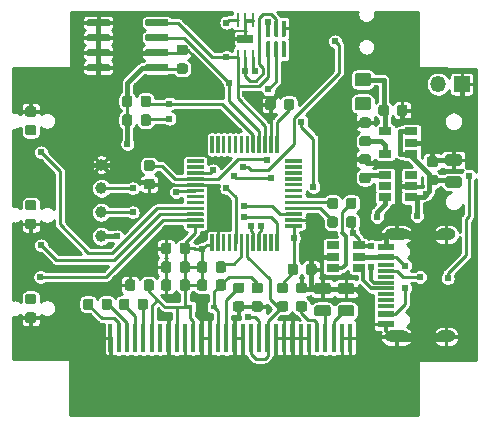
<source format=gbr>
G04 #@! TF.GenerationSoftware,KiCad,Pcbnew,(5.1.5)-2*
G04 #@! TF.CreationDate,2020-06-18T10:42:50+08:00*
G04 #@! TF.ProjectId,EVMeter_V2.0,45564d65-7465-4725-9f56-322e302e6b69,rev?*
G04 #@! TF.SameCoordinates,Original*
G04 #@! TF.FileFunction,Copper,L2,Bot*
G04 #@! TF.FilePolarity,Positive*
%FSLAX46Y46*%
G04 Gerber Fmt 4.6, Leading zero omitted, Abs format (unit mm)*
G04 Created by KiCad (PCBNEW (5.1.5)-2) date 2020-06-18 10:42:50*
%MOMM*%
%LPD*%
G04 APERTURE LIST*
%ADD10R,1.060000X0.650000*%
%ADD11C,1.000000*%
%ADD12C,0.100000*%
%ADD13O,1.350000X1.350000*%
%ADD14R,1.350000X1.350000*%
%ADD15R,1.450000X0.600000*%
%ADD16R,1.450000X0.300000*%
%ADD17O,2.100000X1.000000*%
%ADD18O,1.600000X1.000000*%
%ADD19R,0.350000X1.400000*%
%ADD20R,0.250000X1.200000*%
%ADD21R,1.350000X0.650000*%
%ADD22R,0.400000X2.400000*%
%ADD23R,0.600000X0.450000*%
%ADD24C,0.602000*%
%ADD25C,0.400000*%
%ADD26C,0.300000*%
%ADD27C,0.250000*%
%ADD28C,0.200000*%
%ADD29C,0.800000*%
%ADD30C,0.254000*%
G04 APERTURE END LIST*
D10*
X139657000Y-81153000D03*
X139657000Y-82103000D03*
X139657000Y-80203000D03*
X137457000Y-80203000D03*
X137457000Y-81153000D03*
X137457000Y-82103000D03*
D11*
X117884000Y-73381000D03*
X117884000Y-75381000D03*
X117856000Y-77406500D03*
X117856000Y-79438500D03*
G04 #@! TA.AperFunction,SMDPad,CuDef*
D12*
G36*
X124991691Y-63228553D02*
G01*
X125012926Y-63231703D01*
X125033750Y-63236919D01*
X125053962Y-63244151D01*
X125073368Y-63253330D01*
X125091781Y-63264366D01*
X125109024Y-63277154D01*
X125124930Y-63291570D01*
X125139346Y-63307476D01*
X125152134Y-63324719D01*
X125163170Y-63343132D01*
X125172349Y-63362538D01*
X125179581Y-63382750D01*
X125184797Y-63403574D01*
X125187947Y-63424809D01*
X125189000Y-63446250D01*
X125189000Y-63883750D01*
X125187947Y-63905191D01*
X125184797Y-63926426D01*
X125179581Y-63947250D01*
X125172349Y-63967462D01*
X125163170Y-63986868D01*
X125152134Y-64005281D01*
X125139346Y-64022524D01*
X125124930Y-64038430D01*
X125109024Y-64052846D01*
X125091781Y-64065634D01*
X125073368Y-64076670D01*
X125053962Y-64085849D01*
X125033750Y-64093081D01*
X125012926Y-64098297D01*
X124991691Y-64101447D01*
X124970250Y-64102500D01*
X124457750Y-64102500D01*
X124436309Y-64101447D01*
X124415074Y-64098297D01*
X124394250Y-64093081D01*
X124374038Y-64085849D01*
X124354632Y-64076670D01*
X124336219Y-64065634D01*
X124318976Y-64052846D01*
X124303070Y-64038430D01*
X124288654Y-64022524D01*
X124275866Y-64005281D01*
X124264830Y-63986868D01*
X124255651Y-63967462D01*
X124248419Y-63947250D01*
X124243203Y-63926426D01*
X124240053Y-63905191D01*
X124239000Y-63883750D01*
X124239000Y-63446250D01*
X124240053Y-63424809D01*
X124243203Y-63403574D01*
X124248419Y-63382750D01*
X124255651Y-63362538D01*
X124264830Y-63343132D01*
X124275866Y-63324719D01*
X124288654Y-63307476D01*
X124303070Y-63291570D01*
X124318976Y-63277154D01*
X124336219Y-63264366D01*
X124354632Y-63253330D01*
X124374038Y-63244151D01*
X124394250Y-63236919D01*
X124415074Y-63231703D01*
X124436309Y-63228553D01*
X124457750Y-63227500D01*
X124970250Y-63227500D01*
X124991691Y-63228553D01*
G37*
G04 #@! TD.AperFunction*
G04 #@! TA.AperFunction,SMDPad,CuDef*
G36*
X124991691Y-64803553D02*
G01*
X125012926Y-64806703D01*
X125033750Y-64811919D01*
X125053962Y-64819151D01*
X125073368Y-64828330D01*
X125091781Y-64839366D01*
X125109024Y-64852154D01*
X125124930Y-64866570D01*
X125139346Y-64882476D01*
X125152134Y-64899719D01*
X125163170Y-64918132D01*
X125172349Y-64937538D01*
X125179581Y-64957750D01*
X125184797Y-64978574D01*
X125187947Y-64999809D01*
X125189000Y-65021250D01*
X125189000Y-65458750D01*
X125187947Y-65480191D01*
X125184797Y-65501426D01*
X125179581Y-65522250D01*
X125172349Y-65542462D01*
X125163170Y-65561868D01*
X125152134Y-65580281D01*
X125139346Y-65597524D01*
X125124930Y-65613430D01*
X125109024Y-65627846D01*
X125091781Y-65640634D01*
X125073368Y-65651670D01*
X125053962Y-65660849D01*
X125033750Y-65668081D01*
X125012926Y-65673297D01*
X124991691Y-65676447D01*
X124970250Y-65677500D01*
X124457750Y-65677500D01*
X124436309Y-65676447D01*
X124415074Y-65673297D01*
X124394250Y-65668081D01*
X124374038Y-65660849D01*
X124354632Y-65651670D01*
X124336219Y-65640634D01*
X124318976Y-65627846D01*
X124303070Y-65613430D01*
X124288654Y-65597524D01*
X124275866Y-65580281D01*
X124264830Y-65561868D01*
X124255651Y-65542462D01*
X124248419Y-65522250D01*
X124243203Y-65501426D01*
X124240053Y-65480191D01*
X124239000Y-65458750D01*
X124239000Y-65021250D01*
X124240053Y-64999809D01*
X124243203Y-64978574D01*
X124248419Y-64957750D01*
X124255651Y-64937538D01*
X124264830Y-64918132D01*
X124275866Y-64899719D01*
X124288654Y-64882476D01*
X124303070Y-64866570D01*
X124318976Y-64852154D01*
X124336219Y-64839366D01*
X124354632Y-64828330D01*
X124374038Y-64819151D01*
X124394250Y-64811919D01*
X124415074Y-64806703D01*
X124436309Y-64803553D01*
X124457750Y-64802500D01*
X124970250Y-64802500D01*
X124991691Y-64803553D01*
G37*
G04 #@! TD.AperFunction*
G04 #@! TA.AperFunction,SMDPad,CuDef*
G36*
X146177691Y-72676053D02*
G01*
X146198926Y-72679203D01*
X146219750Y-72684419D01*
X146239962Y-72691651D01*
X146259368Y-72700830D01*
X146277781Y-72711866D01*
X146295024Y-72724654D01*
X146310930Y-72739070D01*
X146325346Y-72754976D01*
X146338134Y-72772219D01*
X146349170Y-72790632D01*
X146358349Y-72810038D01*
X146365581Y-72830250D01*
X146370797Y-72851074D01*
X146373947Y-72872309D01*
X146375000Y-72893750D01*
X146375000Y-73331250D01*
X146373947Y-73352691D01*
X146370797Y-73373926D01*
X146365581Y-73394750D01*
X146358349Y-73414962D01*
X146349170Y-73434368D01*
X146338134Y-73452781D01*
X146325346Y-73470024D01*
X146310930Y-73485930D01*
X146295024Y-73500346D01*
X146277781Y-73513134D01*
X146259368Y-73524170D01*
X146239962Y-73533349D01*
X146219750Y-73540581D01*
X146198926Y-73545797D01*
X146177691Y-73548947D01*
X146156250Y-73550000D01*
X145643750Y-73550000D01*
X145622309Y-73548947D01*
X145601074Y-73545797D01*
X145580250Y-73540581D01*
X145560038Y-73533349D01*
X145540632Y-73524170D01*
X145522219Y-73513134D01*
X145504976Y-73500346D01*
X145489070Y-73485930D01*
X145474654Y-73470024D01*
X145461866Y-73452781D01*
X145450830Y-73434368D01*
X145441651Y-73414962D01*
X145434419Y-73394750D01*
X145429203Y-73373926D01*
X145426053Y-73352691D01*
X145425000Y-73331250D01*
X145425000Y-72893750D01*
X145426053Y-72872309D01*
X145429203Y-72851074D01*
X145434419Y-72830250D01*
X145441651Y-72810038D01*
X145450830Y-72790632D01*
X145461866Y-72772219D01*
X145474654Y-72754976D01*
X145489070Y-72739070D01*
X145504976Y-72724654D01*
X145522219Y-72711866D01*
X145540632Y-72700830D01*
X145560038Y-72691651D01*
X145580250Y-72684419D01*
X145601074Y-72679203D01*
X145622309Y-72676053D01*
X145643750Y-72675000D01*
X146156250Y-72675000D01*
X146177691Y-72676053D01*
G37*
G04 #@! TD.AperFunction*
G04 #@! TA.AperFunction,SMDPad,CuDef*
G36*
X146177691Y-74251053D02*
G01*
X146198926Y-74254203D01*
X146219750Y-74259419D01*
X146239962Y-74266651D01*
X146259368Y-74275830D01*
X146277781Y-74286866D01*
X146295024Y-74299654D01*
X146310930Y-74314070D01*
X146325346Y-74329976D01*
X146338134Y-74347219D01*
X146349170Y-74365632D01*
X146358349Y-74385038D01*
X146365581Y-74405250D01*
X146370797Y-74426074D01*
X146373947Y-74447309D01*
X146375000Y-74468750D01*
X146375000Y-74906250D01*
X146373947Y-74927691D01*
X146370797Y-74948926D01*
X146365581Y-74969750D01*
X146358349Y-74989962D01*
X146349170Y-75009368D01*
X146338134Y-75027781D01*
X146325346Y-75045024D01*
X146310930Y-75060930D01*
X146295024Y-75075346D01*
X146277781Y-75088134D01*
X146259368Y-75099170D01*
X146239962Y-75108349D01*
X146219750Y-75115581D01*
X146198926Y-75120797D01*
X146177691Y-75123947D01*
X146156250Y-75125000D01*
X145643750Y-75125000D01*
X145622309Y-75123947D01*
X145601074Y-75120797D01*
X145580250Y-75115581D01*
X145560038Y-75108349D01*
X145540632Y-75099170D01*
X145522219Y-75088134D01*
X145504976Y-75075346D01*
X145489070Y-75060930D01*
X145474654Y-75045024D01*
X145461866Y-75027781D01*
X145450830Y-75009368D01*
X145441651Y-74989962D01*
X145434419Y-74969750D01*
X145429203Y-74948926D01*
X145426053Y-74927691D01*
X145425000Y-74906250D01*
X145425000Y-74468750D01*
X145426053Y-74447309D01*
X145429203Y-74426074D01*
X145434419Y-74405250D01*
X145441651Y-74385038D01*
X145450830Y-74365632D01*
X145461866Y-74347219D01*
X145474654Y-74329976D01*
X145489070Y-74314070D01*
X145504976Y-74299654D01*
X145522219Y-74286866D01*
X145540632Y-74275830D01*
X145560038Y-74266651D01*
X145580250Y-74259419D01*
X145601074Y-74254203D01*
X145622309Y-74251053D01*
X145643750Y-74250000D01*
X146156250Y-74250000D01*
X146177691Y-74251053D01*
G37*
G04 #@! TD.AperFunction*
G04 #@! TA.AperFunction,SMDPad,CuDef*
G36*
X112164691Y-68435553D02*
G01*
X112185926Y-68438703D01*
X112206750Y-68443919D01*
X112226962Y-68451151D01*
X112246368Y-68460330D01*
X112264781Y-68471366D01*
X112282024Y-68484154D01*
X112297930Y-68498570D01*
X112312346Y-68514476D01*
X112325134Y-68531719D01*
X112336170Y-68550132D01*
X112345349Y-68569538D01*
X112352581Y-68589750D01*
X112357797Y-68610574D01*
X112360947Y-68631809D01*
X112362000Y-68653250D01*
X112362000Y-69090750D01*
X112360947Y-69112191D01*
X112357797Y-69133426D01*
X112352581Y-69154250D01*
X112345349Y-69174462D01*
X112336170Y-69193868D01*
X112325134Y-69212281D01*
X112312346Y-69229524D01*
X112297930Y-69245430D01*
X112282024Y-69259846D01*
X112264781Y-69272634D01*
X112246368Y-69283670D01*
X112226962Y-69292849D01*
X112206750Y-69300081D01*
X112185926Y-69305297D01*
X112164691Y-69308447D01*
X112143250Y-69309500D01*
X111630750Y-69309500D01*
X111609309Y-69308447D01*
X111588074Y-69305297D01*
X111567250Y-69300081D01*
X111547038Y-69292849D01*
X111527632Y-69283670D01*
X111509219Y-69272634D01*
X111491976Y-69259846D01*
X111476070Y-69245430D01*
X111461654Y-69229524D01*
X111448866Y-69212281D01*
X111437830Y-69193868D01*
X111428651Y-69174462D01*
X111421419Y-69154250D01*
X111416203Y-69133426D01*
X111413053Y-69112191D01*
X111412000Y-69090750D01*
X111412000Y-68653250D01*
X111413053Y-68631809D01*
X111416203Y-68610574D01*
X111421419Y-68589750D01*
X111428651Y-68569538D01*
X111437830Y-68550132D01*
X111448866Y-68531719D01*
X111461654Y-68514476D01*
X111476070Y-68498570D01*
X111491976Y-68484154D01*
X111509219Y-68471366D01*
X111527632Y-68460330D01*
X111547038Y-68451151D01*
X111567250Y-68443919D01*
X111588074Y-68438703D01*
X111609309Y-68435553D01*
X111630750Y-68434500D01*
X112143250Y-68434500D01*
X112164691Y-68435553D01*
G37*
G04 #@! TD.AperFunction*
G04 #@! TA.AperFunction,SMDPad,CuDef*
G36*
X112164691Y-70010553D02*
G01*
X112185926Y-70013703D01*
X112206750Y-70018919D01*
X112226962Y-70026151D01*
X112246368Y-70035330D01*
X112264781Y-70046366D01*
X112282024Y-70059154D01*
X112297930Y-70073570D01*
X112312346Y-70089476D01*
X112325134Y-70106719D01*
X112336170Y-70125132D01*
X112345349Y-70144538D01*
X112352581Y-70164750D01*
X112357797Y-70185574D01*
X112360947Y-70206809D01*
X112362000Y-70228250D01*
X112362000Y-70665750D01*
X112360947Y-70687191D01*
X112357797Y-70708426D01*
X112352581Y-70729250D01*
X112345349Y-70749462D01*
X112336170Y-70768868D01*
X112325134Y-70787281D01*
X112312346Y-70804524D01*
X112297930Y-70820430D01*
X112282024Y-70834846D01*
X112264781Y-70847634D01*
X112246368Y-70858670D01*
X112226962Y-70867849D01*
X112206750Y-70875081D01*
X112185926Y-70880297D01*
X112164691Y-70883447D01*
X112143250Y-70884500D01*
X111630750Y-70884500D01*
X111609309Y-70883447D01*
X111588074Y-70880297D01*
X111567250Y-70875081D01*
X111547038Y-70867849D01*
X111527632Y-70858670D01*
X111509219Y-70847634D01*
X111491976Y-70834846D01*
X111476070Y-70820430D01*
X111461654Y-70804524D01*
X111448866Y-70787281D01*
X111437830Y-70768868D01*
X111428651Y-70749462D01*
X111421419Y-70729250D01*
X111416203Y-70708426D01*
X111413053Y-70687191D01*
X111412000Y-70665750D01*
X111412000Y-70228250D01*
X111413053Y-70206809D01*
X111416203Y-70185574D01*
X111421419Y-70164750D01*
X111428651Y-70144538D01*
X111437830Y-70125132D01*
X111448866Y-70106719D01*
X111461654Y-70089476D01*
X111476070Y-70073570D01*
X111491976Y-70059154D01*
X111509219Y-70046366D01*
X111527632Y-70035330D01*
X111547038Y-70026151D01*
X111567250Y-70018919D01*
X111588074Y-70013703D01*
X111609309Y-70010553D01*
X111630750Y-70009500D01*
X112143250Y-70009500D01*
X112164691Y-70010553D01*
G37*
G04 #@! TD.AperFunction*
G04 #@! TA.AperFunction,SMDPad,CuDef*
G36*
X140477691Y-69376053D02*
G01*
X140498926Y-69379203D01*
X140519750Y-69384419D01*
X140539962Y-69391651D01*
X140559368Y-69400830D01*
X140577781Y-69411866D01*
X140595024Y-69424654D01*
X140610930Y-69439070D01*
X140625346Y-69454976D01*
X140638134Y-69472219D01*
X140649170Y-69490632D01*
X140658349Y-69510038D01*
X140665581Y-69530250D01*
X140670797Y-69551074D01*
X140673947Y-69572309D01*
X140675000Y-69593750D01*
X140675000Y-70031250D01*
X140673947Y-70052691D01*
X140670797Y-70073926D01*
X140665581Y-70094750D01*
X140658349Y-70114962D01*
X140649170Y-70134368D01*
X140638134Y-70152781D01*
X140625346Y-70170024D01*
X140610930Y-70185930D01*
X140595024Y-70200346D01*
X140577781Y-70213134D01*
X140559368Y-70224170D01*
X140539962Y-70233349D01*
X140519750Y-70240581D01*
X140498926Y-70245797D01*
X140477691Y-70248947D01*
X140456250Y-70250000D01*
X139943750Y-70250000D01*
X139922309Y-70248947D01*
X139901074Y-70245797D01*
X139880250Y-70240581D01*
X139860038Y-70233349D01*
X139840632Y-70224170D01*
X139822219Y-70213134D01*
X139804976Y-70200346D01*
X139789070Y-70185930D01*
X139774654Y-70170024D01*
X139761866Y-70152781D01*
X139750830Y-70134368D01*
X139741651Y-70114962D01*
X139734419Y-70094750D01*
X139729203Y-70073926D01*
X139726053Y-70052691D01*
X139725000Y-70031250D01*
X139725000Y-69593750D01*
X139726053Y-69572309D01*
X139729203Y-69551074D01*
X139734419Y-69530250D01*
X139741651Y-69510038D01*
X139750830Y-69490632D01*
X139761866Y-69472219D01*
X139774654Y-69454976D01*
X139789070Y-69439070D01*
X139804976Y-69424654D01*
X139822219Y-69411866D01*
X139840632Y-69400830D01*
X139860038Y-69391651D01*
X139880250Y-69384419D01*
X139901074Y-69379203D01*
X139922309Y-69376053D01*
X139943750Y-69375000D01*
X140456250Y-69375000D01*
X140477691Y-69376053D01*
G37*
G04 #@! TD.AperFunction*
G04 #@! TA.AperFunction,SMDPad,CuDef*
G36*
X140477691Y-70951053D02*
G01*
X140498926Y-70954203D01*
X140519750Y-70959419D01*
X140539962Y-70966651D01*
X140559368Y-70975830D01*
X140577781Y-70986866D01*
X140595024Y-70999654D01*
X140610930Y-71014070D01*
X140625346Y-71029976D01*
X140638134Y-71047219D01*
X140649170Y-71065632D01*
X140658349Y-71085038D01*
X140665581Y-71105250D01*
X140670797Y-71126074D01*
X140673947Y-71147309D01*
X140675000Y-71168750D01*
X140675000Y-71606250D01*
X140673947Y-71627691D01*
X140670797Y-71648926D01*
X140665581Y-71669750D01*
X140658349Y-71689962D01*
X140649170Y-71709368D01*
X140638134Y-71727781D01*
X140625346Y-71745024D01*
X140610930Y-71760930D01*
X140595024Y-71775346D01*
X140577781Y-71788134D01*
X140559368Y-71799170D01*
X140539962Y-71808349D01*
X140519750Y-71815581D01*
X140498926Y-71820797D01*
X140477691Y-71823947D01*
X140456250Y-71825000D01*
X139943750Y-71825000D01*
X139922309Y-71823947D01*
X139901074Y-71820797D01*
X139880250Y-71815581D01*
X139860038Y-71808349D01*
X139840632Y-71799170D01*
X139822219Y-71788134D01*
X139804976Y-71775346D01*
X139789070Y-71760930D01*
X139774654Y-71745024D01*
X139761866Y-71727781D01*
X139750830Y-71709368D01*
X139741651Y-71689962D01*
X139734419Y-71669750D01*
X139729203Y-71648926D01*
X139726053Y-71627691D01*
X139725000Y-71606250D01*
X139725000Y-71168750D01*
X139726053Y-71147309D01*
X139729203Y-71126074D01*
X139734419Y-71105250D01*
X139741651Y-71085038D01*
X139750830Y-71065632D01*
X139761866Y-71047219D01*
X139774654Y-71029976D01*
X139789070Y-71014070D01*
X139804976Y-70999654D01*
X139822219Y-70986866D01*
X139840632Y-70975830D01*
X139860038Y-70966651D01*
X139880250Y-70959419D01*
X139901074Y-70954203D01*
X139922309Y-70951053D01*
X139943750Y-70950000D01*
X140456250Y-70950000D01*
X140477691Y-70951053D01*
G37*
G04 #@! TD.AperFunction*
G04 #@! TA.AperFunction,SMDPad,CuDef*
G36*
X148180142Y-72476174D02*
G01*
X148203803Y-72479684D01*
X148227007Y-72485496D01*
X148249529Y-72493554D01*
X148271153Y-72503782D01*
X148291670Y-72516079D01*
X148310883Y-72530329D01*
X148328607Y-72546393D01*
X148344671Y-72564117D01*
X148358921Y-72583330D01*
X148371218Y-72603847D01*
X148381446Y-72625471D01*
X148389504Y-72647993D01*
X148395316Y-72671197D01*
X148398826Y-72694858D01*
X148400000Y-72718750D01*
X148400000Y-73206250D01*
X148398826Y-73230142D01*
X148395316Y-73253803D01*
X148389504Y-73277007D01*
X148381446Y-73299529D01*
X148371218Y-73321153D01*
X148358921Y-73341670D01*
X148344671Y-73360883D01*
X148328607Y-73378607D01*
X148310883Y-73394671D01*
X148291670Y-73408921D01*
X148271153Y-73421218D01*
X148249529Y-73431446D01*
X148227007Y-73439504D01*
X148203803Y-73445316D01*
X148180142Y-73448826D01*
X148156250Y-73450000D01*
X147243750Y-73450000D01*
X147219858Y-73448826D01*
X147196197Y-73445316D01*
X147172993Y-73439504D01*
X147150471Y-73431446D01*
X147128847Y-73421218D01*
X147108330Y-73408921D01*
X147089117Y-73394671D01*
X147071393Y-73378607D01*
X147055329Y-73360883D01*
X147041079Y-73341670D01*
X147028782Y-73321153D01*
X147018554Y-73299529D01*
X147010496Y-73277007D01*
X147004684Y-73253803D01*
X147001174Y-73230142D01*
X147000000Y-73206250D01*
X147000000Y-72718750D01*
X147001174Y-72694858D01*
X147004684Y-72671197D01*
X147010496Y-72647993D01*
X147018554Y-72625471D01*
X147028782Y-72603847D01*
X147041079Y-72583330D01*
X147055329Y-72564117D01*
X147071393Y-72546393D01*
X147089117Y-72530329D01*
X147108330Y-72516079D01*
X147128847Y-72503782D01*
X147150471Y-72493554D01*
X147172993Y-72485496D01*
X147196197Y-72479684D01*
X147219858Y-72476174D01*
X147243750Y-72475000D01*
X148156250Y-72475000D01*
X148180142Y-72476174D01*
G37*
G04 #@! TD.AperFunction*
G04 #@! TA.AperFunction,SMDPad,CuDef*
G36*
X148180142Y-74351174D02*
G01*
X148203803Y-74354684D01*
X148227007Y-74360496D01*
X148249529Y-74368554D01*
X148271153Y-74378782D01*
X148291670Y-74391079D01*
X148310883Y-74405329D01*
X148328607Y-74421393D01*
X148344671Y-74439117D01*
X148358921Y-74458330D01*
X148371218Y-74478847D01*
X148381446Y-74500471D01*
X148389504Y-74522993D01*
X148395316Y-74546197D01*
X148398826Y-74569858D01*
X148400000Y-74593750D01*
X148400000Y-75081250D01*
X148398826Y-75105142D01*
X148395316Y-75128803D01*
X148389504Y-75152007D01*
X148381446Y-75174529D01*
X148371218Y-75196153D01*
X148358921Y-75216670D01*
X148344671Y-75235883D01*
X148328607Y-75253607D01*
X148310883Y-75269671D01*
X148291670Y-75283921D01*
X148271153Y-75296218D01*
X148249529Y-75306446D01*
X148227007Y-75314504D01*
X148203803Y-75320316D01*
X148180142Y-75323826D01*
X148156250Y-75325000D01*
X147243750Y-75325000D01*
X147219858Y-75323826D01*
X147196197Y-75320316D01*
X147172993Y-75314504D01*
X147150471Y-75306446D01*
X147128847Y-75296218D01*
X147108330Y-75283921D01*
X147089117Y-75269671D01*
X147071393Y-75253607D01*
X147055329Y-75235883D01*
X147041079Y-75216670D01*
X147028782Y-75196153D01*
X147018554Y-75174529D01*
X147010496Y-75152007D01*
X147004684Y-75128803D01*
X147001174Y-75105142D01*
X147000000Y-75081250D01*
X147000000Y-74593750D01*
X147001174Y-74569858D01*
X147004684Y-74546197D01*
X147010496Y-74522993D01*
X147018554Y-74500471D01*
X147028782Y-74478847D01*
X147041079Y-74458330D01*
X147055329Y-74439117D01*
X147071393Y-74421393D01*
X147089117Y-74405329D01*
X147108330Y-74391079D01*
X147128847Y-74378782D01*
X147150471Y-74368554D01*
X147172993Y-74360496D01*
X147196197Y-74354684D01*
X147219858Y-74351174D01*
X147243750Y-74350000D01*
X148156250Y-74350000D01*
X148180142Y-74351174D01*
G37*
G04 #@! TD.AperFunction*
G04 #@! TA.AperFunction,SMDPad,CuDef*
G36*
X112164691Y-77948053D02*
G01*
X112185926Y-77951203D01*
X112206750Y-77956419D01*
X112226962Y-77963651D01*
X112246368Y-77972830D01*
X112264781Y-77983866D01*
X112282024Y-77996654D01*
X112297930Y-78011070D01*
X112312346Y-78026976D01*
X112325134Y-78044219D01*
X112336170Y-78062632D01*
X112345349Y-78082038D01*
X112352581Y-78102250D01*
X112357797Y-78123074D01*
X112360947Y-78144309D01*
X112362000Y-78165750D01*
X112362000Y-78603250D01*
X112360947Y-78624691D01*
X112357797Y-78645926D01*
X112352581Y-78666750D01*
X112345349Y-78686962D01*
X112336170Y-78706368D01*
X112325134Y-78724781D01*
X112312346Y-78742024D01*
X112297930Y-78757930D01*
X112282024Y-78772346D01*
X112264781Y-78785134D01*
X112246368Y-78796170D01*
X112226962Y-78805349D01*
X112206750Y-78812581D01*
X112185926Y-78817797D01*
X112164691Y-78820947D01*
X112143250Y-78822000D01*
X111630750Y-78822000D01*
X111609309Y-78820947D01*
X111588074Y-78817797D01*
X111567250Y-78812581D01*
X111547038Y-78805349D01*
X111527632Y-78796170D01*
X111509219Y-78785134D01*
X111491976Y-78772346D01*
X111476070Y-78757930D01*
X111461654Y-78742024D01*
X111448866Y-78724781D01*
X111437830Y-78706368D01*
X111428651Y-78686962D01*
X111421419Y-78666750D01*
X111416203Y-78645926D01*
X111413053Y-78624691D01*
X111412000Y-78603250D01*
X111412000Y-78165750D01*
X111413053Y-78144309D01*
X111416203Y-78123074D01*
X111421419Y-78102250D01*
X111428651Y-78082038D01*
X111437830Y-78062632D01*
X111448866Y-78044219D01*
X111461654Y-78026976D01*
X111476070Y-78011070D01*
X111491976Y-77996654D01*
X111509219Y-77983866D01*
X111527632Y-77972830D01*
X111547038Y-77963651D01*
X111567250Y-77956419D01*
X111588074Y-77951203D01*
X111609309Y-77948053D01*
X111630750Y-77947000D01*
X112143250Y-77947000D01*
X112164691Y-77948053D01*
G37*
G04 #@! TD.AperFunction*
G04 #@! TA.AperFunction,SMDPad,CuDef*
G36*
X112164691Y-76373053D02*
G01*
X112185926Y-76376203D01*
X112206750Y-76381419D01*
X112226962Y-76388651D01*
X112246368Y-76397830D01*
X112264781Y-76408866D01*
X112282024Y-76421654D01*
X112297930Y-76436070D01*
X112312346Y-76451976D01*
X112325134Y-76469219D01*
X112336170Y-76487632D01*
X112345349Y-76507038D01*
X112352581Y-76527250D01*
X112357797Y-76548074D01*
X112360947Y-76569309D01*
X112362000Y-76590750D01*
X112362000Y-77028250D01*
X112360947Y-77049691D01*
X112357797Y-77070926D01*
X112352581Y-77091750D01*
X112345349Y-77111962D01*
X112336170Y-77131368D01*
X112325134Y-77149781D01*
X112312346Y-77167024D01*
X112297930Y-77182930D01*
X112282024Y-77197346D01*
X112264781Y-77210134D01*
X112246368Y-77221170D01*
X112226962Y-77230349D01*
X112206750Y-77237581D01*
X112185926Y-77242797D01*
X112164691Y-77245947D01*
X112143250Y-77247000D01*
X111630750Y-77247000D01*
X111609309Y-77245947D01*
X111588074Y-77242797D01*
X111567250Y-77237581D01*
X111547038Y-77230349D01*
X111527632Y-77221170D01*
X111509219Y-77210134D01*
X111491976Y-77197346D01*
X111476070Y-77182930D01*
X111461654Y-77167024D01*
X111448866Y-77149781D01*
X111437830Y-77131368D01*
X111428651Y-77111962D01*
X111421419Y-77091750D01*
X111416203Y-77070926D01*
X111413053Y-77049691D01*
X111412000Y-77028250D01*
X111412000Y-76590750D01*
X111413053Y-76569309D01*
X111416203Y-76548074D01*
X111421419Y-76527250D01*
X111428651Y-76507038D01*
X111437830Y-76487632D01*
X111448866Y-76469219D01*
X111461654Y-76451976D01*
X111476070Y-76436070D01*
X111491976Y-76421654D01*
X111509219Y-76408866D01*
X111527632Y-76397830D01*
X111547038Y-76388651D01*
X111567250Y-76381419D01*
X111588074Y-76376203D01*
X111609309Y-76373053D01*
X111630750Y-76372000D01*
X112143250Y-76372000D01*
X112164691Y-76373053D01*
G37*
G04 #@! TD.AperFunction*
G04 #@! TA.AperFunction,SMDPad,CuDef*
G36*
X143585191Y-68296553D02*
G01*
X143606426Y-68299703D01*
X143627250Y-68304919D01*
X143647462Y-68312151D01*
X143666868Y-68321330D01*
X143685281Y-68332366D01*
X143702524Y-68345154D01*
X143718430Y-68359570D01*
X143732846Y-68375476D01*
X143745634Y-68392719D01*
X143756670Y-68411132D01*
X143765849Y-68430538D01*
X143773081Y-68450750D01*
X143778297Y-68471574D01*
X143781447Y-68492809D01*
X143782500Y-68514250D01*
X143782500Y-69026750D01*
X143781447Y-69048191D01*
X143778297Y-69069426D01*
X143773081Y-69090250D01*
X143765849Y-69110462D01*
X143756670Y-69129868D01*
X143745634Y-69148281D01*
X143732846Y-69165524D01*
X143718430Y-69181430D01*
X143702524Y-69195846D01*
X143685281Y-69208634D01*
X143666868Y-69219670D01*
X143647462Y-69228849D01*
X143627250Y-69236081D01*
X143606426Y-69241297D01*
X143585191Y-69244447D01*
X143563750Y-69245500D01*
X143126250Y-69245500D01*
X143104809Y-69244447D01*
X143083574Y-69241297D01*
X143062750Y-69236081D01*
X143042538Y-69228849D01*
X143023132Y-69219670D01*
X143004719Y-69208634D01*
X142987476Y-69195846D01*
X142971570Y-69181430D01*
X142957154Y-69165524D01*
X142944366Y-69148281D01*
X142933330Y-69129868D01*
X142924151Y-69110462D01*
X142916919Y-69090250D01*
X142911703Y-69069426D01*
X142908553Y-69048191D01*
X142907500Y-69026750D01*
X142907500Y-68514250D01*
X142908553Y-68492809D01*
X142911703Y-68471574D01*
X142916919Y-68450750D01*
X142924151Y-68430538D01*
X142933330Y-68411132D01*
X142944366Y-68392719D01*
X142957154Y-68375476D01*
X142971570Y-68359570D01*
X142987476Y-68345154D01*
X143004719Y-68332366D01*
X143023132Y-68321330D01*
X143042538Y-68312151D01*
X143062750Y-68304919D01*
X143083574Y-68299703D01*
X143104809Y-68296553D01*
X143126250Y-68295500D01*
X143563750Y-68295500D01*
X143585191Y-68296553D01*
G37*
G04 #@! TD.AperFunction*
G04 #@! TA.AperFunction,SMDPad,CuDef*
G36*
X142010191Y-68296553D02*
G01*
X142031426Y-68299703D01*
X142052250Y-68304919D01*
X142072462Y-68312151D01*
X142091868Y-68321330D01*
X142110281Y-68332366D01*
X142127524Y-68345154D01*
X142143430Y-68359570D01*
X142157846Y-68375476D01*
X142170634Y-68392719D01*
X142181670Y-68411132D01*
X142190849Y-68430538D01*
X142198081Y-68450750D01*
X142203297Y-68471574D01*
X142206447Y-68492809D01*
X142207500Y-68514250D01*
X142207500Y-69026750D01*
X142206447Y-69048191D01*
X142203297Y-69069426D01*
X142198081Y-69090250D01*
X142190849Y-69110462D01*
X142181670Y-69129868D01*
X142170634Y-69148281D01*
X142157846Y-69165524D01*
X142143430Y-69181430D01*
X142127524Y-69195846D01*
X142110281Y-69208634D01*
X142091868Y-69219670D01*
X142072462Y-69228849D01*
X142052250Y-69236081D01*
X142031426Y-69241297D01*
X142010191Y-69244447D01*
X141988750Y-69245500D01*
X141551250Y-69245500D01*
X141529809Y-69244447D01*
X141508574Y-69241297D01*
X141487750Y-69236081D01*
X141467538Y-69228849D01*
X141448132Y-69219670D01*
X141429719Y-69208634D01*
X141412476Y-69195846D01*
X141396570Y-69181430D01*
X141382154Y-69165524D01*
X141369366Y-69148281D01*
X141358330Y-69129868D01*
X141349151Y-69110462D01*
X141341919Y-69090250D01*
X141336703Y-69069426D01*
X141333553Y-69048191D01*
X141332500Y-69026750D01*
X141332500Y-68514250D01*
X141333553Y-68492809D01*
X141336703Y-68471574D01*
X141341919Y-68450750D01*
X141349151Y-68430538D01*
X141358330Y-68411132D01*
X141369366Y-68392719D01*
X141382154Y-68375476D01*
X141396570Y-68359570D01*
X141412476Y-68345154D01*
X141429719Y-68332366D01*
X141448132Y-68321330D01*
X141467538Y-68312151D01*
X141487750Y-68304919D01*
X141508574Y-68299703D01*
X141529809Y-68296553D01*
X141551250Y-68295500D01*
X141988750Y-68295500D01*
X142010191Y-68296553D01*
G37*
G04 #@! TD.AperFunction*
G04 #@! TA.AperFunction,SMDPad,CuDef*
G36*
X112164691Y-85885553D02*
G01*
X112185926Y-85888703D01*
X112206750Y-85893919D01*
X112226962Y-85901151D01*
X112246368Y-85910330D01*
X112264781Y-85921366D01*
X112282024Y-85934154D01*
X112297930Y-85948570D01*
X112312346Y-85964476D01*
X112325134Y-85981719D01*
X112336170Y-86000132D01*
X112345349Y-86019538D01*
X112352581Y-86039750D01*
X112357797Y-86060574D01*
X112360947Y-86081809D01*
X112362000Y-86103250D01*
X112362000Y-86540750D01*
X112360947Y-86562191D01*
X112357797Y-86583426D01*
X112352581Y-86604250D01*
X112345349Y-86624462D01*
X112336170Y-86643868D01*
X112325134Y-86662281D01*
X112312346Y-86679524D01*
X112297930Y-86695430D01*
X112282024Y-86709846D01*
X112264781Y-86722634D01*
X112246368Y-86733670D01*
X112226962Y-86742849D01*
X112206750Y-86750081D01*
X112185926Y-86755297D01*
X112164691Y-86758447D01*
X112143250Y-86759500D01*
X111630750Y-86759500D01*
X111609309Y-86758447D01*
X111588074Y-86755297D01*
X111567250Y-86750081D01*
X111547038Y-86742849D01*
X111527632Y-86733670D01*
X111509219Y-86722634D01*
X111491976Y-86709846D01*
X111476070Y-86695430D01*
X111461654Y-86679524D01*
X111448866Y-86662281D01*
X111437830Y-86643868D01*
X111428651Y-86624462D01*
X111421419Y-86604250D01*
X111416203Y-86583426D01*
X111413053Y-86562191D01*
X111412000Y-86540750D01*
X111412000Y-86103250D01*
X111413053Y-86081809D01*
X111416203Y-86060574D01*
X111421419Y-86039750D01*
X111428651Y-86019538D01*
X111437830Y-86000132D01*
X111448866Y-85981719D01*
X111461654Y-85964476D01*
X111476070Y-85948570D01*
X111491976Y-85934154D01*
X111509219Y-85921366D01*
X111527632Y-85910330D01*
X111547038Y-85901151D01*
X111567250Y-85893919D01*
X111588074Y-85888703D01*
X111609309Y-85885553D01*
X111630750Y-85884500D01*
X112143250Y-85884500D01*
X112164691Y-85885553D01*
G37*
G04 #@! TD.AperFunction*
G04 #@! TA.AperFunction,SMDPad,CuDef*
G36*
X112164691Y-84310553D02*
G01*
X112185926Y-84313703D01*
X112206750Y-84318919D01*
X112226962Y-84326151D01*
X112246368Y-84335330D01*
X112264781Y-84346366D01*
X112282024Y-84359154D01*
X112297930Y-84373570D01*
X112312346Y-84389476D01*
X112325134Y-84406719D01*
X112336170Y-84425132D01*
X112345349Y-84444538D01*
X112352581Y-84464750D01*
X112357797Y-84485574D01*
X112360947Y-84506809D01*
X112362000Y-84528250D01*
X112362000Y-84965750D01*
X112360947Y-84987191D01*
X112357797Y-85008426D01*
X112352581Y-85029250D01*
X112345349Y-85049462D01*
X112336170Y-85068868D01*
X112325134Y-85087281D01*
X112312346Y-85104524D01*
X112297930Y-85120430D01*
X112282024Y-85134846D01*
X112264781Y-85147634D01*
X112246368Y-85158670D01*
X112226962Y-85167849D01*
X112206750Y-85175081D01*
X112185926Y-85180297D01*
X112164691Y-85183447D01*
X112143250Y-85184500D01*
X111630750Y-85184500D01*
X111609309Y-85183447D01*
X111588074Y-85180297D01*
X111567250Y-85175081D01*
X111547038Y-85167849D01*
X111527632Y-85158670D01*
X111509219Y-85147634D01*
X111491976Y-85134846D01*
X111476070Y-85120430D01*
X111461654Y-85104524D01*
X111448866Y-85087281D01*
X111437830Y-85068868D01*
X111428651Y-85049462D01*
X111421419Y-85029250D01*
X111416203Y-85008426D01*
X111413053Y-84987191D01*
X111412000Y-84965750D01*
X111412000Y-84528250D01*
X111413053Y-84506809D01*
X111416203Y-84485574D01*
X111421419Y-84464750D01*
X111428651Y-84444538D01*
X111437830Y-84425132D01*
X111448866Y-84406719D01*
X111461654Y-84389476D01*
X111476070Y-84373570D01*
X111491976Y-84359154D01*
X111509219Y-84346366D01*
X111527632Y-84335330D01*
X111547038Y-84326151D01*
X111567250Y-84318919D01*
X111588074Y-84313703D01*
X111609309Y-84310553D01*
X111630750Y-84309500D01*
X112143250Y-84309500D01*
X112164691Y-84310553D01*
G37*
G04 #@! TD.AperFunction*
G04 #@! TA.AperFunction,SMDPad,CuDef*
G36*
X131341691Y-83358053D02*
G01*
X131362926Y-83361203D01*
X131383750Y-83366419D01*
X131403962Y-83373651D01*
X131423368Y-83382830D01*
X131441781Y-83393866D01*
X131459024Y-83406654D01*
X131474930Y-83421070D01*
X131489346Y-83436976D01*
X131502134Y-83454219D01*
X131513170Y-83472632D01*
X131522349Y-83492038D01*
X131529581Y-83512250D01*
X131534797Y-83533074D01*
X131537947Y-83554309D01*
X131539000Y-83575750D01*
X131539000Y-84013250D01*
X131537947Y-84034691D01*
X131534797Y-84055926D01*
X131529581Y-84076750D01*
X131522349Y-84096962D01*
X131513170Y-84116368D01*
X131502134Y-84134781D01*
X131489346Y-84152024D01*
X131474930Y-84167930D01*
X131459024Y-84182346D01*
X131441781Y-84195134D01*
X131423368Y-84206170D01*
X131403962Y-84215349D01*
X131383750Y-84222581D01*
X131362926Y-84227797D01*
X131341691Y-84230947D01*
X131320250Y-84232000D01*
X130807750Y-84232000D01*
X130786309Y-84230947D01*
X130765074Y-84227797D01*
X130744250Y-84222581D01*
X130724038Y-84215349D01*
X130704632Y-84206170D01*
X130686219Y-84195134D01*
X130668976Y-84182346D01*
X130653070Y-84167930D01*
X130638654Y-84152024D01*
X130625866Y-84134781D01*
X130614830Y-84116368D01*
X130605651Y-84096962D01*
X130598419Y-84076750D01*
X130593203Y-84055926D01*
X130590053Y-84034691D01*
X130589000Y-84013250D01*
X130589000Y-83575750D01*
X130590053Y-83554309D01*
X130593203Y-83533074D01*
X130598419Y-83512250D01*
X130605651Y-83492038D01*
X130614830Y-83472632D01*
X130625866Y-83454219D01*
X130638654Y-83436976D01*
X130653070Y-83421070D01*
X130668976Y-83406654D01*
X130686219Y-83393866D01*
X130704632Y-83382830D01*
X130724038Y-83373651D01*
X130744250Y-83366419D01*
X130765074Y-83361203D01*
X130786309Y-83358053D01*
X130807750Y-83357000D01*
X131320250Y-83357000D01*
X131341691Y-83358053D01*
G37*
G04 #@! TD.AperFunction*
G04 #@! TA.AperFunction,SMDPad,CuDef*
G36*
X131341691Y-84933053D02*
G01*
X131362926Y-84936203D01*
X131383750Y-84941419D01*
X131403962Y-84948651D01*
X131423368Y-84957830D01*
X131441781Y-84968866D01*
X131459024Y-84981654D01*
X131474930Y-84996070D01*
X131489346Y-85011976D01*
X131502134Y-85029219D01*
X131513170Y-85047632D01*
X131522349Y-85067038D01*
X131529581Y-85087250D01*
X131534797Y-85108074D01*
X131537947Y-85129309D01*
X131539000Y-85150750D01*
X131539000Y-85588250D01*
X131537947Y-85609691D01*
X131534797Y-85630926D01*
X131529581Y-85651750D01*
X131522349Y-85671962D01*
X131513170Y-85691368D01*
X131502134Y-85709781D01*
X131489346Y-85727024D01*
X131474930Y-85742930D01*
X131459024Y-85757346D01*
X131441781Y-85770134D01*
X131423368Y-85781170D01*
X131403962Y-85790349D01*
X131383750Y-85797581D01*
X131362926Y-85802797D01*
X131341691Y-85805947D01*
X131320250Y-85807000D01*
X130807750Y-85807000D01*
X130786309Y-85805947D01*
X130765074Y-85802797D01*
X130744250Y-85797581D01*
X130724038Y-85790349D01*
X130704632Y-85781170D01*
X130686219Y-85770134D01*
X130668976Y-85757346D01*
X130653070Y-85742930D01*
X130638654Y-85727024D01*
X130625866Y-85709781D01*
X130614830Y-85691368D01*
X130605651Y-85671962D01*
X130598419Y-85651750D01*
X130593203Y-85630926D01*
X130590053Y-85609691D01*
X130589000Y-85588250D01*
X130589000Y-85150750D01*
X130590053Y-85129309D01*
X130593203Y-85108074D01*
X130598419Y-85087250D01*
X130605651Y-85067038D01*
X130614830Y-85047632D01*
X130625866Y-85029219D01*
X130638654Y-85011976D01*
X130653070Y-84996070D01*
X130668976Y-84981654D01*
X130686219Y-84968866D01*
X130704632Y-84957830D01*
X130724038Y-84948651D01*
X130744250Y-84941419D01*
X130765074Y-84936203D01*
X130786309Y-84933053D01*
X130807750Y-84932000D01*
X131320250Y-84932000D01*
X131341691Y-84933053D01*
G37*
G04 #@! TD.AperFunction*
G04 #@! TA.AperFunction,SMDPad,CuDef*
G36*
X118566191Y-84708553D02*
G01*
X118587426Y-84711703D01*
X118608250Y-84716919D01*
X118628462Y-84724151D01*
X118647868Y-84733330D01*
X118666281Y-84744366D01*
X118683524Y-84757154D01*
X118699430Y-84771570D01*
X118713846Y-84787476D01*
X118726634Y-84804719D01*
X118737670Y-84823132D01*
X118746849Y-84842538D01*
X118754081Y-84862750D01*
X118759297Y-84883574D01*
X118762447Y-84904809D01*
X118763500Y-84926250D01*
X118763500Y-85438750D01*
X118762447Y-85460191D01*
X118759297Y-85481426D01*
X118754081Y-85502250D01*
X118746849Y-85522462D01*
X118737670Y-85541868D01*
X118726634Y-85560281D01*
X118713846Y-85577524D01*
X118699430Y-85593430D01*
X118683524Y-85607846D01*
X118666281Y-85620634D01*
X118647868Y-85631670D01*
X118628462Y-85640849D01*
X118608250Y-85648081D01*
X118587426Y-85653297D01*
X118566191Y-85656447D01*
X118544750Y-85657500D01*
X118107250Y-85657500D01*
X118085809Y-85656447D01*
X118064574Y-85653297D01*
X118043750Y-85648081D01*
X118023538Y-85640849D01*
X118004132Y-85631670D01*
X117985719Y-85620634D01*
X117968476Y-85607846D01*
X117952570Y-85593430D01*
X117938154Y-85577524D01*
X117925366Y-85560281D01*
X117914330Y-85541868D01*
X117905151Y-85522462D01*
X117897919Y-85502250D01*
X117892703Y-85481426D01*
X117889553Y-85460191D01*
X117888500Y-85438750D01*
X117888500Y-84926250D01*
X117889553Y-84904809D01*
X117892703Y-84883574D01*
X117897919Y-84862750D01*
X117905151Y-84842538D01*
X117914330Y-84823132D01*
X117925366Y-84804719D01*
X117938154Y-84787476D01*
X117952570Y-84771570D01*
X117968476Y-84757154D01*
X117985719Y-84744366D01*
X118004132Y-84733330D01*
X118023538Y-84724151D01*
X118043750Y-84716919D01*
X118064574Y-84711703D01*
X118085809Y-84708553D01*
X118107250Y-84707500D01*
X118544750Y-84707500D01*
X118566191Y-84708553D01*
G37*
G04 #@! TD.AperFunction*
G04 #@! TA.AperFunction,SMDPad,CuDef*
G36*
X116991191Y-84708553D02*
G01*
X117012426Y-84711703D01*
X117033250Y-84716919D01*
X117053462Y-84724151D01*
X117072868Y-84733330D01*
X117091281Y-84744366D01*
X117108524Y-84757154D01*
X117124430Y-84771570D01*
X117138846Y-84787476D01*
X117151634Y-84804719D01*
X117162670Y-84823132D01*
X117171849Y-84842538D01*
X117179081Y-84862750D01*
X117184297Y-84883574D01*
X117187447Y-84904809D01*
X117188500Y-84926250D01*
X117188500Y-85438750D01*
X117187447Y-85460191D01*
X117184297Y-85481426D01*
X117179081Y-85502250D01*
X117171849Y-85522462D01*
X117162670Y-85541868D01*
X117151634Y-85560281D01*
X117138846Y-85577524D01*
X117124430Y-85593430D01*
X117108524Y-85607846D01*
X117091281Y-85620634D01*
X117072868Y-85631670D01*
X117053462Y-85640849D01*
X117033250Y-85648081D01*
X117012426Y-85653297D01*
X116991191Y-85656447D01*
X116969750Y-85657500D01*
X116532250Y-85657500D01*
X116510809Y-85656447D01*
X116489574Y-85653297D01*
X116468750Y-85648081D01*
X116448538Y-85640849D01*
X116429132Y-85631670D01*
X116410719Y-85620634D01*
X116393476Y-85607846D01*
X116377570Y-85593430D01*
X116363154Y-85577524D01*
X116350366Y-85560281D01*
X116339330Y-85541868D01*
X116330151Y-85522462D01*
X116322919Y-85502250D01*
X116317703Y-85481426D01*
X116314553Y-85460191D01*
X116313500Y-85438750D01*
X116313500Y-84926250D01*
X116314553Y-84904809D01*
X116317703Y-84883574D01*
X116322919Y-84862750D01*
X116330151Y-84842538D01*
X116339330Y-84823132D01*
X116350366Y-84804719D01*
X116363154Y-84787476D01*
X116377570Y-84771570D01*
X116393476Y-84757154D01*
X116410719Y-84744366D01*
X116429132Y-84733330D01*
X116448538Y-84724151D01*
X116468750Y-84716919D01*
X116489574Y-84711703D01*
X116510809Y-84708553D01*
X116532250Y-84707500D01*
X116969750Y-84707500D01*
X116991191Y-84708553D01*
G37*
G04 #@! TD.AperFunction*
G04 #@! TA.AperFunction,SMDPad,CuDef*
G36*
X120039191Y-84708553D02*
G01*
X120060426Y-84711703D01*
X120081250Y-84716919D01*
X120101462Y-84724151D01*
X120120868Y-84733330D01*
X120139281Y-84744366D01*
X120156524Y-84757154D01*
X120172430Y-84771570D01*
X120186846Y-84787476D01*
X120199634Y-84804719D01*
X120210670Y-84823132D01*
X120219849Y-84842538D01*
X120227081Y-84862750D01*
X120232297Y-84883574D01*
X120235447Y-84904809D01*
X120236500Y-84926250D01*
X120236500Y-85438750D01*
X120235447Y-85460191D01*
X120232297Y-85481426D01*
X120227081Y-85502250D01*
X120219849Y-85522462D01*
X120210670Y-85541868D01*
X120199634Y-85560281D01*
X120186846Y-85577524D01*
X120172430Y-85593430D01*
X120156524Y-85607846D01*
X120139281Y-85620634D01*
X120120868Y-85631670D01*
X120101462Y-85640849D01*
X120081250Y-85648081D01*
X120060426Y-85653297D01*
X120039191Y-85656447D01*
X120017750Y-85657500D01*
X119580250Y-85657500D01*
X119558809Y-85656447D01*
X119537574Y-85653297D01*
X119516750Y-85648081D01*
X119496538Y-85640849D01*
X119477132Y-85631670D01*
X119458719Y-85620634D01*
X119441476Y-85607846D01*
X119425570Y-85593430D01*
X119411154Y-85577524D01*
X119398366Y-85560281D01*
X119387330Y-85541868D01*
X119378151Y-85522462D01*
X119370919Y-85502250D01*
X119365703Y-85481426D01*
X119362553Y-85460191D01*
X119361500Y-85438750D01*
X119361500Y-84926250D01*
X119362553Y-84904809D01*
X119365703Y-84883574D01*
X119370919Y-84862750D01*
X119378151Y-84842538D01*
X119387330Y-84823132D01*
X119398366Y-84804719D01*
X119411154Y-84787476D01*
X119425570Y-84771570D01*
X119441476Y-84757154D01*
X119458719Y-84744366D01*
X119477132Y-84733330D01*
X119496538Y-84724151D01*
X119516750Y-84716919D01*
X119537574Y-84711703D01*
X119558809Y-84708553D01*
X119580250Y-84707500D01*
X120017750Y-84707500D01*
X120039191Y-84708553D01*
G37*
G04 #@! TD.AperFunction*
G04 #@! TA.AperFunction,SMDPad,CuDef*
G36*
X121614191Y-84708553D02*
G01*
X121635426Y-84711703D01*
X121656250Y-84716919D01*
X121676462Y-84724151D01*
X121695868Y-84733330D01*
X121714281Y-84744366D01*
X121731524Y-84757154D01*
X121747430Y-84771570D01*
X121761846Y-84787476D01*
X121774634Y-84804719D01*
X121785670Y-84823132D01*
X121794849Y-84842538D01*
X121802081Y-84862750D01*
X121807297Y-84883574D01*
X121810447Y-84904809D01*
X121811500Y-84926250D01*
X121811500Y-85438750D01*
X121810447Y-85460191D01*
X121807297Y-85481426D01*
X121802081Y-85502250D01*
X121794849Y-85522462D01*
X121785670Y-85541868D01*
X121774634Y-85560281D01*
X121761846Y-85577524D01*
X121747430Y-85593430D01*
X121731524Y-85607846D01*
X121714281Y-85620634D01*
X121695868Y-85631670D01*
X121676462Y-85640849D01*
X121656250Y-85648081D01*
X121635426Y-85653297D01*
X121614191Y-85656447D01*
X121592750Y-85657500D01*
X121155250Y-85657500D01*
X121133809Y-85656447D01*
X121112574Y-85653297D01*
X121091750Y-85648081D01*
X121071538Y-85640849D01*
X121052132Y-85631670D01*
X121033719Y-85620634D01*
X121016476Y-85607846D01*
X121000570Y-85593430D01*
X120986154Y-85577524D01*
X120973366Y-85560281D01*
X120962330Y-85541868D01*
X120953151Y-85522462D01*
X120945919Y-85502250D01*
X120940703Y-85481426D01*
X120937553Y-85460191D01*
X120936500Y-85438750D01*
X120936500Y-84926250D01*
X120937553Y-84904809D01*
X120940703Y-84883574D01*
X120945919Y-84862750D01*
X120953151Y-84842538D01*
X120962330Y-84823132D01*
X120973366Y-84804719D01*
X120986154Y-84787476D01*
X121000570Y-84771570D01*
X121016476Y-84757154D01*
X121033719Y-84744366D01*
X121052132Y-84733330D01*
X121071538Y-84724151D01*
X121091750Y-84716919D01*
X121112574Y-84711703D01*
X121133809Y-84708553D01*
X121155250Y-84707500D01*
X121592750Y-84707500D01*
X121614191Y-84708553D01*
G37*
G04 #@! TD.AperFunction*
G04 #@! TA.AperFunction,SMDPad,CuDef*
G36*
X137080142Y-83376174D02*
G01*
X137103803Y-83379684D01*
X137127007Y-83385496D01*
X137149529Y-83393554D01*
X137171153Y-83403782D01*
X137191670Y-83416079D01*
X137210883Y-83430329D01*
X137228607Y-83446393D01*
X137244671Y-83464117D01*
X137258921Y-83483330D01*
X137271218Y-83503847D01*
X137281446Y-83525471D01*
X137289504Y-83547993D01*
X137295316Y-83571197D01*
X137298826Y-83594858D01*
X137300000Y-83618750D01*
X137300000Y-84106250D01*
X137298826Y-84130142D01*
X137295316Y-84153803D01*
X137289504Y-84177007D01*
X137281446Y-84199529D01*
X137271218Y-84221153D01*
X137258921Y-84241670D01*
X137244671Y-84260883D01*
X137228607Y-84278607D01*
X137210883Y-84294671D01*
X137191670Y-84308921D01*
X137171153Y-84321218D01*
X137149529Y-84331446D01*
X137127007Y-84339504D01*
X137103803Y-84345316D01*
X137080142Y-84348826D01*
X137056250Y-84350000D01*
X136143750Y-84350000D01*
X136119858Y-84348826D01*
X136096197Y-84345316D01*
X136072993Y-84339504D01*
X136050471Y-84331446D01*
X136028847Y-84321218D01*
X136008330Y-84308921D01*
X135989117Y-84294671D01*
X135971393Y-84278607D01*
X135955329Y-84260883D01*
X135941079Y-84241670D01*
X135928782Y-84221153D01*
X135918554Y-84199529D01*
X135910496Y-84177007D01*
X135904684Y-84153803D01*
X135901174Y-84130142D01*
X135900000Y-84106250D01*
X135900000Y-83618750D01*
X135901174Y-83594858D01*
X135904684Y-83571197D01*
X135910496Y-83547993D01*
X135918554Y-83525471D01*
X135928782Y-83503847D01*
X135941079Y-83483330D01*
X135955329Y-83464117D01*
X135971393Y-83446393D01*
X135989117Y-83430329D01*
X136008330Y-83416079D01*
X136028847Y-83403782D01*
X136050471Y-83393554D01*
X136072993Y-83385496D01*
X136096197Y-83379684D01*
X136119858Y-83376174D01*
X136143750Y-83375000D01*
X137056250Y-83375000D01*
X137080142Y-83376174D01*
G37*
G04 #@! TD.AperFunction*
G04 #@! TA.AperFunction,SMDPad,CuDef*
G36*
X137080142Y-85251174D02*
G01*
X137103803Y-85254684D01*
X137127007Y-85260496D01*
X137149529Y-85268554D01*
X137171153Y-85278782D01*
X137191670Y-85291079D01*
X137210883Y-85305329D01*
X137228607Y-85321393D01*
X137244671Y-85339117D01*
X137258921Y-85358330D01*
X137271218Y-85378847D01*
X137281446Y-85400471D01*
X137289504Y-85422993D01*
X137295316Y-85446197D01*
X137298826Y-85469858D01*
X137300000Y-85493750D01*
X137300000Y-85981250D01*
X137298826Y-86005142D01*
X137295316Y-86028803D01*
X137289504Y-86052007D01*
X137281446Y-86074529D01*
X137271218Y-86096153D01*
X137258921Y-86116670D01*
X137244671Y-86135883D01*
X137228607Y-86153607D01*
X137210883Y-86169671D01*
X137191670Y-86183921D01*
X137171153Y-86196218D01*
X137149529Y-86206446D01*
X137127007Y-86214504D01*
X137103803Y-86220316D01*
X137080142Y-86223826D01*
X137056250Y-86225000D01*
X136143750Y-86225000D01*
X136119858Y-86223826D01*
X136096197Y-86220316D01*
X136072993Y-86214504D01*
X136050471Y-86206446D01*
X136028847Y-86196218D01*
X136008330Y-86183921D01*
X135989117Y-86169671D01*
X135971393Y-86153607D01*
X135955329Y-86135883D01*
X135941079Y-86116670D01*
X135928782Y-86096153D01*
X135918554Y-86074529D01*
X135910496Y-86052007D01*
X135904684Y-86028803D01*
X135901174Y-86005142D01*
X135900000Y-85981250D01*
X135900000Y-85493750D01*
X135901174Y-85469858D01*
X135904684Y-85446197D01*
X135910496Y-85422993D01*
X135918554Y-85400471D01*
X135928782Y-85378847D01*
X135941079Y-85358330D01*
X135955329Y-85339117D01*
X135971393Y-85321393D01*
X135989117Y-85305329D01*
X136008330Y-85291079D01*
X136028847Y-85278782D01*
X136050471Y-85268554D01*
X136072993Y-85260496D01*
X136096197Y-85254684D01*
X136119858Y-85251174D01*
X136143750Y-85250000D01*
X137056250Y-85250000D01*
X137080142Y-85251174D01*
G37*
G04 #@! TD.AperFunction*
G04 #@! TA.AperFunction,SMDPad,CuDef*
G36*
X139080142Y-83376174D02*
G01*
X139103803Y-83379684D01*
X139127007Y-83385496D01*
X139149529Y-83393554D01*
X139171153Y-83403782D01*
X139191670Y-83416079D01*
X139210883Y-83430329D01*
X139228607Y-83446393D01*
X139244671Y-83464117D01*
X139258921Y-83483330D01*
X139271218Y-83503847D01*
X139281446Y-83525471D01*
X139289504Y-83547993D01*
X139295316Y-83571197D01*
X139298826Y-83594858D01*
X139300000Y-83618750D01*
X139300000Y-84106250D01*
X139298826Y-84130142D01*
X139295316Y-84153803D01*
X139289504Y-84177007D01*
X139281446Y-84199529D01*
X139271218Y-84221153D01*
X139258921Y-84241670D01*
X139244671Y-84260883D01*
X139228607Y-84278607D01*
X139210883Y-84294671D01*
X139191670Y-84308921D01*
X139171153Y-84321218D01*
X139149529Y-84331446D01*
X139127007Y-84339504D01*
X139103803Y-84345316D01*
X139080142Y-84348826D01*
X139056250Y-84350000D01*
X138143750Y-84350000D01*
X138119858Y-84348826D01*
X138096197Y-84345316D01*
X138072993Y-84339504D01*
X138050471Y-84331446D01*
X138028847Y-84321218D01*
X138008330Y-84308921D01*
X137989117Y-84294671D01*
X137971393Y-84278607D01*
X137955329Y-84260883D01*
X137941079Y-84241670D01*
X137928782Y-84221153D01*
X137918554Y-84199529D01*
X137910496Y-84177007D01*
X137904684Y-84153803D01*
X137901174Y-84130142D01*
X137900000Y-84106250D01*
X137900000Y-83618750D01*
X137901174Y-83594858D01*
X137904684Y-83571197D01*
X137910496Y-83547993D01*
X137918554Y-83525471D01*
X137928782Y-83503847D01*
X137941079Y-83483330D01*
X137955329Y-83464117D01*
X137971393Y-83446393D01*
X137989117Y-83430329D01*
X138008330Y-83416079D01*
X138028847Y-83403782D01*
X138050471Y-83393554D01*
X138072993Y-83385496D01*
X138096197Y-83379684D01*
X138119858Y-83376174D01*
X138143750Y-83375000D01*
X139056250Y-83375000D01*
X139080142Y-83376174D01*
G37*
G04 #@! TD.AperFunction*
G04 #@! TA.AperFunction,SMDPad,CuDef*
G36*
X139080142Y-85251174D02*
G01*
X139103803Y-85254684D01*
X139127007Y-85260496D01*
X139149529Y-85268554D01*
X139171153Y-85278782D01*
X139191670Y-85291079D01*
X139210883Y-85305329D01*
X139228607Y-85321393D01*
X139244671Y-85339117D01*
X139258921Y-85358330D01*
X139271218Y-85378847D01*
X139281446Y-85400471D01*
X139289504Y-85422993D01*
X139295316Y-85446197D01*
X139298826Y-85469858D01*
X139300000Y-85493750D01*
X139300000Y-85981250D01*
X139298826Y-86005142D01*
X139295316Y-86028803D01*
X139289504Y-86052007D01*
X139281446Y-86074529D01*
X139271218Y-86096153D01*
X139258921Y-86116670D01*
X139244671Y-86135883D01*
X139228607Y-86153607D01*
X139210883Y-86169671D01*
X139191670Y-86183921D01*
X139171153Y-86196218D01*
X139149529Y-86206446D01*
X139127007Y-86214504D01*
X139103803Y-86220316D01*
X139080142Y-86223826D01*
X139056250Y-86225000D01*
X138143750Y-86225000D01*
X138119858Y-86223826D01*
X138096197Y-86220316D01*
X138072993Y-86214504D01*
X138050471Y-86206446D01*
X138028847Y-86196218D01*
X138008330Y-86183921D01*
X137989117Y-86169671D01*
X137971393Y-86153607D01*
X137955329Y-86135883D01*
X137941079Y-86116670D01*
X137928782Y-86096153D01*
X137918554Y-86074529D01*
X137910496Y-86052007D01*
X137904684Y-86028803D01*
X137901174Y-86005142D01*
X137900000Y-85981250D01*
X137900000Y-85493750D01*
X137901174Y-85469858D01*
X137904684Y-85446197D01*
X137910496Y-85422993D01*
X137918554Y-85400471D01*
X137928782Y-85378847D01*
X137941079Y-85358330D01*
X137955329Y-85339117D01*
X137971393Y-85321393D01*
X137989117Y-85305329D01*
X138008330Y-85291079D01*
X138028847Y-85278782D01*
X138050471Y-85268554D01*
X138072993Y-85260496D01*
X138096197Y-85254684D01*
X138119858Y-85251174D01*
X138143750Y-85250000D01*
X139056250Y-85250000D01*
X139080142Y-85251174D01*
G37*
G04 #@! TD.AperFunction*
G04 #@! TA.AperFunction,SMDPad,CuDef*
G36*
X122197691Y-74582553D02*
G01*
X122218926Y-74585703D01*
X122239750Y-74590919D01*
X122259962Y-74598151D01*
X122279368Y-74607330D01*
X122297781Y-74618366D01*
X122315024Y-74631154D01*
X122330930Y-74645570D01*
X122345346Y-74661476D01*
X122358134Y-74678719D01*
X122369170Y-74697132D01*
X122378349Y-74716538D01*
X122385581Y-74736750D01*
X122390797Y-74757574D01*
X122393947Y-74778809D01*
X122395000Y-74800250D01*
X122395000Y-75237750D01*
X122393947Y-75259191D01*
X122390797Y-75280426D01*
X122385581Y-75301250D01*
X122378349Y-75321462D01*
X122369170Y-75340868D01*
X122358134Y-75359281D01*
X122345346Y-75376524D01*
X122330930Y-75392430D01*
X122315024Y-75406846D01*
X122297781Y-75419634D01*
X122279368Y-75430670D01*
X122259962Y-75439849D01*
X122239750Y-75447081D01*
X122218926Y-75452297D01*
X122197691Y-75455447D01*
X122176250Y-75456500D01*
X121663750Y-75456500D01*
X121642309Y-75455447D01*
X121621074Y-75452297D01*
X121600250Y-75447081D01*
X121580038Y-75439849D01*
X121560632Y-75430670D01*
X121542219Y-75419634D01*
X121524976Y-75406846D01*
X121509070Y-75392430D01*
X121494654Y-75376524D01*
X121481866Y-75359281D01*
X121470830Y-75340868D01*
X121461651Y-75321462D01*
X121454419Y-75301250D01*
X121449203Y-75280426D01*
X121446053Y-75259191D01*
X121445000Y-75237750D01*
X121445000Y-74800250D01*
X121446053Y-74778809D01*
X121449203Y-74757574D01*
X121454419Y-74736750D01*
X121461651Y-74716538D01*
X121470830Y-74697132D01*
X121481866Y-74678719D01*
X121494654Y-74661476D01*
X121509070Y-74645570D01*
X121524976Y-74631154D01*
X121542219Y-74618366D01*
X121560632Y-74607330D01*
X121580038Y-74598151D01*
X121600250Y-74590919D01*
X121621074Y-74585703D01*
X121642309Y-74582553D01*
X121663750Y-74581500D01*
X122176250Y-74581500D01*
X122197691Y-74582553D01*
G37*
G04 #@! TD.AperFunction*
G04 #@! TA.AperFunction,SMDPad,CuDef*
G36*
X122197691Y-73007553D02*
G01*
X122218926Y-73010703D01*
X122239750Y-73015919D01*
X122259962Y-73023151D01*
X122279368Y-73032330D01*
X122297781Y-73043366D01*
X122315024Y-73056154D01*
X122330930Y-73070570D01*
X122345346Y-73086476D01*
X122358134Y-73103719D01*
X122369170Y-73122132D01*
X122378349Y-73141538D01*
X122385581Y-73161750D01*
X122390797Y-73182574D01*
X122393947Y-73203809D01*
X122395000Y-73225250D01*
X122395000Y-73662750D01*
X122393947Y-73684191D01*
X122390797Y-73705426D01*
X122385581Y-73726250D01*
X122378349Y-73746462D01*
X122369170Y-73765868D01*
X122358134Y-73784281D01*
X122345346Y-73801524D01*
X122330930Y-73817430D01*
X122315024Y-73831846D01*
X122297781Y-73844634D01*
X122279368Y-73855670D01*
X122259962Y-73864849D01*
X122239750Y-73872081D01*
X122218926Y-73877297D01*
X122197691Y-73880447D01*
X122176250Y-73881500D01*
X121663750Y-73881500D01*
X121642309Y-73880447D01*
X121621074Y-73877297D01*
X121600250Y-73872081D01*
X121580038Y-73864849D01*
X121560632Y-73855670D01*
X121542219Y-73844634D01*
X121524976Y-73831846D01*
X121509070Y-73817430D01*
X121494654Y-73801524D01*
X121481866Y-73784281D01*
X121470830Y-73765868D01*
X121461651Y-73746462D01*
X121454419Y-73726250D01*
X121449203Y-73705426D01*
X121446053Y-73684191D01*
X121445000Y-73662750D01*
X121445000Y-73225250D01*
X121446053Y-73203809D01*
X121449203Y-73182574D01*
X121454419Y-73161750D01*
X121461651Y-73141538D01*
X121470830Y-73122132D01*
X121481866Y-73103719D01*
X121494654Y-73086476D01*
X121509070Y-73070570D01*
X121524976Y-73056154D01*
X121542219Y-73043366D01*
X121560632Y-73032330D01*
X121580038Y-73023151D01*
X121600250Y-73015919D01*
X121621074Y-73010703D01*
X121642309Y-73007553D01*
X121663750Y-73006500D01*
X122176250Y-73006500D01*
X122197691Y-73007553D01*
G37*
G04 #@! TD.AperFunction*
G04 #@! TA.AperFunction,SMDPad,CuDef*
G36*
X123595191Y-79980553D02*
G01*
X123616426Y-79983703D01*
X123637250Y-79988919D01*
X123657462Y-79996151D01*
X123676868Y-80005330D01*
X123695281Y-80016366D01*
X123712524Y-80029154D01*
X123728430Y-80043570D01*
X123742846Y-80059476D01*
X123755634Y-80076719D01*
X123766670Y-80095132D01*
X123775849Y-80114538D01*
X123783081Y-80134750D01*
X123788297Y-80155574D01*
X123791447Y-80176809D01*
X123792500Y-80198250D01*
X123792500Y-80710750D01*
X123791447Y-80732191D01*
X123788297Y-80753426D01*
X123783081Y-80774250D01*
X123775849Y-80794462D01*
X123766670Y-80813868D01*
X123755634Y-80832281D01*
X123742846Y-80849524D01*
X123728430Y-80865430D01*
X123712524Y-80879846D01*
X123695281Y-80892634D01*
X123676868Y-80903670D01*
X123657462Y-80912849D01*
X123637250Y-80920081D01*
X123616426Y-80925297D01*
X123595191Y-80928447D01*
X123573750Y-80929500D01*
X123136250Y-80929500D01*
X123114809Y-80928447D01*
X123093574Y-80925297D01*
X123072750Y-80920081D01*
X123052538Y-80912849D01*
X123033132Y-80903670D01*
X123014719Y-80892634D01*
X122997476Y-80879846D01*
X122981570Y-80865430D01*
X122967154Y-80849524D01*
X122954366Y-80832281D01*
X122943330Y-80813868D01*
X122934151Y-80794462D01*
X122926919Y-80774250D01*
X122921703Y-80753426D01*
X122918553Y-80732191D01*
X122917500Y-80710750D01*
X122917500Y-80198250D01*
X122918553Y-80176809D01*
X122921703Y-80155574D01*
X122926919Y-80134750D01*
X122934151Y-80114538D01*
X122943330Y-80095132D01*
X122954366Y-80076719D01*
X122967154Y-80059476D01*
X122981570Y-80043570D01*
X122997476Y-80029154D01*
X123014719Y-80016366D01*
X123033132Y-80005330D01*
X123052538Y-79996151D01*
X123072750Y-79988919D01*
X123093574Y-79983703D01*
X123114809Y-79980553D01*
X123136250Y-79979500D01*
X123573750Y-79979500D01*
X123595191Y-79980553D01*
G37*
G04 #@! TD.AperFunction*
G04 #@! TA.AperFunction,SMDPad,CuDef*
G36*
X125170191Y-79980553D02*
G01*
X125191426Y-79983703D01*
X125212250Y-79988919D01*
X125232462Y-79996151D01*
X125251868Y-80005330D01*
X125270281Y-80016366D01*
X125287524Y-80029154D01*
X125303430Y-80043570D01*
X125317846Y-80059476D01*
X125330634Y-80076719D01*
X125341670Y-80095132D01*
X125350849Y-80114538D01*
X125358081Y-80134750D01*
X125363297Y-80155574D01*
X125366447Y-80176809D01*
X125367500Y-80198250D01*
X125367500Y-80710750D01*
X125366447Y-80732191D01*
X125363297Y-80753426D01*
X125358081Y-80774250D01*
X125350849Y-80794462D01*
X125341670Y-80813868D01*
X125330634Y-80832281D01*
X125317846Y-80849524D01*
X125303430Y-80865430D01*
X125287524Y-80879846D01*
X125270281Y-80892634D01*
X125251868Y-80903670D01*
X125232462Y-80912849D01*
X125212250Y-80920081D01*
X125191426Y-80925297D01*
X125170191Y-80928447D01*
X125148750Y-80929500D01*
X124711250Y-80929500D01*
X124689809Y-80928447D01*
X124668574Y-80925297D01*
X124647750Y-80920081D01*
X124627538Y-80912849D01*
X124608132Y-80903670D01*
X124589719Y-80892634D01*
X124572476Y-80879846D01*
X124556570Y-80865430D01*
X124542154Y-80849524D01*
X124529366Y-80832281D01*
X124518330Y-80813868D01*
X124509151Y-80794462D01*
X124501919Y-80774250D01*
X124496703Y-80753426D01*
X124493553Y-80732191D01*
X124492500Y-80710750D01*
X124492500Y-80198250D01*
X124493553Y-80176809D01*
X124496703Y-80155574D01*
X124501919Y-80134750D01*
X124509151Y-80114538D01*
X124518330Y-80095132D01*
X124529366Y-80076719D01*
X124542154Y-80059476D01*
X124556570Y-80043570D01*
X124572476Y-80029154D01*
X124589719Y-80016366D01*
X124608132Y-80005330D01*
X124627538Y-79996151D01*
X124647750Y-79988919D01*
X124668574Y-79983703D01*
X124689809Y-79980553D01*
X124711250Y-79979500D01*
X125148750Y-79979500D01*
X125170191Y-79980553D01*
G37*
G04 #@! TD.AperFunction*
G04 #@! TA.AperFunction,SMDPad,CuDef*
G36*
X122122191Y-83092053D02*
G01*
X122143426Y-83095203D01*
X122164250Y-83100419D01*
X122184462Y-83107651D01*
X122203868Y-83116830D01*
X122222281Y-83127866D01*
X122239524Y-83140654D01*
X122255430Y-83155070D01*
X122269846Y-83170976D01*
X122282634Y-83188219D01*
X122293670Y-83206632D01*
X122302849Y-83226038D01*
X122310081Y-83246250D01*
X122315297Y-83267074D01*
X122318447Y-83288309D01*
X122319500Y-83309750D01*
X122319500Y-83822250D01*
X122318447Y-83843691D01*
X122315297Y-83864926D01*
X122310081Y-83885750D01*
X122302849Y-83905962D01*
X122293670Y-83925368D01*
X122282634Y-83943781D01*
X122269846Y-83961024D01*
X122255430Y-83976930D01*
X122239524Y-83991346D01*
X122222281Y-84004134D01*
X122203868Y-84015170D01*
X122184462Y-84024349D01*
X122164250Y-84031581D01*
X122143426Y-84036797D01*
X122122191Y-84039947D01*
X122100750Y-84041000D01*
X121663250Y-84041000D01*
X121641809Y-84039947D01*
X121620574Y-84036797D01*
X121599750Y-84031581D01*
X121579538Y-84024349D01*
X121560132Y-84015170D01*
X121541719Y-84004134D01*
X121524476Y-83991346D01*
X121508570Y-83976930D01*
X121494154Y-83961024D01*
X121481366Y-83943781D01*
X121470330Y-83925368D01*
X121461151Y-83905962D01*
X121453919Y-83885750D01*
X121448703Y-83864926D01*
X121445553Y-83843691D01*
X121444500Y-83822250D01*
X121444500Y-83309750D01*
X121445553Y-83288309D01*
X121448703Y-83267074D01*
X121453919Y-83246250D01*
X121461151Y-83226038D01*
X121470330Y-83206632D01*
X121481366Y-83188219D01*
X121494154Y-83170976D01*
X121508570Y-83155070D01*
X121524476Y-83140654D01*
X121541719Y-83127866D01*
X121560132Y-83116830D01*
X121579538Y-83107651D01*
X121599750Y-83100419D01*
X121620574Y-83095203D01*
X121641809Y-83092053D01*
X121663250Y-83091000D01*
X122100750Y-83091000D01*
X122122191Y-83092053D01*
G37*
G04 #@! TD.AperFunction*
G04 #@! TA.AperFunction,SMDPad,CuDef*
G36*
X120547191Y-83092053D02*
G01*
X120568426Y-83095203D01*
X120589250Y-83100419D01*
X120609462Y-83107651D01*
X120628868Y-83116830D01*
X120647281Y-83127866D01*
X120664524Y-83140654D01*
X120680430Y-83155070D01*
X120694846Y-83170976D01*
X120707634Y-83188219D01*
X120718670Y-83206632D01*
X120727849Y-83226038D01*
X120735081Y-83246250D01*
X120740297Y-83267074D01*
X120743447Y-83288309D01*
X120744500Y-83309750D01*
X120744500Y-83822250D01*
X120743447Y-83843691D01*
X120740297Y-83864926D01*
X120735081Y-83885750D01*
X120727849Y-83905962D01*
X120718670Y-83925368D01*
X120707634Y-83943781D01*
X120694846Y-83961024D01*
X120680430Y-83976930D01*
X120664524Y-83991346D01*
X120647281Y-84004134D01*
X120628868Y-84015170D01*
X120609462Y-84024349D01*
X120589250Y-84031581D01*
X120568426Y-84036797D01*
X120547191Y-84039947D01*
X120525750Y-84041000D01*
X120088250Y-84041000D01*
X120066809Y-84039947D01*
X120045574Y-84036797D01*
X120024750Y-84031581D01*
X120004538Y-84024349D01*
X119985132Y-84015170D01*
X119966719Y-84004134D01*
X119949476Y-83991346D01*
X119933570Y-83976930D01*
X119919154Y-83961024D01*
X119906366Y-83943781D01*
X119895330Y-83925368D01*
X119886151Y-83905962D01*
X119878919Y-83885750D01*
X119873703Y-83864926D01*
X119870553Y-83843691D01*
X119869500Y-83822250D01*
X119869500Y-83309750D01*
X119870553Y-83288309D01*
X119873703Y-83267074D01*
X119878919Y-83246250D01*
X119886151Y-83226038D01*
X119895330Y-83206632D01*
X119906366Y-83188219D01*
X119919154Y-83170976D01*
X119933570Y-83155070D01*
X119949476Y-83140654D01*
X119966719Y-83127866D01*
X119985132Y-83116830D01*
X120004538Y-83107651D01*
X120024750Y-83100419D01*
X120045574Y-83095203D01*
X120066809Y-83092053D01*
X120088250Y-83091000D01*
X120525750Y-83091000D01*
X120547191Y-83092053D01*
G37*
G04 #@! TD.AperFunction*
G04 #@! TA.AperFunction,SMDPad,CuDef*
G36*
X132421691Y-67788553D02*
G01*
X132442926Y-67791703D01*
X132463750Y-67796919D01*
X132483962Y-67804151D01*
X132503368Y-67813330D01*
X132521781Y-67824366D01*
X132539024Y-67837154D01*
X132554930Y-67851570D01*
X132569346Y-67867476D01*
X132582134Y-67884719D01*
X132593170Y-67903132D01*
X132602349Y-67922538D01*
X132609581Y-67942750D01*
X132614797Y-67963574D01*
X132617947Y-67984809D01*
X132619000Y-68006250D01*
X132619000Y-68518750D01*
X132617947Y-68540191D01*
X132614797Y-68561426D01*
X132609581Y-68582250D01*
X132602349Y-68602462D01*
X132593170Y-68621868D01*
X132582134Y-68640281D01*
X132569346Y-68657524D01*
X132554930Y-68673430D01*
X132539024Y-68687846D01*
X132521781Y-68700634D01*
X132503368Y-68711670D01*
X132483962Y-68720849D01*
X132463750Y-68728081D01*
X132442926Y-68733297D01*
X132421691Y-68736447D01*
X132400250Y-68737500D01*
X131962750Y-68737500D01*
X131941309Y-68736447D01*
X131920074Y-68733297D01*
X131899250Y-68728081D01*
X131879038Y-68720849D01*
X131859632Y-68711670D01*
X131841219Y-68700634D01*
X131823976Y-68687846D01*
X131808070Y-68673430D01*
X131793654Y-68657524D01*
X131780866Y-68640281D01*
X131769830Y-68621868D01*
X131760651Y-68602462D01*
X131753419Y-68582250D01*
X131748203Y-68561426D01*
X131745053Y-68540191D01*
X131744000Y-68518750D01*
X131744000Y-68006250D01*
X131745053Y-67984809D01*
X131748203Y-67963574D01*
X131753419Y-67942750D01*
X131760651Y-67922538D01*
X131769830Y-67903132D01*
X131780866Y-67884719D01*
X131793654Y-67867476D01*
X131808070Y-67851570D01*
X131823976Y-67837154D01*
X131841219Y-67824366D01*
X131859632Y-67813330D01*
X131879038Y-67804151D01*
X131899250Y-67796919D01*
X131920074Y-67791703D01*
X131941309Y-67788553D01*
X131962750Y-67787500D01*
X132400250Y-67787500D01*
X132421691Y-67788553D01*
G37*
G04 #@! TD.AperFunction*
G04 #@! TA.AperFunction,SMDPad,CuDef*
G36*
X133996691Y-67788553D02*
G01*
X134017926Y-67791703D01*
X134038750Y-67796919D01*
X134058962Y-67804151D01*
X134078368Y-67813330D01*
X134096781Y-67824366D01*
X134114024Y-67837154D01*
X134129930Y-67851570D01*
X134144346Y-67867476D01*
X134157134Y-67884719D01*
X134168170Y-67903132D01*
X134177349Y-67922538D01*
X134184581Y-67942750D01*
X134189797Y-67963574D01*
X134192947Y-67984809D01*
X134194000Y-68006250D01*
X134194000Y-68518750D01*
X134192947Y-68540191D01*
X134189797Y-68561426D01*
X134184581Y-68582250D01*
X134177349Y-68602462D01*
X134168170Y-68621868D01*
X134157134Y-68640281D01*
X134144346Y-68657524D01*
X134129930Y-68673430D01*
X134114024Y-68687846D01*
X134096781Y-68700634D01*
X134078368Y-68711670D01*
X134058962Y-68720849D01*
X134038750Y-68728081D01*
X134017926Y-68733297D01*
X133996691Y-68736447D01*
X133975250Y-68737500D01*
X133537750Y-68737500D01*
X133516309Y-68736447D01*
X133495074Y-68733297D01*
X133474250Y-68728081D01*
X133454038Y-68720849D01*
X133434632Y-68711670D01*
X133416219Y-68700634D01*
X133398976Y-68687846D01*
X133383070Y-68673430D01*
X133368654Y-68657524D01*
X133355866Y-68640281D01*
X133344830Y-68621868D01*
X133335651Y-68602462D01*
X133328419Y-68582250D01*
X133323203Y-68561426D01*
X133320053Y-68540191D01*
X133319000Y-68518750D01*
X133319000Y-68006250D01*
X133320053Y-67984809D01*
X133323203Y-67963574D01*
X133328419Y-67942750D01*
X133335651Y-67922538D01*
X133344830Y-67903132D01*
X133355866Y-67884719D01*
X133368654Y-67867476D01*
X133383070Y-67851570D01*
X133398976Y-67837154D01*
X133416219Y-67824366D01*
X133434632Y-67813330D01*
X133454038Y-67804151D01*
X133474250Y-67796919D01*
X133495074Y-67791703D01*
X133516309Y-67788553D01*
X133537750Y-67787500D01*
X133975250Y-67787500D01*
X133996691Y-67788553D01*
G37*
G04 #@! TD.AperFunction*
G04 #@! TA.AperFunction,SMDPad,CuDef*
G36*
X125170191Y-83092053D02*
G01*
X125191426Y-83095203D01*
X125212250Y-83100419D01*
X125232462Y-83107651D01*
X125251868Y-83116830D01*
X125270281Y-83127866D01*
X125287524Y-83140654D01*
X125303430Y-83155070D01*
X125317846Y-83170976D01*
X125330634Y-83188219D01*
X125341670Y-83206632D01*
X125350849Y-83226038D01*
X125358081Y-83246250D01*
X125363297Y-83267074D01*
X125366447Y-83288309D01*
X125367500Y-83309750D01*
X125367500Y-83822250D01*
X125366447Y-83843691D01*
X125363297Y-83864926D01*
X125358081Y-83885750D01*
X125350849Y-83905962D01*
X125341670Y-83925368D01*
X125330634Y-83943781D01*
X125317846Y-83961024D01*
X125303430Y-83976930D01*
X125287524Y-83991346D01*
X125270281Y-84004134D01*
X125251868Y-84015170D01*
X125232462Y-84024349D01*
X125212250Y-84031581D01*
X125191426Y-84036797D01*
X125170191Y-84039947D01*
X125148750Y-84041000D01*
X124711250Y-84041000D01*
X124689809Y-84039947D01*
X124668574Y-84036797D01*
X124647750Y-84031581D01*
X124627538Y-84024349D01*
X124608132Y-84015170D01*
X124589719Y-84004134D01*
X124572476Y-83991346D01*
X124556570Y-83976930D01*
X124542154Y-83961024D01*
X124529366Y-83943781D01*
X124518330Y-83925368D01*
X124509151Y-83905962D01*
X124501919Y-83885750D01*
X124496703Y-83864926D01*
X124493553Y-83843691D01*
X124492500Y-83822250D01*
X124492500Y-83309750D01*
X124493553Y-83288309D01*
X124496703Y-83267074D01*
X124501919Y-83246250D01*
X124509151Y-83226038D01*
X124518330Y-83206632D01*
X124529366Y-83188219D01*
X124542154Y-83170976D01*
X124556570Y-83155070D01*
X124572476Y-83140654D01*
X124589719Y-83127866D01*
X124608132Y-83116830D01*
X124627538Y-83107651D01*
X124647750Y-83100419D01*
X124668574Y-83095203D01*
X124689809Y-83092053D01*
X124711250Y-83091000D01*
X125148750Y-83091000D01*
X125170191Y-83092053D01*
G37*
G04 #@! TD.AperFunction*
G04 #@! TA.AperFunction,SMDPad,CuDef*
G36*
X123595191Y-83092053D02*
G01*
X123616426Y-83095203D01*
X123637250Y-83100419D01*
X123657462Y-83107651D01*
X123676868Y-83116830D01*
X123695281Y-83127866D01*
X123712524Y-83140654D01*
X123728430Y-83155070D01*
X123742846Y-83170976D01*
X123755634Y-83188219D01*
X123766670Y-83206632D01*
X123775849Y-83226038D01*
X123783081Y-83246250D01*
X123788297Y-83267074D01*
X123791447Y-83288309D01*
X123792500Y-83309750D01*
X123792500Y-83822250D01*
X123791447Y-83843691D01*
X123788297Y-83864926D01*
X123783081Y-83885750D01*
X123775849Y-83905962D01*
X123766670Y-83925368D01*
X123755634Y-83943781D01*
X123742846Y-83961024D01*
X123728430Y-83976930D01*
X123712524Y-83991346D01*
X123695281Y-84004134D01*
X123676868Y-84015170D01*
X123657462Y-84024349D01*
X123637250Y-84031581D01*
X123616426Y-84036797D01*
X123595191Y-84039947D01*
X123573750Y-84041000D01*
X123136250Y-84041000D01*
X123114809Y-84039947D01*
X123093574Y-84036797D01*
X123072750Y-84031581D01*
X123052538Y-84024349D01*
X123033132Y-84015170D01*
X123014719Y-84004134D01*
X122997476Y-83991346D01*
X122981570Y-83976930D01*
X122967154Y-83961024D01*
X122954366Y-83943781D01*
X122943330Y-83925368D01*
X122934151Y-83905962D01*
X122926919Y-83885750D01*
X122921703Y-83864926D01*
X122918553Y-83843691D01*
X122917500Y-83822250D01*
X122917500Y-83309750D01*
X122918553Y-83288309D01*
X122921703Y-83267074D01*
X122926919Y-83246250D01*
X122934151Y-83226038D01*
X122943330Y-83206632D01*
X122954366Y-83188219D01*
X122967154Y-83170976D01*
X122981570Y-83155070D01*
X122997476Y-83140654D01*
X123014719Y-83127866D01*
X123033132Y-83116830D01*
X123052538Y-83107651D01*
X123072750Y-83100419D01*
X123093574Y-83095203D01*
X123114809Y-83092053D01*
X123136250Y-83091000D01*
X123573750Y-83091000D01*
X123595191Y-83092053D01*
G37*
G04 #@! TD.AperFunction*
G04 #@! TA.AperFunction,SMDPad,CuDef*
G36*
X123595191Y-81568053D02*
G01*
X123616426Y-81571203D01*
X123637250Y-81576419D01*
X123657462Y-81583651D01*
X123676868Y-81592830D01*
X123695281Y-81603866D01*
X123712524Y-81616654D01*
X123728430Y-81631070D01*
X123742846Y-81646976D01*
X123755634Y-81664219D01*
X123766670Y-81682632D01*
X123775849Y-81702038D01*
X123783081Y-81722250D01*
X123788297Y-81743074D01*
X123791447Y-81764309D01*
X123792500Y-81785750D01*
X123792500Y-82298250D01*
X123791447Y-82319691D01*
X123788297Y-82340926D01*
X123783081Y-82361750D01*
X123775849Y-82381962D01*
X123766670Y-82401368D01*
X123755634Y-82419781D01*
X123742846Y-82437024D01*
X123728430Y-82452930D01*
X123712524Y-82467346D01*
X123695281Y-82480134D01*
X123676868Y-82491170D01*
X123657462Y-82500349D01*
X123637250Y-82507581D01*
X123616426Y-82512797D01*
X123595191Y-82515947D01*
X123573750Y-82517000D01*
X123136250Y-82517000D01*
X123114809Y-82515947D01*
X123093574Y-82512797D01*
X123072750Y-82507581D01*
X123052538Y-82500349D01*
X123033132Y-82491170D01*
X123014719Y-82480134D01*
X122997476Y-82467346D01*
X122981570Y-82452930D01*
X122967154Y-82437024D01*
X122954366Y-82419781D01*
X122943330Y-82401368D01*
X122934151Y-82381962D01*
X122926919Y-82361750D01*
X122921703Y-82340926D01*
X122918553Y-82319691D01*
X122917500Y-82298250D01*
X122917500Y-81785750D01*
X122918553Y-81764309D01*
X122921703Y-81743074D01*
X122926919Y-81722250D01*
X122934151Y-81702038D01*
X122943330Y-81682632D01*
X122954366Y-81664219D01*
X122967154Y-81646976D01*
X122981570Y-81631070D01*
X122997476Y-81616654D01*
X123014719Y-81603866D01*
X123033132Y-81592830D01*
X123052538Y-81583651D01*
X123072750Y-81576419D01*
X123093574Y-81571203D01*
X123114809Y-81568053D01*
X123136250Y-81567000D01*
X123573750Y-81567000D01*
X123595191Y-81568053D01*
G37*
G04 #@! TD.AperFunction*
G04 #@! TA.AperFunction,SMDPad,CuDef*
G36*
X125170191Y-81568053D02*
G01*
X125191426Y-81571203D01*
X125212250Y-81576419D01*
X125232462Y-81583651D01*
X125251868Y-81592830D01*
X125270281Y-81603866D01*
X125287524Y-81616654D01*
X125303430Y-81631070D01*
X125317846Y-81646976D01*
X125330634Y-81664219D01*
X125341670Y-81682632D01*
X125350849Y-81702038D01*
X125358081Y-81722250D01*
X125363297Y-81743074D01*
X125366447Y-81764309D01*
X125367500Y-81785750D01*
X125367500Y-82298250D01*
X125366447Y-82319691D01*
X125363297Y-82340926D01*
X125358081Y-82361750D01*
X125350849Y-82381962D01*
X125341670Y-82401368D01*
X125330634Y-82419781D01*
X125317846Y-82437024D01*
X125303430Y-82452930D01*
X125287524Y-82467346D01*
X125270281Y-82480134D01*
X125251868Y-82491170D01*
X125232462Y-82500349D01*
X125212250Y-82507581D01*
X125191426Y-82512797D01*
X125170191Y-82515947D01*
X125148750Y-82517000D01*
X124711250Y-82517000D01*
X124689809Y-82515947D01*
X124668574Y-82512797D01*
X124647750Y-82507581D01*
X124627538Y-82500349D01*
X124608132Y-82491170D01*
X124589719Y-82480134D01*
X124572476Y-82467346D01*
X124556570Y-82452930D01*
X124542154Y-82437024D01*
X124529366Y-82419781D01*
X124518330Y-82401368D01*
X124509151Y-82381962D01*
X124501919Y-82361750D01*
X124496703Y-82340926D01*
X124493553Y-82319691D01*
X124492500Y-82298250D01*
X124492500Y-81785750D01*
X124493553Y-81764309D01*
X124496703Y-81743074D01*
X124501919Y-81722250D01*
X124509151Y-81702038D01*
X124518330Y-81682632D01*
X124529366Y-81664219D01*
X124542154Y-81646976D01*
X124556570Y-81631070D01*
X124572476Y-81616654D01*
X124589719Y-81603866D01*
X124608132Y-81592830D01*
X124627538Y-81583651D01*
X124647750Y-81576419D01*
X124668574Y-81571203D01*
X124689809Y-81568053D01*
X124711250Y-81567000D01*
X125148750Y-81567000D01*
X125170191Y-81568053D01*
G37*
G04 #@! TD.AperFunction*
G04 #@! TA.AperFunction,SMDPad,CuDef*
G36*
X135901691Y-81758553D02*
G01*
X135922926Y-81761703D01*
X135943750Y-81766919D01*
X135963962Y-81774151D01*
X135983368Y-81783330D01*
X136001781Y-81794366D01*
X136019024Y-81807154D01*
X136034930Y-81821570D01*
X136049346Y-81837476D01*
X136062134Y-81854719D01*
X136073170Y-81873132D01*
X136082349Y-81892538D01*
X136089581Y-81912750D01*
X136094797Y-81933574D01*
X136097947Y-81954809D01*
X136099000Y-81976250D01*
X136099000Y-82488750D01*
X136097947Y-82510191D01*
X136094797Y-82531426D01*
X136089581Y-82552250D01*
X136082349Y-82572462D01*
X136073170Y-82591868D01*
X136062134Y-82610281D01*
X136049346Y-82627524D01*
X136034930Y-82643430D01*
X136019024Y-82657846D01*
X136001781Y-82670634D01*
X135983368Y-82681670D01*
X135963962Y-82690849D01*
X135943750Y-82698081D01*
X135922926Y-82703297D01*
X135901691Y-82706447D01*
X135880250Y-82707500D01*
X135442750Y-82707500D01*
X135421309Y-82706447D01*
X135400074Y-82703297D01*
X135379250Y-82698081D01*
X135359038Y-82690849D01*
X135339632Y-82681670D01*
X135321219Y-82670634D01*
X135303976Y-82657846D01*
X135288070Y-82643430D01*
X135273654Y-82627524D01*
X135260866Y-82610281D01*
X135249830Y-82591868D01*
X135240651Y-82572462D01*
X135233419Y-82552250D01*
X135228203Y-82531426D01*
X135225053Y-82510191D01*
X135224000Y-82488750D01*
X135224000Y-81976250D01*
X135225053Y-81954809D01*
X135228203Y-81933574D01*
X135233419Y-81912750D01*
X135240651Y-81892538D01*
X135249830Y-81873132D01*
X135260866Y-81854719D01*
X135273654Y-81837476D01*
X135288070Y-81821570D01*
X135303976Y-81807154D01*
X135321219Y-81794366D01*
X135339632Y-81783330D01*
X135359038Y-81774151D01*
X135379250Y-81766919D01*
X135400074Y-81761703D01*
X135421309Y-81758553D01*
X135442750Y-81757500D01*
X135880250Y-81757500D01*
X135901691Y-81758553D01*
G37*
G04 #@! TD.AperFunction*
G04 #@! TA.AperFunction,SMDPad,CuDef*
G36*
X134326691Y-81758553D02*
G01*
X134347926Y-81761703D01*
X134368750Y-81766919D01*
X134388962Y-81774151D01*
X134408368Y-81783330D01*
X134426781Y-81794366D01*
X134444024Y-81807154D01*
X134459930Y-81821570D01*
X134474346Y-81837476D01*
X134487134Y-81854719D01*
X134498170Y-81873132D01*
X134507349Y-81892538D01*
X134514581Y-81912750D01*
X134519797Y-81933574D01*
X134522947Y-81954809D01*
X134524000Y-81976250D01*
X134524000Y-82488750D01*
X134522947Y-82510191D01*
X134519797Y-82531426D01*
X134514581Y-82552250D01*
X134507349Y-82572462D01*
X134498170Y-82591868D01*
X134487134Y-82610281D01*
X134474346Y-82627524D01*
X134459930Y-82643430D01*
X134444024Y-82657846D01*
X134426781Y-82670634D01*
X134408368Y-82681670D01*
X134388962Y-82690849D01*
X134368750Y-82698081D01*
X134347926Y-82703297D01*
X134326691Y-82706447D01*
X134305250Y-82707500D01*
X133867750Y-82707500D01*
X133846309Y-82706447D01*
X133825074Y-82703297D01*
X133804250Y-82698081D01*
X133784038Y-82690849D01*
X133764632Y-82681670D01*
X133746219Y-82670634D01*
X133728976Y-82657846D01*
X133713070Y-82643430D01*
X133698654Y-82627524D01*
X133685866Y-82610281D01*
X133674830Y-82591868D01*
X133665651Y-82572462D01*
X133658419Y-82552250D01*
X133653203Y-82531426D01*
X133650053Y-82510191D01*
X133649000Y-82488750D01*
X133649000Y-81976250D01*
X133650053Y-81954809D01*
X133653203Y-81933574D01*
X133658419Y-81912750D01*
X133665651Y-81892538D01*
X133674830Y-81873132D01*
X133685866Y-81854719D01*
X133698654Y-81837476D01*
X133713070Y-81821570D01*
X133728976Y-81807154D01*
X133746219Y-81794366D01*
X133764632Y-81783330D01*
X133784038Y-81774151D01*
X133804250Y-81766919D01*
X133825074Y-81761703D01*
X133846309Y-81758553D01*
X133867750Y-81757500D01*
X134305250Y-81757500D01*
X134326691Y-81758553D01*
G37*
G04 #@! TD.AperFunction*
D13*
X146399500Y-66548000D03*
D14*
X148399500Y-66548000D03*
G04 #@! TA.AperFunction,SMDPad,CuDef*
D12*
G36*
X140492005Y-65584204D02*
G01*
X140516273Y-65587804D01*
X140540072Y-65593765D01*
X140563171Y-65602030D01*
X140585350Y-65612520D01*
X140606393Y-65625132D01*
X140626099Y-65639747D01*
X140644277Y-65656223D01*
X140660753Y-65674401D01*
X140675368Y-65694107D01*
X140687980Y-65715150D01*
X140698470Y-65737329D01*
X140706735Y-65760428D01*
X140712696Y-65784227D01*
X140716296Y-65808495D01*
X140717500Y-65832999D01*
X140717500Y-66483001D01*
X140716296Y-66507505D01*
X140712696Y-66531773D01*
X140706735Y-66555572D01*
X140698470Y-66578671D01*
X140687980Y-66600850D01*
X140675368Y-66621893D01*
X140660753Y-66641599D01*
X140644277Y-66659777D01*
X140626099Y-66676253D01*
X140606393Y-66690868D01*
X140585350Y-66703480D01*
X140563171Y-66713970D01*
X140540072Y-66722235D01*
X140516273Y-66728196D01*
X140492005Y-66731796D01*
X140467501Y-66733000D01*
X139567499Y-66733000D01*
X139542995Y-66731796D01*
X139518727Y-66728196D01*
X139494928Y-66722235D01*
X139471829Y-66713970D01*
X139449650Y-66703480D01*
X139428607Y-66690868D01*
X139408901Y-66676253D01*
X139390723Y-66659777D01*
X139374247Y-66641599D01*
X139359632Y-66621893D01*
X139347020Y-66600850D01*
X139336530Y-66578671D01*
X139328265Y-66555572D01*
X139322304Y-66531773D01*
X139318704Y-66507505D01*
X139317500Y-66483001D01*
X139317500Y-65832999D01*
X139318704Y-65808495D01*
X139322304Y-65784227D01*
X139328265Y-65760428D01*
X139336530Y-65737329D01*
X139347020Y-65715150D01*
X139359632Y-65694107D01*
X139374247Y-65674401D01*
X139390723Y-65656223D01*
X139408901Y-65639747D01*
X139428607Y-65625132D01*
X139449650Y-65612520D01*
X139471829Y-65602030D01*
X139494928Y-65593765D01*
X139518727Y-65587804D01*
X139542995Y-65584204D01*
X139567499Y-65583000D01*
X140467501Y-65583000D01*
X140492005Y-65584204D01*
G37*
G04 #@! TD.AperFunction*
G04 #@! TA.AperFunction,SMDPad,CuDef*
G36*
X140492005Y-67634204D02*
G01*
X140516273Y-67637804D01*
X140540072Y-67643765D01*
X140563171Y-67652030D01*
X140585350Y-67662520D01*
X140606393Y-67675132D01*
X140626099Y-67689747D01*
X140644277Y-67706223D01*
X140660753Y-67724401D01*
X140675368Y-67744107D01*
X140687980Y-67765150D01*
X140698470Y-67787329D01*
X140706735Y-67810428D01*
X140712696Y-67834227D01*
X140716296Y-67858495D01*
X140717500Y-67882999D01*
X140717500Y-68533001D01*
X140716296Y-68557505D01*
X140712696Y-68581773D01*
X140706735Y-68605572D01*
X140698470Y-68628671D01*
X140687980Y-68650850D01*
X140675368Y-68671893D01*
X140660753Y-68691599D01*
X140644277Y-68709777D01*
X140626099Y-68726253D01*
X140606393Y-68740868D01*
X140585350Y-68753480D01*
X140563171Y-68763970D01*
X140540072Y-68772235D01*
X140516273Y-68778196D01*
X140492005Y-68781796D01*
X140467501Y-68783000D01*
X139567499Y-68783000D01*
X139542995Y-68781796D01*
X139518727Y-68778196D01*
X139494928Y-68772235D01*
X139471829Y-68763970D01*
X139449650Y-68753480D01*
X139428607Y-68740868D01*
X139408901Y-68726253D01*
X139390723Y-68709777D01*
X139374247Y-68691599D01*
X139359632Y-68671893D01*
X139347020Y-68650850D01*
X139336530Y-68628671D01*
X139328265Y-68605572D01*
X139322304Y-68581773D01*
X139318704Y-68557505D01*
X139317500Y-68533001D01*
X139317500Y-67882999D01*
X139318704Y-67858495D01*
X139322304Y-67834227D01*
X139328265Y-67810428D01*
X139336530Y-67787329D01*
X139347020Y-67765150D01*
X139359632Y-67744107D01*
X139374247Y-67724401D01*
X139390723Y-67706223D01*
X139408901Y-67689747D01*
X139428607Y-67675132D01*
X139449650Y-67662520D01*
X139471829Y-67652030D01*
X139494928Y-67643765D01*
X139518727Y-67637804D01*
X139542995Y-67634204D01*
X139567499Y-67633000D01*
X140467501Y-67633000D01*
X140492005Y-67634204D01*
G37*
G04 #@! TD.AperFunction*
D15*
X141955000Y-86850000D03*
X141955000Y-86050000D03*
X141955000Y-81150000D03*
X141955000Y-80350000D03*
X141955000Y-80350000D03*
X141955000Y-81150000D03*
X141955000Y-86050000D03*
X141955000Y-86850000D03*
D16*
X141955000Y-81850000D03*
X141955000Y-82350000D03*
X141955000Y-82850000D03*
X141955000Y-83850000D03*
X141955000Y-84350000D03*
X141955000Y-84850000D03*
X141955000Y-85350000D03*
X141955000Y-83350000D03*
D17*
X142870000Y-87920000D03*
X142870000Y-79280000D03*
D18*
X147050000Y-79280000D03*
X147050000Y-87920000D03*
G04 #@! TA.AperFunction,SMDPad,CuDef*
D12*
G36*
X139267191Y-76170553D02*
G01*
X139288426Y-76173703D01*
X139309250Y-76178919D01*
X139329462Y-76186151D01*
X139348868Y-76195330D01*
X139367281Y-76206366D01*
X139384524Y-76219154D01*
X139400430Y-76233570D01*
X139414846Y-76249476D01*
X139427634Y-76266719D01*
X139438670Y-76285132D01*
X139447849Y-76304538D01*
X139455081Y-76324750D01*
X139460297Y-76345574D01*
X139463447Y-76366809D01*
X139464500Y-76388250D01*
X139464500Y-76900750D01*
X139463447Y-76922191D01*
X139460297Y-76943426D01*
X139455081Y-76964250D01*
X139447849Y-76984462D01*
X139438670Y-77003868D01*
X139427634Y-77022281D01*
X139414846Y-77039524D01*
X139400430Y-77055430D01*
X139384524Y-77069846D01*
X139367281Y-77082634D01*
X139348868Y-77093670D01*
X139329462Y-77102849D01*
X139309250Y-77110081D01*
X139288426Y-77115297D01*
X139267191Y-77118447D01*
X139245750Y-77119500D01*
X138808250Y-77119500D01*
X138786809Y-77118447D01*
X138765574Y-77115297D01*
X138744750Y-77110081D01*
X138724538Y-77102849D01*
X138705132Y-77093670D01*
X138686719Y-77082634D01*
X138669476Y-77069846D01*
X138653570Y-77055430D01*
X138639154Y-77039524D01*
X138626366Y-77022281D01*
X138615330Y-77003868D01*
X138606151Y-76984462D01*
X138598919Y-76964250D01*
X138593703Y-76943426D01*
X138590553Y-76922191D01*
X138589500Y-76900750D01*
X138589500Y-76388250D01*
X138590553Y-76366809D01*
X138593703Y-76345574D01*
X138598919Y-76324750D01*
X138606151Y-76304538D01*
X138615330Y-76285132D01*
X138626366Y-76266719D01*
X138639154Y-76249476D01*
X138653570Y-76233570D01*
X138669476Y-76219154D01*
X138686719Y-76206366D01*
X138705132Y-76195330D01*
X138724538Y-76186151D01*
X138744750Y-76178919D01*
X138765574Y-76173703D01*
X138786809Y-76170553D01*
X138808250Y-76169500D01*
X139245750Y-76169500D01*
X139267191Y-76170553D01*
G37*
G04 #@! TD.AperFunction*
G04 #@! TA.AperFunction,SMDPad,CuDef*
G36*
X137692191Y-76170553D02*
G01*
X137713426Y-76173703D01*
X137734250Y-76178919D01*
X137754462Y-76186151D01*
X137773868Y-76195330D01*
X137792281Y-76206366D01*
X137809524Y-76219154D01*
X137825430Y-76233570D01*
X137839846Y-76249476D01*
X137852634Y-76266719D01*
X137863670Y-76285132D01*
X137872849Y-76304538D01*
X137880081Y-76324750D01*
X137885297Y-76345574D01*
X137888447Y-76366809D01*
X137889500Y-76388250D01*
X137889500Y-76900750D01*
X137888447Y-76922191D01*
X137885297Y-76943426D01*
X137880081Y-76964250D01*
X137872849Y-76984462D01*
X137863670Y-77003868D01*
X137852634Y-77022281D01*
X137839846Y-77039524D01*
X137825430Y-77055430D01*
X137809524Y-77069846D01*
X137792281Y-77082634D01*
X137773868Y-77093670D01*
X137754462Y-77102849D01*
X137734250Y-77110081D01*
X137713426Y-77115297D01*
X137692191Y-77118447D01*
X137670750Y-77119500D01*
X137233250Y-77119500D01*
X137211809Y-77118447D01*
X137190574Y-77115297D01*
X137169750Y-77110081D01*
X137149538Y-77102849D01*
X137130132Y-77093670D01*
X137111719Y-77082634D01*
X137094476Y-77069846D01*
X137078570Y-77055430D01*
X137064154Y-77039524D01*
X137051366Y-77022281D01*
X137040330Y-77003868D01*
X137031151Y-76984462D01*
X137023919Y-76964250D01*
X137018703Y-76943426D01*
X137015553Y-76922191D01*
X137014500Y-76900750D01*
X137014500Y-76388250D01*
X137015553Y-76366809D01*
X137018703Y-76345574D01*
X137023919Y-76324750D01*
X137031151Y-76304538D01*
X137040330Y-76285132D01*
X137051366Y-76266719D01*
X137064154Y-76249476D01*
X137078570Y-76233570D01*
X137094476Y-76219154D01*
X137111719Y-76206366D01*
X137130132Y-76195330D01*
X137149538Y-76186151D01*
X137169750Y-76178919D01*
X137190574Y-76173703D01*
X137211809Y-76170553D01*
X137233250Y-76169500D01*
X137670750Y-76169500D01*
X137692191Y-76170553D01*
G37*
G04 #@! TD.AperFunction*
G04 #@! TA.AperFunction,SMDPad,CuDef*
G36*
X139267191Y-77758053D02*
G01*
X139288426Y-77761203D01*
X139309250Y-77766419D01*
X139329462Y-77773651D01*
X139348868Y-77782830D01*
X139367281Y-77793866D01*
X139384524Y-77806654D01*
X139400430Y-77821070D01*
X139414846Y-77836976D01*
X139427634Y-77854219D01*
X139438670Y-77872632D01*
X139447849Y-77892038D01*
X139455081Y-77912250D01*
X139460297Y-77933074D01*
X139463447Y-77954309D01*
X139464500Y-77975750D01*
X139464500Y-78488250D01*
X139463447Y-78509691D01*
X139460297Y-78530926D01*
X139455081Y-78551750D01*
X139447849Y-78571962D01*
X139438670Y-78591368D01*
X139427634Y-78609781D01*
X139414846Y-78627024D01*
X139400430Y-78642930D01*
X139384524Y-78657346D01*
X139367281Y-78670134D01*
X139348868Y-78681170D01*
X139329462Y-78690349D01*
X139309250Y-78697581D01*
X139288426Y-78702797D01*
X139267191Y-78705947D01*
X139245750Y-78707000D01*
X138808250Y-78707000D01*
X138786809Y-78705947D01*
X138765574Y-78702797D01*
X138744750Y-78697581D01*
X138724538Y-78690349D01*
X138705132Y-78681170D01*
X138686719Y-78670134D01*
X138669476Y-78657346D01*
X138653570Y-78642930D01*
X138639154Y-78627024D01*
X138626366Y-78609781D01*
X138615330Y-78591368D01*
X138606151Y-78571962D01*
X138598919Y-78551750D01*
X138593703Y-78530926D01*
X138590553Y-78509691D01*
X138589500Y-78488250D01*
X138589500Y-77975750D01*
X138590553Y-77954309D01*
X138593703Y-77933074D01*
X138598919Y-77912250D01*
X138606151Y-77892038D01*
X138615330Y-77872632D01*
X138626366Y-77854219D01*
X138639154Y-77836976D01*
X138653570Y-77821070D01*
X138669476Y-77806654D01*
X138686719Y-77793866D01*
X138705132Y-77782830D01*
X138724538Y-77773651D01*
X138744750Y-77766419D01*
X138765574Y-77761203D01*
X138786809Y-77758053D01*
X138808250Y-77757000D01*
X139245750Y-77757000D01*
X139267191Y-77758053D01*
G37*
G04 #@! TD.AperFunction*
G04 #@! TA.AperFunction,SMDPad,CuDef*
G36*
X137692191Y-77758053D02*
G01*
X137713426Y-77761203D01*
X137734250Y-77766419D01*
X137754462Y-77773651D01*
X137773868Y-77782830D01*
X137792281Y-77793866D01*
X137809524Y-77806654D01*
X137825430Y-77821070D01*
X137839846Y-77836976D01*
X137852634Y-77854219D01*
X137863670Y-77872632D01*
X137872849Y-77892038D01*
X137880081Y-77912250D01*
X137885297Y-77933074D01*
X137888447Y-77954309D01*
X137889500Y-77975750D01*
X137889500Y-78488250D01*
X137888447Y-78509691D01*
X137885297Y-78530926D01*
X137880081Y-78551750D01*
X137872849Y-78571962D01*
X137863670Y-78591368D01*
X137852634Y-78609781D01*
X137839846Y-78627024D01*
X137825430Y-78642930D01*
X137809524Y-78657346D01*
X137792281Y-78670134D01*
X137773868Y-78681170D01*
X137754462Y-78690349D01*
X137734250Y-78697581D01*
X137713426Y-78702797D01*
X137692191Y-78705947D01*
X137670750Y-78707000D01*
X137233250Y-78707000D01*
X137211809Y-78705947D01*
X137190574Y-78702797D01*
X137169750Y-78697581D01*
X137149538Y-78690349D01*
X137130132Y-78681170D01*
X137111719Y-78670134D01*
X137094476Y-78657346D01*
X137078570Y-78642930D01*
X137064154Y-78627024D01*
X137051366Y-78609781D01*
X137040330Y-78591368D01*
X137031151Y-78571962D01*
X137023919Y-78551750D01*
X137018703Y-78530926D01*
X137015553Y-78509691D01*
X137014500Y-78488250D01*
X137014500Y-77975750D01*
X137015553Y-77954309D01*
X137018703Y-77933074D01*
X137023919Y-77912250D01*
X137031151Y-77892038D01*
X137040330Y-77872632D01*
X137051366Y-77854219D01*
X137064154Y-77836976D01*
X137078570Y-77821070D01*
X137094476Y-77806654D01*
X137111719Y-77793866D01*
X137130132Y-77782830D01*
X137149538Y-77773651D01*
X137169750Y-77766419D01*
X137190574Y-77761203D01*
X137211809Y-77758053D01*
X137233250Y-77757000D01*
X137670750Y-77757000D01*
X137692191Y-77758053D01*
G37*
G04 #@! TD.AperFunction*
G04 #@! TA.AperFunction,SMDPad,CuDef*
G36*
X140477691Y-74051053D02*
G01*
X140498926Y-74054203D01*
X140519750Y-74059419D01*
X140539962Y-74066651D01*
X140559368Y-74075830D01*
X140577781Y-74086866D01*
X140595024Y-74099654D01*
X140610930Y-74114070D01*
X140625346Y-74129976D01*
X140638134Y-74147219D01*
X140649170Y-74165632D01*
X140658349Y-74185038D01*
X140665581Y-74205250D01*
X140670797Y-74226074D01*
X140673947Y-74247309D01*
X140675000Y-74268750D01*
X140675000Y-74706250D01*
X140673947Y-74727691D01*
X140670797Y-74748926D01*
X140665581Y-74769750D01*
X140658349Y-74789962D01*
X140649170Y-74809368D01*
X140638134Y-74827781D01*
X140625346Y-74845024D01*
X140610930Y-74860930D01*
X140595024Y-74875346D01*
X140577781Y-74888134D01*
X140559368Y-74899170D01*
X140539962Y-74908349D01*
X140519750Y-74915581D01*
X140498926Y-74920797D01*
X140477691Y-74923947D01*
X140456250Y-74925000D01*
X139943750Y-74925000D01*
X139922309Y-74923947D01*
X139901074Y-74920797D01*
X139880250Y-74915581D01*
X139860038Y-74908349D01*
X139840632Y-74899170D01*
X139822219Y-74888134D01*
X139804976Y-74875346D01*
X139789070Y-74860930D01*
X139774654Y-74845024D01*
X139761866Y-74827781D01*
X139750830Y-74809368D01*
X139741651Y-74789962D01*
X139734419Y-74769750D01*
X139729203Y-74748926D01*
X139726053Y-74727691D01*
X139725000Y-74706250D01*
X139725000Y-74268750D01*
X139726053Y-74247309D01*
X139729203Y-74226074D01*
X139734419Y-74205250D01*
X139741651Y-74185038D01*
X139750830Y-74165632D01*
X139761866Y-74147219D01*
X139774654Y-74129976D01*
X139789070Y-74114070D01*
X139804976Y-74099654D01*
X139822219Y-74086866D01*
X139840632Y-74075830D01*
X139860038Y-74066651D01*
X139880250Y-74059419D01*
X139901074Y-74054203D01*
X139922309Y-74051053D01*
X139943750Y-74050000D01*
X140456250Y-74050000D01*
X140477691Y-74051053D01*
G37*
G04 #@! TD.AperFunction*
G04 #@! TA.AperFunction,SMDPad,CuDef*
G36*
X140477691Y-72476053D02*
G01*
X140498926Y-72479203D01*
X140519750Y-72484419D01*
X140539962Y-72491651D01*
X140559368Y-72500830D01*
X140577781Y-72511866D01*
X140595024Y-72524654D01*
X140610930Y-72539070D01*
X140625346Y-72554976D01*
X140638134Y-72572219D01*
X140649170Y-72590632D01*
X140658349Y-72610038D01*
X140665581Y-72630250D01*
X140670797Y-72651074D01*
X140673947Y-72672309D01*
X140675000Y-72693750D01*
X140675000Y-73131250D01*
X140673947Y-73152691D01*
X140670797Y-73173926D01*
X140665581Y-73194750D01*
X140658349Y-73214962D01*
X140649170Y-73234368D01*
X140638134Y-73252781D01*
X140625346Y-73270024D01*
X140610930Y-73285930D01*
X140595024Y-73300346D01*
X140577781Y-73313134D01*
X140559368Y-73324170D01*
X140539962Y-73333349D01*
X140519750Y-73340581D01*
X140498926Y-73345797D01*
X140477691Y-73348947D01*
X140456250Y-73350000D01*
X139943750Y-73350000D01*
X139922309Y-73348947D01*
X139901074Y-73345797D01*
X139880250Y-73340581D01*
X139860038Y-73333349D01*
X139840632Y-73324170D01*
X139822219Y-73313134D01*
X139804976Y-73300346D01*
X139789070Y-73285930D01*
X139774654Y-73270024D01*
X139761866Y-73252781D01*
X139750830Y-73234368D01*
X139741651Y-73214962D01*
X139734419Y-73194750D01*
X139729203Y-73173926D01*
X139726053Y-73152691D01*
X139725000Y-73131250D01*
X139725000Y-72693750D01*
X139726053Y-72672309D01*
X139729203Y-72651074D01*
X139734419Y-72630250D01*
X139741651Y-72610038D01*
X139750830Y-72590632D01*
X139761866Y-72572219D01*
X139774654Y-72554976D01*
X139789070Y-72539070D01*
X139804976Y-72524654D01*
X139822219Y-72511866D01*
X139840632Y-72500830D01*
X139860038Y-72491651D01*
X139880250Y-72484419D01*
X139901074Y-72479203D01*
X139922309Y-72476053D01*
X139943750Y-72475000D01*
X140456250Y-72475000D01*
X140477691Y-72476053D01*
G37*
G04 #@! TD.AperFunction*
G04 #@! TA.AperFunction,SMDPad,CuDef*
G36*
X121868191Y-67534553D02*
G01*
X121889426Y-67537703D01*
X121910250Y-67542919D01*
X121930462Y-67550151D01*
X121949868Y-67559330D01*
X121968281Y-67570366D01*
X121985524Y-67583154D01*
X122001430Y-67597570D01*
X122015846Y-67613476D01*
X122028634Y-67630719D01*
X122039670Y-67649132D01*
X122048849Y-67668538D01*
X122056081Y-67688750D01*
X122061297Y-67709574D01*
X122064447Y-67730809D01*
X122065500Y-67752250D01*
X122065500Y-68264750D01*
X122064447Y-68286191D01*
X122061297Y-68307426D01*
X122056081Y-68328250D01*
X122048849Y-68348462D01*
X122039670Y-68367868D01*
X122028634Y-68386281D01*
X122015846Y-68403524D01*
X122001430Y-68419430D01*
X121985524Y-68433846D01*
X121968281Y-68446634D01*
X121949868Y-68457670D01*
X121930462Y-68466849D01*
X121910250Y-68474081D01*
X121889426Y-68479297D01*
X121868191Y-68482447D01*
X121846750Y-68483500D01*
X121409250Y-68483500D01*
X121387809Y-68482447D01*
X121366574Y-68479297D01*
X121345750Y-68474081D01*
X121325538Y-68466849D01*
X121306132Y-68457670D01*
X121287719Y-68446634D01*
X121270476Y-68433846D01*
X121254570Y-68419430D01*
X121240154Y-68403524D01*
X121227366Y-68386281D01*
X121216330Y-68367868D01*
X121207151Y-68348462D01*
X121199919Y-68328250D01*
X121194703Y-68307426D01*
X121191553Y-68286191D01*
X121190500Y-68264750D01*
X121190500Y-67752250D01*
X121191553Y-67730809D01*
X121194703Y-67709574D01*
X121199919Y-67688750D01*
X121207151Y-67668538D01*
X121216330Y-67649132D01*
X121227366Y-67630719D01*
X121240154Y-67613476D01*
X121254570Y-67597570D01*
X121270476Y-67583154D01*
X121287719Y-67570366D01*
X121306132Y-67559330D01*
X121325538Y-67550151D01*
X121345750Y-67542919D01*
X121366574Y-67537703D01*
X121387809Y-67534553D01*
X121409250Y-67533500D01*
X121846750Y-67533500D01*
X121868191Y-67534553D01*
G37*
G04 #@! TD.AperFunction*
G04 #@! TA.AperFunction,SMDPad,CuDef*
G36*
X120293191Y-67534553D02*
G01*
X120314426Y-67537703D01*
X120335250Y-67542919D01*
X120355462Y-67550151D01*
X120374868Y-67559330D01*
X120393281Y-67570366D01*
X120410524Y-67583154D01*
X120426430Y-67597570D01*
X120440846Y-67613476D01*
X120453634Y-67630719D01*
X120464670Y-67649132D01*
X120473849Y-67668538D01*
X120481081Y-67688750D01*
X120486297Y-67709574D01*
X120489447Y-67730809D01*
X120490500Y-67752250D01*
X120490500Y-68264750D01*
X120489447Y-68286191D01*
X120486297Y-68307426D01*
X120481081Y-68328250D01*
X120473849Y-68348462D01*
X120464670Y-68367868D01*
X120453634Y-68386281D01*
X120440846Y-68403524D01*
X120426430Y-68419430D01*
X120410524Y-68433846D01*
X120393281Y-68446634D01*
X120374868Y-68457670D01*
X120355462Y-68466849D01*
X120335250Y-68474081D01*
X120314426Y-68479297D01*
X120293191Y-68482447D01*
X120271750Y-68483500D01*
X119834250Y-68483500D01*
X119812809Y-68482447D01*
X119791574Y-68479297D01*
X119770750Y-68474081D01*
X119750538Y-68466849D01*
X119731132Y-68457670D01*
X119712719Y-68446634D01*
X119695476Y-68433846D01*
X119679570Y-68419430D01*
X119665154Y-68403524D01*
X119652366Y-68386281D01*
X119641330Y-68367868D01*
X119632151Y-68348462D01*
X119624919Y-68328250D01*
X119619703Y-68307426D01*
X119616553Y-68286191D01*
X119615500Y-68264750D01*
X119615500Y-67752250D01*
X119616553Y-67730809D01*
X119619703Y-67709574D01*
X119624919Y-67688750D01*
X119632151Y-67668538D01*
X119641330Y-67649132D01*
X119652366Y-67630719D01*
X119665154Y-67613476D01*
X119679570Y-67597570D01*
X119695476Y-67583154D01*
X119712719Y-67570366D01*
X119731132Y-67559330D01*
X119750538Y-67550151D01*
X119770750Y-67542919D01*
X119791574Y-67537703D01*
X119812809Y-67534553D01*
X119834250Y-67533500D01*
X120271750Y-67533500D01*
X120293191Y-67534553D01*
G37*
G04 #@! TD.AperFunction*
G04 #@! TA.AperFunction,SMDPad,CuDef*
G36*
X121868191Y-69122053D02*
G01*
X121889426Y-69125203D01*
X121910250Y-69130419D01*
X121930462Y-69137651D01*
X121949868Y-69146830D01*
X121968281Y-69157866D01*
X121985524Y-69170654D01*
X122001430Y-69185070D01*
X122015846Y-69200976D01*
X122028634Y-69218219D01*
X122039670Y-69236632D01*
X122048849Y-69256038D01*
X122056081Y-69276250D01*
X122061297Y-69297074D01*
X122064447Y-69318309D01*
X122065500Y-69339750D01*
X122065500Y-69852250D01*
X122064447Y-69873691D01*
X122061297Y-69894926D01*
X122056081Y-69915750D01*
X122048849Y-69935962D01*
X122039670Y-69955368D01*
X122028634Y-69973781D01*
X122015846Y-69991024D01*
X122001430Y-70006930D01*
X121985524Y-70021346D01*
X121968281Y-70034134D01*
X121949868Y-70045170D01*
X121930462Y-70054349D01*
X121910250Y-70061581D01*
X121889426Y-70066797D01*
X121868191Y-70069947D01*
X121846750Y-70071000D01*
X121409250Y-70071000D01*
X121387809Y-70069947D01*
X121366574Y-70066797D01*
X121345750Y-70061581D01*
X121325538Y-70054349D01*
X121306132Y-70045170D01*
X121287719Y-70034134D01*
X121270476Y-70021346D01*
X121254570Y-70006930D01*
X121240154Y-69991024D01*
X121227366Y-69973781D01*
X121216330Y-69955368D01*
X121207151Y-69935962D01*
X121199919Y-69915750D01*
X121194703Y-69894926D01*
X121191553Y-69873691D01*
X121190500Y-69852250D01*
X121190500Y-69339750D01*
X121191553Y-69318309D01*
X121194703Y-69297074D01*
X121199919Y-69276250D01*
X121207151Y-69256038D01*
X121216330Y-69236632D01*
X121227366Y-69218219D01*
X121240154Y-69200976D01*
X121254570Y-69185070D01*
X121270476Y-69170654D01*
X121287719Y-69157866D01*
X121306132Y-69146830D01*
X121325538Y-69137651D01*
X121345750Y-69130419D01*
X121366574Y-69125203D01*
X121387809Y-69122053D01*
X121409250Y-69121000D01*
X121846750Y-69121000D01*
X121868191Y-69122053D01*
G37*
G04 #@! TD.AperFunction*
G04 #@! TA.AperFunction,SMDPad,CuDef*
G36*
X120293191Y-69122053D02*
G01*
X120314426Y-69125203D01*
X120335250Y-69130419D01*
X120355462Y-69137651D01*
X120374868Y-69146830D01*
X120393281Y-69157866D01*
X120410524Y-69170654D01*
X120426430Y-69185070D01*
X120440846Y-69200976D01*
X120453634Y-69218219D01*
X120464670Y-69236632D01*
X120473849Y-69256038D01*
X120481081Y-69276250D01*
X120486297Y-69297074D01*
X120489447Y-69318309D01*
X120490500Y-69339750D01*
X120490500Y-69852250D01*
X120489447Y-69873691D01*
X120486297Y-69894926D01*
X120481081Y-69915750D01*
X120473849Y-69935962D01*
X120464670Y-69955368D01*
X120453634Y-69973781D01*
X120440846Y-69991024D01*
X120426430Y-70006930D01*
X120410524Y-70021346D01*
X120393281Y-70034134D01*
X120374868Y-70045170D01*
X120355462Y-70054349D01*
X120335250Y-70061581D01*
X120314426Y-70066797D01*
X120293191Y-70069947D01*
X120271750Y-70071000D01*
X119834250Y-70071000D01*
X119812809Y-70069947D01*
X119791574Y-70066797D01*
X119770750Y-70061581D01*
X119750538Y-70054349D01*
X119731132Y-70045170D01*
X119712719Y-70034134D01*
X119695476Y-70021346D01*
X119679570Y-70006930D01*
X119665154Y-69991024D01*
X119652366Y-69973781D01*
X119641330Y-69955368D01*
X119632151Y-69935962D01*
X119624919Y-69915750D01*
X119619703Y-69894926D01*
X119616553Y-69873691D01*
X119615500Y-69852250D01*
X119615500Y-69339750D01*
X119616553Y-69318309D01*
X119619703Y-69297074D01*
X119624919Y-69276250D01*
X119632151Y-69256038D01*
X119641330Y-69236632D01*
X119652366Y-69218219D01*
X119665154Y-69200976D01*
X119679570Y-69185070D01*
X119695476Y-69170654D01*
X119712719Y-69157866D01*
X119731132Y-69146830D01*
X119750538Y-69137651D01*
X119770750Y-69130419D01*
X119791574Y-69125203D01*
X119812809Y-69122053D01*
X119834250Y-69121000D01*
X120271750Y-69121000D01*
X120293191Y-69122053D01*
G37*
G04 #@! TD.AperFunction*
G04 #@! TA.AperFunction,SMDPad,CuDef*
G36*
X133500691Y-84933053D02*
G01*
X133521926Y-84936203D01*
X133542750Y-84941419D01*
X133562962Y-84948651D01*
X133582368Y-84957830D01*
X133600781Y-84968866D01*
X133618024Y-84981654D01*
X133633930Y-84996070D01*
X133648346Y-85011976D01*
X133661134Y-85029219D01*
X133672170Y-85047632D01*
X133681349Y-85067038D01*
X133688581Y-85087250D01*
X133693797Y-85108074D01*
X133696947Y-85129309D01*
X133698000Y-85150750D01*
X133698000Y-85588250D01*
X133696947Y-85609691D01*
X133693797Y-85630926D01*
X133688581Y-85651750D01*
X133681349Y-85671962D01*
X133672170Y-85691368D01*
X133661134Y-85709781D01*
X133648346Y-85727024D01*
X133633930Y-85742930D01*
X133618024Y-85757346D01*
X133600781Y-85770134D01*
X133582368Y-85781170D01*
X133562962Y-85790349D01*
X133542750Y-85797581D01*
X133521926Y-85802797D01*
X133500691Y-85805947D01*
X133479250Y-85807000D01*
X132966750Y-85807000D01*
X132945309Y-85805947D01*
X132924074Y-85802797D01*
X132903250Y-85797581D01*
X132883038Y-85790349D01*
X132863632Y-85781170D01*
X132845219Y-85770134D01*
X132827976Y-85757346D01*
X132812070Y-85742930D01*
X132797654Y-85727024D01*
X132784866Y-85709781D01*
X132773830Y-85691368D01*
X132764651Y-85671962D01*
X132757419Y-85651750D01*
X132752203Y-85630926D01*
X132749053Y-85609691D01*
X132748000Y-85588250D01*
X132748000Y-85150750D01*
X132749053Y-85129309D01*
X132752203Y-85108074D01*
X132757419Y-85087250D01*
X132764651Y-85067038D01*
X132773830Y-85047632D01*
X132784866Y-85029219D01*
X132797654Y-85011976D01*
X132812070Y-84996070D01*
X132827976Y-84981654D01*
X132845219Y-84968866D01*
X132863632Y-84957830D01*
X132883038Y-84948651D01*
X132903250Y-84941419D01*
X132924074Y-84936203D01*
X132945309Y-84933053D01*
X132966750Y-84932000D01*
X133479250Y-84932000D01*
X133500691Y-84933053D01*
G37*
G04 #@! TD.AperFunction*
G04 #@! TA.AperFunction,SMDPad,CuDef*
G36*
X133500691Y-83358053D02*
G01*
X133521926Y-83361203D01*
X133542750Y-83366419D01*
X133562962Y-83373651D01*
X133582368Y-83382830D01*
X133600781Y-83393866D01*
X133618024Y-83406654D01*
X133633930Y-83421070D01*
X133648346Y-83436976D01*
X133661134Y-83454219D01*
X133672170Y-83472632D01*
X133681349Y-83492038D01*
X133688581Y-83512250D01*
X133693797Y-83533074D01*
X133696947Y-83554309D01*
X133698000Y-83575750D01*
X133698000Y-84013250D01*
X133696947Y-84034691D01*
X133693797Y-84055926D01*
X133688581Y-84076750D01*
X133681349Y-84096962D01*
X133672170Y-84116368D01*
X133661134Y-84134781D01*
X133648346Y-84152024D01*
X133633930Y-84167930D01*
X133618024Y-84182346D01*
X133600781Y-84195134D01*
X133582368Y-84206170D01*
X133562962Y-84215349D01*
X133542750Y-84222581D01*
X133521926Y-84227797D01*
X133500691Y-84230947D01*
X133479250Y-84232000D01*
X132966750Y-84232000D01*
X132945309Y-84230947D01*
X132924074Y-84227797D01*
X132903250Y-84222581D01*
X132883038Y-84215349D01*
X132863632Y-84206170D01*
X132845219Y-84195134D01*
X132827976Y-84182346D01*
X132812070Y-84167930D01*
X132797654Y-84152024D01*
X132784866Y-84134781D01*
X132773830Y-84116368D01*
X132764651Y-84096962D01*
X132757419Y-84076750D01*
X132752203Y-84055926D01*
X132749053Y-84034691D01*
X132748000Y-84013250D01*
X132748000Y-83575750D01*
X132749053Y-83554309D01*
X132752203Y-83533074D01*
X132757419Y-83512250D01*
X132764651Y-83492038D01*
X132773830Y-83472632D01*
X132784866Y-83454219D01*
X132797654Y-83436976D01*
X132812070Y-83421070D01*
X132827976Y-83406654D01*
X132845219Y-83393866D01*
X132863632Y-83382830D01*
X132883038Y-83373651D01*
X132903250Y-83366419D01*
X132924074Y-83361203D01*
X132945309Y-83358053D01*
X132966750Y-83357000D01*
X133479250Y-83357000D01*
X133500691Y-83358053D01*
G37*
G04 #@! TD.AperFunction*
G04 #@! TA.AperFunction,SMDPad,CuDef*
G36*
X128218191Y-81568053D02*
G01*
X128239426Y-81571203D01*
X128260250Y-81576419D01*
X128280462Y-81583651D01*
X128299868Y-81592830D01*
X128318281Y-81603866D01*
X128335524Y-81616654D01*
X128351430Y-81631070D01*
X128365846Y-81646976D01*
X128378634Y-81664219D01*
X128389670Y-81682632D01*
X128398849Y-81702038D01*
X128406081Y-81722250D01*
X128411297Y-81743074D01*
X128414447Y-81764309D01*
X128415500Y-81785750D01*
X128415500Y-82298250D01*
X128414447Y-82319691D01*
X128411297Y-82340926D01*
X128406081Y-82361750D01*
X128398849Y-82381962D01*
X128389670Y-82401368D01*
X128378634Y-82419781D01*
X128365846Y-82437024D01*
X128351430Y-82452930D01*
X128335524Y-82467346D01*
X128318281Y-82480134D01*
X128299868Y-82491170D01*
X128280462Y-82500349D01*
X128260250Y-82507581D01*
X128239426Y-82512797D01*
X128218191Y-82515947D01*
X128196750Y-82517000D01*
X127759250Y-82517000D01*
X127737809Y-82515947D01*
X127716574Y-82512797D01*
X127695750Y-82507581D01*
X127675538Y-82500349D01*
X127656132Y-82491170D01*
X127637719Y-82480134D01*
X127620476Y-82467346D01*
X127604570Y-82452930D01*
X127590154Y-82437024D01*
X127577366Y-82419781D01*
X127566330Y-82401368D01*
X127557151Y-82381962D01*
X127549919Y-82361750D01*
X127544703Y-82340926D01*
X127541553Y-82319691D01*
X127540500Y-82298250D01*
X127540500Y-81785750D01*
X127541553Y-81764309D01*
X127544703Y-81743074D01*
X127549919Y-81722250D01*
X127557151Y-81702038D01*
X127566330Y-81682632D01*
X127577366Y-81664219D01*
X127590154Y-81646976D01*
X127604570Y-81631070D01*
X127620476Y-81616654D01*
X127637719Y-81603866D01*
X127656132Y-81592830D01*
X127675538Y-81583651D01*
X127695750Y-81576419D01*
X127716574Y-81571203D01*
X127737809Y-81568053D01*
X127759250Y-81567000D01*
X128196750Y-81567000D01*
X128218191Y-81568053D01*
G37*
G04 #@! TD.AperFunction*
G04 #@! TA.AperFunction,SMDPad,CuDef*
G36*
X126643191Y-81568053D02*
G01*
X126664426Y-81571203D01*
X126685250Y-81576419D01*
X126705462Y-81583651D01*
X126724868Y-81592830D01*
X126743281Y-81603866D01*
X126760524Y-81616654D01*
X126776430Y-81631070D01*
X126790846Y-81646976D01*
X126803634Y-81664219D01*
X126814670Y-81682632D01*
X126823849Y-81702038D01*
X126831081Y-81722250D01*
X126836297Y-81743074D01*
X126839447Y-81764309D01*
X126840500Y-81785750D01*
X126840500Y-82298250D01*
X126839447Y-82319691D01*
X126836297Y-82340926D01*
X126831081Y-82361750D01*
X126823849Y-82381962D01*
X126814670Y-82401368D01*
X126803634Y-82419781D01*
X126790846Y-82437024D01*
X126776430Y-82452930D01*
X126760524Y-82467346D01*
X126743281Y-82480134D01*
X126724868Y-82491170D01*
X126705462Y-82500349D01*
X126685250Y-82507581D01*
X126664426Y-82512797D01*
X126643191Y-82515947D01*
X126621750Y-82517000D01*
X126184250Y-82517000D01*
X126162809Y-82515947D01*
X126141574Y-82512797D01*
X126120750Y-82507581D01*
X126100538Y-82500349D01*
X126081132Y-82491170D01*
X126062719Y-82480134D01*
X126045476Y-82467346D01*
X126029570Y-82452930D01*
X126015154Y-82437024D01*
X126002366Y-82419781D01*
X125991330Y-82401368D01*
X125982151Y-82381962D01*
X125974919Y-82361750D01*
X125969703Y-82340926D01*
X125966553Y-82319691D01*
X125965500Y-82298250D01*
X125965500Y-81785750D01*
X125966553Y-81764309D01*
X125969703Y-81743074D01*
X125974919Y-81722250D01*
X125982151Y-81702038D01*
X125991330Y-81682632D01*
X126002366Y-81664219D01*
X126015154Y-81646976D01*
X126029570Y-81631070D01*
X126045476Y-81616654D01*
X126062719Y-81603866D01*
X126081132Y-81592830D01*
X126100538Y-81583651D01*
X126120750Y-81576419D01*
X126141574Y-81571203D01*
X126162809Y-81568053D01*
X126184250Y-81567000D01*
X126621750Y-81567000D01*
X126643191Y-81568053D01*
G37*
G04 #@! TD.AperFunction*
G04 #@! TA.AperFunction,SMDPad,CuDef*
G36*
X129777691Y-84933053D02*
G01*
X129798926Y-84936203D01*
X129819750Y-84941419D01*
X129839962Y-84948651D01*
X129859368Y-84957830D01*
X129877781Y-84968866D01*
X129895024Y-84981654D01*
X129910930Y-84996070D01*
X129925346Y-85011976D01*
X129938134Y-85029219D01*
X129949170Y-85047632D01*
X129958349Y-85067038D01*
X129965581Y-85087250D01*
X129970797Y-85108074D01*
X129973947Y-85129309D01*
X129975000Y-85150750D01*
X129975000Y-85588250D01*
X129973947Y-85609691D01*
X129970797Y-85630926D01*
X129965581Y-85651750D01*
X129958349Y-85671962D01*
X129949170Y-85691368D01*
X129938134Y-85709781D01*
X129925346Y-85727024D01*
X129910930Y-85742930D01*
X129895024Y-85757346D01*
X129877781Y-85770134D01*
X129859368Y-85781170D01*
X129839962Y-85790349D01*
X129819750Y-85797581D01*
X129798926Y-85802797D01*
X129777691Y-85805947D01*
X129756250Y-85807000D01*
X129243750Y-85807000D01*
X129222309Y-85805947D01*
X129201074Y-85802797D01*
X129180250Y-85797581D01*
X129160038Y-85790349D01*
X129140632Y-85781170D01*
X129122219Y-85770134D01*
X129104976Y-85757346D01*
X129089070Y-85742930D01*
X129074654Y-85727024D01*
X129061866Y-85709781D01*
X129050830Y-85691368D01*
X129041651Y-85671962D01*
X129034419Y-85651750D01*
X129029203Y-85630926D01*
X129026053Y-85609691D01*
X129025000Y-85588250D01*
X129025000Y-85150750D01*
X129026053Y-85129309D01*
X129029203Y-85108074D01*
X129034419Y-85087250D01*
X129041651Y-85067038D01*
X129050830Y-85047632D01*
X129061866Y-85029219D01*
X129074654Y-85011976D01*
X129089070Y-84996070D01*
X129104976Y-84981654D01*
X129122219Y-84968866D01*
X129140632Y-84957830D01*
X129160038Y-84948651D01*
X129180250Y-84941419D01*
X129201074Y-84936203D01*
X129222309Y-84933053D01*
X129243750Y-84932000D01*
X129756250Y-84932000D01*
X129777691Y-84933053D01*
G37*
G04 #@! TD.AperFunction*
G04 #@! TA.AperFunction,SMDPad,CuDef*
G36*
X129777691Y-83358053D02*
G01*
X129798926Y-83361203D01*
X129819750Y-83366419D01*
X129839962Y-83373651D01*
X129859368Y-83382830D01*
X129877781Y-83393866D01*
X129895024Y-83406654D01*
X129910930Y-83421070D01*
X129925346Y-83436976D01*
X129938134Y-83454219D01*
X129949170Y-83472632D01*
X129958349Y-83492038D01*
X129965581Y-83512250D01*
X129970797Y-83533074D01*
X129973947Y-83554309D01*
X129975000Y-83575750D01*
X129975000Y-84013250D01*
X129973947Y-84034691D01*
X129970797Y-84055926D01*
X129965581Y-84076750D01*
X129958349Y-84096962D01*
X129949170Y-84116368D01*
X129938134Y-84134781D01*
X129925346Y-84152024D01*
X129910930Y-84167930D01*
X129895024Y-84182346D01*
X129877781Y-84195134D01*
X129859368Y-84206170D01*
X129839962Y-84215349D01*
X129819750Y-84222581D01*
X129798926Y-84227797D01*
X129777691Y-84230947D01*
X129756250Y-84232000D01*
X129243750Y-84232000D01*
X129222309Y-84230947D01*
X129201074Y-84227797D01*
X129180250Y-84222581D01*
X129160038Y-84215349D01*
X129140632Y-84206170D01*
X129122219Y-84195134D01*
X129104976Y-84182346D01*
X129089070Y-84167930D01*
X129074654Y-84152024D01*
X129061866Y-84134781D01*
X129050830Y-84116368D01*
X129041651Y-84096962D01*
X129034419Y-84076750D01*
X129029203Y-84055926D01*
X129026053Y-84034691D01*
X129025000Y-84013250D01*
X129025000Y-83575750D01*
X129026053Y-83554309D01*
X129029203Y-83533074D01*
X129034419Y-83512250D01*
X129041651Y-83492038D01*
X129050830Y-83472632D01*
X129061866Y-83454219D01*
X129074654Y-83436976D01*
X129089070Y-83421070D01*
X129104976Y-83406654D01*
X129122219Y-83393866D01*
X129140632Y-83382830D01*
X129160038Y-83373651D01*
X129180250Y-83366419D01*
X129201074Y-83361203D01*
X129222309Y-83358053D01*
X129243750Y-83357000D01*
X129756250Y-83357000D01*
X129777691Y-83358053D01*
G37*
G04 #@! TD.AperFunction*
G04 #@! TA.AperFunction,SMDPad,CuDef*
G36*
X126643191Y-83092053D02*
G01*
X126664426Y-83095203D01*
X126685250Y-83100419D01*
X126705462Y-83107651D01*
X126724868Y-83116830D01*
X126743281Y-83127866D01*
X126760524Y-83140654D01*
X126776430Y-83155070D01*
X126790846Y-83170976D01*
X126803634Y-83188219D01*
X126814670Y-83206632D01*
X126823849Y-83226038D01*
X126831081Y-83246250D01*
X126836297Y-83267074D01*
X126839447Y-83288309D01*
X126840500Y-83309750D01*
X126840500Y-83822250D01*
X126839447Y-83843691D01*
X126836297Y-83864926D01*
X126831081Y-83885750D01*
X126823849Y-83905962D01*
X126814670Y-83925368D01*
X126803634Y-83943781D01*
X126790846Y-83961024D01*
X126776430Y-83976930D01*
X126760524Y-83991346D01*
X126743281Y-84004134D01*
X126724868Y-84015170D01*
X126705462Y-84024349D01*
X126685250Y-84031581D01*
X126664426Y-84036797D01*
X126643191Y-84039947D01*
X126621750Y-84041000D01*
X126184250Y-84041000D01*
X126162809Y-84039947D01*
X126141574Y-84036797D01*
X126120750Y-84031581D01*
X126100538Y-84024349D01*
X126081132Y-84015170D01*
X126062719Y-84004134D01*
X126045476Y-83991346D01*
X126029570Y-83976930D01*
X126015154Y-83961024D01*
X126002366Y-83943781D01*
X125991330Y-83925368D01*
X125982151Y-83905962D01*
X125974919Y-83885750D01*
X125969703Y-83864926D01*
X125966553Y-83843691D01*
X125965500Y-83822250D01*
X125965500Y-83309750D01*
X125966553Y-83288309D01*
X125969703Y-83267074D01*
X125974919Y-83246250D01*
X125982151Y-83226038D01*
X125991330Y-83206632D01*
X126002366Y-83188219D01*
X126015154Y-83170976D01*
X126029570Y-83155070D01*
X126045476Y-83140654D01*
X126062719Y-83127866D01*
X126081132Y-83116830D01*
X126100538Y-83107651D01*
X126120750Y-83100419D01*
X126141574Y-83095203D01*
X126162809Y-83092053D01*
X126184250Y-83091000D01*
X126621750Y-83091000D01*
X126643191Y-83092053D01*
G37*
G04 #@! TD.AperFunction*
G04 #@! TA.AperFunction,SMDPad,CuDef*
G36*
X128218191Y-83092053D02*
G01*
X128239426Y-83095203D01*
X128260250Y-83100419D01*
X128280462Y-83107651D01*
X128299868Y-83116830D01*
X128318281Y-83127866D01*
X128335524Y-83140654D01*
X128351430Y-83155070D01*
X128365846Y-83170976D01*
X128378634Y-83188219D01*
X128389670Y-83206632D01*
X128398849Y-83226038D01*
X128406081Y-83246250D01*
X128411297Y-83267074D01*
X128414447Y-83288309D01*
X128415500Y-83309750D01*
X128415500Y-83822250D01*
X128414447Y-83843691D01*
X128411297Y-83864926D01*
X128406081Y-83885750D01*
X128398849Y-83905962D01*
X128389670Y-83925368D01*
X128378634Y-83943781D01*
X128365846Y-83961024D01*
X128351430Y-83976930D01*
X128335524Y-83991346D01*
X128318281Y-84004134D01*
X128299868Y-84015170D01*
X128280462Y-84024349D01*
X128260250Y-84031581D01*
X128239426Y-84036797D01*
X128218191Y-84039947D01*
X128196750Y-84041000D01*
X127759250Y-84041000D01*
X127737809Y-84039947D01*
X127716574Y-84036797D01*
X127695750Y-84031581D01*
X127675538Y-84024349D01*
X127656132Y-84015170D01*
X127637719Y-84004134D01*
X127620476Y-83991346D01*
X127604570Y-83976930D01*
X127590154Y-83961024D01*
X127577366Y-83943781D01*
X127566330Y-83925368D01*
X127557151Y-83905962D01*
X127549919Y-83885750D01*
X127544703Y-83864926D01*
X127541553Y-83843691D01*
X127540500Y-83822250D01*
X127540500Y-83309750D01*
X127541553Y-83288309D01*
X127544703Y-83267074D01*
X127549919Y-83246250D01*
X127557151Y-83226038D01*
X127566330Y-83206632D01*
X127577366Y-83188219D01*
X127590154Y-83170976D01*
X127604570Y-83155070D01*
X127620476Y-83140654D01*
X127637719Y-83127866D01*
X127656132Y-83116830D01*
X127675538Y-83107651D01*
X127695750Y-83100419D01*
X127716574Y-83095203D01*
X127737809Y-83092053D01*
X127759250Y-83091000D01*
X128196750Y-83091000D01*
X128218191Y-83092053D01*
G37*
G04 #@! TD.AperFunction*
G04 #@! TA.AperFunction,SMDPad,CuDef*
G36*
X135088191Y-83358053D02*
G01*
X135109426Y-83361203D01*
X135130250Y-83366419D01*
X135150462Y-83373651D01*
X135169868Y-83382830D01*
X135188281Y-83393866D01*
X135205524Y-83406654D01*
X135221430Y-83421070D01*
X135235846Y-83436976D01*
X135248634Y-83454219D01*
X135259670Y-83472632D01*
X135268849Y-83492038D01*
X135276081Y-83512250D01*
X135281297Y-83533074D01*
X135284447Y-83554309D01*
X135285500Y-83575750D01*
X135285500Y-84013250D01*
X135284447Y-84034691D01*
X135281297Y-84055926D01*
X135276081Y-84076750D01*
X135268849Y-84096962D01*
X135259670Y-84116368D01*
X135248634Y-84134781D01*
X135235846Y-84152024D01*
X135221430Y-84167930D01*
X135205524Y-84182346D01*
X135188281Y-84195134D01*
X135169868Y-84206170D01*
X135150462Y-84215349D01*
X135130250Y-84222581D01*
X135109426Y-84227797D01*
X135088191Y-84230947D01*
X135066750Y-84232000D01*
X134554250Y-84232000D01*
X134532809Y-84230947D01*
X134511574Y-84227797D01*
X134490750Y-84222581D01*
X134470538Y-84215349D01*
X134451132Y-84206170D01*
X134432719Y-84195134D01*
X134415476Y-84182346D01*
X134399570Y-84167930D01*
X134385154Y-84152024D01*
X134372366Y-84134781D01*
X134361330Y-84116368D01*
X134352151Y-84096962D01*
X134344919Y-84076750D01*
X134339703Y-84055926D01*
X134336553Y-84034691D01*
X134335500Y-84013250D01*
X134335500Y-83575750D01*
X134336553Y-83554309D01*
X134339703Y-83533074D01*
X134344919Y-83512250D01*
X134352151Y-83492038D01*
X134361330Y-83472632D01*
X134372366Y-83454219D01*
X134385154Y-83436976D01*
X134399570Y-83421070D01*
X134415476Y-83406654D01*
X134432719Y-83393866D01*
X134451132Y-83382830D01*
X134470538Y-83373651D01*
X134490750Y-83366419D01*
X134511574Y-83361203D01*
X134532809Y-83358053D01*
X134554250Y-83357000D01*
X135066750Y-83357000D01*
X135088191Y-83358053D01*
G37*
G04 #@! TD.AperFunction*
G04 #@! TA.AperFunction,SMDPad,CuDef*
G36*
X135088191Y-84933053D02*
G01*
X135109426Y-84936203D01*
X135130250Y-84941419D01*
X135150462Y-84948651D01*
X135169868Y-84957830D01*
X135188281Y-84968866D01*
X135205524Y-84981654D01*
X135221430Y-84996070D01*
X135235846Y-85011976D01*
X135248634Y-85029219D01*
X135259670Y-85047632D01*
X135268849Y-85067038D01*
X135276081Y-85087250D01*
X135281297Y-85108074D01*
X135284447Y-85129309D01*
X135285500Y-85150750D01*
X135285500Y-85588250D01*
X135284447Y-85609691D01*
X135281297Y-85630926D01*
X135276081Y-85651750D01*
X135268849Y-85671962D01*
X135259670Y-85691368D01*
X135248634Y-85709781D01*
X135235846Y-85727024D01*
X135221430Y-85742930D01*
X135205524Y-85757346D01*
X135188281Y-85770134D01*
X135169868Y-85781170D01*
X135150462Y-85790349D01*
X135130250Y-85797581D01*
X135109426Y-85802797D01*
X135088191Y-85805947D01*
X135066750Y-85807000D01*
X134554250Y-85807000D01*
X134532809Y-85805947D01*
X134511574Y-85802797D01*
X134490750Y-85797581D01*
X134470538Y-85790349D01*
X134451132Y-85781170D01*
X134432719Y-85770134D01*
X134415476Y-85757346D01*
X134399570Y-85742930D01*
X134385154Y-85727024D01*
X134372366Y-85709781D01*
X134361330Y-85691368D01*
X134352151Y-85671962D01*
X134344919Y-85651750D01*
X134339703Y-85630926D01*
X134336553Y-85609691D01*
X134335500Y-85588250D01*
X134335500Y-85150750D01*
X134336553Y-85129309D01*
X134339703Y-85108074D01*
X134344919Y-85087250D01*
X134352151Y-85067038D01*
X134361330Y-85047632D01*
X134372366Y-85029219D01*
X134385154Y-85011976D01*
X134399570Y-84996070D01*
X134415476Y-84981654D01*
X134432719Y-84968866D01*
X134451132Y-84957830D01*
X134470538Y-84948651D01*
X134490750Y-84941419D01*
X134511574Y-84936203D01*
X134532809Y-84933053D01*
X134554250Y-84932000D01*
X135066750Y-84932000D01*
X135088191Y-84933053D01*
G37*
G04 #@! TD.AperFunction*
D19*
X132016500Y-61874400D03*
G04 #@! TA.AperFunction,SMDPad,CuDef*
D12*
G36*
X131841500Y-64293200D02*
G01*
X131841500Y-63068200D01*
X131841711Y-63068200D01*
X131841711Y-63059613D01*
X131843394Y-63042522D01*
X131846745Y-63025678D01*
X131851730Y-63009244D01*
X131858302Y-62993378D01*
X131866397Y-62978232D01*
X131875939Y-62963953D01*
X131886834Y-62950677D01*
X131898977Y-62938534D01*
X131912253Y-62927639D01*
X131926532Y-62918097D01*
X131941678Y-62910002D01*
X131957544Y-62903430D01*
X131973978Y-62898445D01*
X131990822Y-62895094D01*
X132007913Y-62893411D01*
X132025087Y-62893411D01*
X132042178Y-62895094D01*
X132059022Y-62898445D01*
X132075456Y-62903430D01*
X132091322Y-62910002D01*
X132106468Y-62918097D01*
X132120747Y-62927639D01*
X132134023Y-62938534D01*
X132146166Y-62950677D01*
X132157061Y-62963953D01*
X132166603Y-62978232D01*
X132174698Y-62993378D01*
X132181270Y-63009244D01*
X132186255Y-63025678D01*
X132189606Y-63042522D01*
X132191289Y-63059613D01*
X132191289Y-63068200D01*
X132191500Y-63068200D01*
X132191500Y-64293200D01*
X131841500Y-64293200D01*
G37*
G04 #@! TD.AperFunction*
G04 #@! TA.AperFunction,SMDPad,CuDef*
G36*
X132491500Y-64293200D02*
G01*
X132491500Y-63068200D01*
X132491711Y-63068200D01*
X132491711Y-63059613D01*
X132493394Y-63042522D01*
X132496745Y-63025678D01*
X132501730Y-63009244D01*
X132508302Y-62993378D01*
X132516397Y-62978232D01*
X132525939Y-62963953D01*
X132536834Y-62950677D01*
X132548977Y-62938534D01*
X132562253Y-62927639D01*
X132576532Y-62918097D01*
X132591678Y-62910002D01*
X132607544Y-62903430D01*
X132623978Y-62898445D01*
X132640822Y-62895094D01*
X132657913Y-62893411D01*
X132675087Y-62893411D01*
X132692178Y-62895094D01*
X132709022Y-62898445D01*
X132725456Y-62903430D01*
X132741322Y-62910002D01*
X132756468Y-62918097D01*
X132770747Y-62927639D01*
X132784023Y-62938534D01*
X132796166Y-62950677D01*
X132807061Y-62963953D01*
X132816603Y-62978232D01*
X132824698Y-62993378D01*
X132831270Y-63009244D01*
X132836255Y-63025678D01*
X132839606Y-63042522D01*
X132841289Y-63059613D01*
X132841289Y-63068200D01*
X132841500Y-63068200D01*
X132841500Y-64293200D01*
X132491500Y-64293200D01*
G37*
G04 #@! TD.AperFunction*
G04 #@! TA.AperFunction,SMDPad,CuDef*
G36*
X133141500Y-64293200D02*
G01*
X133141500Y-63068200D01*
X133141711Y-63068200D01*
X133141711Y-63059613D01*
X133143394Y-63042522D01*
X133146745Y-63025678D01*
X133151730Y-63009244D01*
X133158302Y-62993378D01*
X133166397Y-62978232D01*
X133175939Y-62963953D01*
X133186834Y-62950677D01*
X133198977Y-62938534D01*
X133212253Y-62927639D01*
X133226532Y-62918097D01*
X133241678Y-62910002D01*
X133257544Y-62903430D01*
X133273978Y-62898445D01*
X133290822Y-62895094D01*
X133307913Y-62893411D01*
X133325087Y-62893411D01*
X133342178Y-62895094D01*
X133359022Y-62898445D01*
X133375456Y-62903430D01*
X133391322Y-62910002D01*
X133406468Y-62918097D01*
X133420747Y-62927639D01*
X133434023Y-62938534D01*
X133446166Y-62950677D01*
X133457061Y-62963953D01*
X133466603Y-62978232D01*
X133474698Y-62993378D01*
X133481270Y-63009244D01*
X133486255Y-63025678D01*
X133489606Y-63042522D01*
X133491289Y-63059613D01*
X133491289Y-63068200D01*
X133491500Y-63068200D01*
X133491500Y-64293200D01*
X133141500Y-64293200D01*
G37*
G04 #@! TD.AperFunction*
G04 #@! TA.AperFunction,SMDPad,CuDef*
G36*
X132841500Y-61174400D02*
G01*
X132841500Y-62399400D01*
X132841289Y-62399400D01*
X132841289Y-62407987D01*
X132839606Y-62425078D01*
X132836255Y-62441922D01*
X132831270Y-62458356D01*
X132824698Y-62474222D01*
X132816603Y-62489368D01*
X132807061Y-62503647D01*
X132796166Y-62516923D01*
X132784023Y-62529066D01*
X132770747Y-62539961D01*
X132756468Y-62549503D01*
X132741322Y-62557598D01*
X132725456Y-62564170D01*
X132709022Y-62569155D01*
X132692178Y-62572506D01*
X132675087Y-62574189D01*
X132657913Y-62574189D01*
X132640822Y-62572506D01*
X132623978Y-62569155D01*
X132607544Y-62564170D01*
X132591678Y-62557598D01*
X132576532Y-62549503D01*
X132562253Y-62539961D01*
X132548977Y-62529066D01*
X132536834Y-62516923D01*
X132525939Y-62503647D01*
X132516397Y-62489368D01*
X132508302Y-62474222D01*
X132501730Y-62458356D01*
X132496745Y-62441922D01*
X132493394Y-62425078D01*
X132491711Y-62407987D01*
X132491711Y-62399400D01*
X132491500Y-62399400D01*
X132491500Y-61174400D01*
X132841500Y-61174400D01*
G37*
G04 #@! TD.AperFunction*
G04 #@! TA.AperFunction,SMDPad,CuDef*
G36*
X133491500Y-61174400D02*
G01*
X133491500Y-62399400D01*
X133491289Y-62399400D01*
X133491289Y-62407987D01*
X133489606Y-62425078D01*
X133486255Y-62441922D01*
X133481270Y-62458356D01*
X133474698Y-62474222D01*
X133466603Y-62489368D01*
X133457061Y-62503647D01*
X133446166Y-62516923D01*
X133434023Y-62529066D01*
X133420747Y-62539961D01*
X133406468Y-62549503D01*
X133391322Y-62557598D01*
X133375456Y-62564170D01*
X133359022Y-62569155D01*
X133342178Y-62572506D01*
X133325087Y-62574189D01*
X133307913Y-62574189D01*
X133290822Y-62572506D01*
X133273978Y-62569155D01*
X133257544Y-62564170D01*
X133241678Y-62557598D01*
X133226532Y-62549503D01*
X133212253Y-62539961D01*
X133198977Y-62529066D01*
X133186834Y-62516923D01*
X133175939Y-62503647D01*
X133166397Y-62489368D01*
X133158302Y-62474222D01*
X133151730Y-62458356D01*
X133146745Y-62441922D01*
X133143394Y-62425078D01*
X133141711Y-62407987D01*
X133141711Y-62399400D01*
X133141500Y-62399400D01*
X133141500Y-61174400D01*
X133491500Y-61174400D01*
G37*
G04 #@! TD.AperFunction*
D20*
X129413000Y-64250500D03*
X130713000Y-64250500D03*
X130063000Y-64250500D03*
D21*
X130073400Y-62700500D03*
D20*
X130713000Y-61150500D03*
X130063000Y-61150500D03*
X129413000Y-61150500D03*
D10*
X141900000Y-75200000D03*
X141900000Y-74250000D03*
X141900000Y-76150000D03*
X144100000Y-76150000D03*
X144100000Y-75200000D03*
X144100000Y-74250000D03*
X141900000Y-70550000D03*
X141900000Y-72450000D03*
X144100000Y-72450000D03*
X144100000Y-71500000D03*
X144100000Y-70550000D03*
G04 #@! TA.AperFunction,SMDPad,CuDef*
D12*
G36*
X127316851Y-79244361D02*
G01*
X127324132Y-79245441D01*
X127331271Y-79247229D01*
X127338201Y-79249709D01*
X127344855Y-79252856D01*
X127351168Y-79256640D01*
X127357079Y-79261024D01*
X127362533Y-79265967D01*
X127367476Y-79271421D01*
X127371860Y-79277332D01*
X127375644Y-79283645D01*
X127378791Y-79290299D01*
X127381271Y-79297229D01*
X127383059Y-79304368D01*
X127384139Y-79311649D01*
X127384500Y-79319000D01*
X127384500Y-80644000D01*
X127384139Y-80651351D01*
X127383059Y-80658632D01*
X127381271Y-80665771D01*
X127378791Y-80672701D01*
X127375644Y-80679355D01*
X127371860Y-80685668D01*
X127367476Y-80691579D01*
X127362533Y-80697033D01*
X127357079Y-80701976D01*
X127351168Y-80706360D01*
X127344855Y-80710144D01*
X127338201Y-80713291D01*
X127331271Y-80715771D01*
X127324132Y-80717559D01*
X127316851Y-80718639D01*
X127309500Y-80719000D01*
X127159500Y-80719000D01*
X127152149Y-80718639D01*
X127144868Y-80717559D01*
X127137729Y-80715771D01*
X127130799Y-80713291D01*
X127124145Y-80710144D01*
X127117832Y-80706360D01*
X127111921Y-80701976D01*
X127106467Y-80697033D01*
X127101524Y-80691579D01*
X127097140Y-80685668D01*
X127093356Y-80679355D01*
X127090209Y-80672701D01*
X127087729Y-80665771D01*
X127085941Y-80658632D01*
X127084861Y-80651351D01*
X127084500Y-80644000D01*
X127084500Y-79319000D01*
X127084861Y-79311649D01*
X127085941Y-79304368D01*
X127087729Y-79297229D01*
X127090209Y-79290299D01*
X127093356Y-79283645D01*
X127097140Y-79277332D01*
X127101524Y-79271421D01*
X127106467Y-79265967D01*
X127111921Y-79261024D01*
X127117832Y-79256640D01*
X127124145Y-79252856D01*
X127130799Y-79249709D01*
X127137729Y-79247229D01*
X127144868Y-79245441D01*
X127152149Y-79244361D01*
X127159500Y-79244000D01*
X127309500Y-79244000D01*
X127316851Y-79244361D01*
G37*
G04 #@! TD.AperFunction*
G04 #@! TA.AperFunction,SMDPad,CuDef*
G36*
X127816851Y-79244361D02*
G01*
X127824132Y-79245441D01*
X127831271Y-79247229D01*
X127838201Y-79249709D01*
X127844855Y-79252856D01*
X127851168Y-79256640D01*
X127857079Y-79261024D01*
X127862533Y-79265967D01*
X127867476Y-79271421D01*
X127871860Y-79277332D01*
X127875644Y-79283645D01*
X127878791Y-79290299D01*
X127881271Y-79297229D01*
X127883059Y-79304368D01*
X127884139Y-79311649D01*
X127884500Y-79319000D01*
X127884500Y-80644000D01*
X127884139Y-80651351D01*
X127883059Y-80658632D01*
X127881271Y-80665771D01*
X127878791Y-80672701D01*
X127875644Y-80679355D01*
X127871860Y-80685668D01*
X127867476Y-80691579D01*
X127862533Y-80697033D01*
X127857079Y-80701976D01*
X127851168Y-80706360D01*
X127844855Y-80710144D01*
X127838201Y-80713291D01*
X127831271Y-80715771D01*
X127824132Y-80717559D01*
X127816851Y-80718639D01*
X127809500Y-80719000D01*
X127659500Y-80719000D01*
X127652149Y-80718639D01*
X127644868Y-80717559D01*
X127637729Y-80715771D01*
X127630799Y-80713291D01*
X127624145Y-80710144D01*
X127617832Y-80706360D01*
X127611921Y-80701976D01*
X127606467Y-80697033D01*
X127601524Y-80691579D01*
X127597140Y-80685668D01*
X127593356Y-80679355D01*
X127590209Y-80672701D01*
X127587729Y-80665771D01*
X127585941Y-80658632D01*
X127584861Y-80651351D01*
X127584500Y-80644000D01*
X127584500Y-79319000D01*
X127584861Y-79311649D01*
X127585941Y-79304368D01*
X127587729Y-79297229D01*
X127590209Y-79290299D01*
X127593356Y-79283645D01*
X127597140Y-79277332D01*
X127601524Y-79271421D01*
X127606467Y-79265967D01*
X127611921Y-79261024D01*
X127617832Y-79256640D01*
X127624145Y-79252856D01*
X127630799Y-79249709D01*
X127637729Y-79247229D01*
X127644868Y-79245441D01*
X127652149Y-79244361D01*
X127659500Y-79244000D01*
X127809500Y-79244000D01*
X127816851Y-79244361D01*
G37*
G04 #@! TD.AperFunction*
G04 #@! TA.AperFunction,SMDPad,CuDef*
G36*
X128316851Y-79244361D02*
G01*
X128324132Y-79245441D01*
X128331271Y-79247229D01*
X128338201Y-79249709D01*
X128344855Y-79252856D01*
X128351168Y-79256640D01*
X128357079Y-79261024D01*
X128362533Y-79265967D01*
X128367476Y-79271421D01*
X128371860Y-79277332D01*
X128375644Y-79283645D01*
X128378791Y-79290299D01*
X128381271Y-79297229D01*
X128383059Y-79304368D01*
X128384139Y-79311649D01*
X128384500Y-79319000D01*
X128384500Y-80644000D01*
X128384139Y-80651351D01*
X128383059Y-80658632D01*
X128381271Y-80665771D01*
X128378791Y-80672701D01*
X128375644Y-80679355D01*
X128371860Y-80685668D01*
X128367476Y-80691579D01*
X128362533Y-80697033D01*
X128357079Y-80701976D01*
X128351168Y-80706360D01*
X128344855Y-80710144D01*
X128338201Y-80713291D01*
X128331271Y-80715771D01*
X128324132Y-80717559D01*
X128316851Y-80718639D01*
X128309500Y-80719000D01*
X128159500Y-80719000D01*
X128152149Y-80718639D01*
X128144868Y-80717559D01*
X128137729Y-80715771D01*
X128130799Y-80713291D01*
X128124145Y-80710144D01*
X128117832Y-80706360D01*
X128111921Y-80701976D01*
X128106467Y-80697033D01*
X128101524Y-80691579D01*
X128097140Y-80685668D01*
X128093356Y-80679355D01*
X128090209Y-80672701D01*
X128087729Y-80665771D01*
X128085941Y-80658632D01*
X128084861Y-80651351D01*
X128084500Y-80644000D01*
X128084500Y-79319000D01*
X128084861Y-79311649D01*
X128085941Y-79304368D01*
X128087729Y-79297229D01*
X128090209Y-79290299D01*
X128093356Y-79283645D01*
X128097140Y-79277332D01*
X128101524Y-79271421D01*
X128106467Y-79265967D01*
X128111921Y-79261024D01*
X128117832Y-79256640D01*
X128124145Y-79252856D01*
X128130799Y-79249709D01*
X128137729Y-79247229D01*
X128144868Y-79245441D01*
X128152149Y-79244361D01*
X128159500Y-79244000D01*
X128309500Y-79244000D01*
X128316851Y-79244361D01*
G37*
G04 #@! TD.AperFunction*
G04 #@! TA.AperFunction,SMDPad,CuDef*
G36*
X128816851Y-79244361D02*
G01*
X128824132Y-79245441D01*
X128831271Y-79247229D01*
X128838201Y-79249709D01*
X128844855Y-79252856D01*
X128851168Y-79256640D01*
X128857079Y-79261024D01*
X128862533Y-79265967D01*
X128867476Y-79271421D01*
X128871860Y-79277332D01*
X128875644Y-79283645D01*
X128878791Y-79290299D01*
X128881271Y-79297229D01*
X128883059Y-79304368D01*
X128884139Y-79311649D01*
X128884500Y-79319000D01*
X128884500Y-80644000D01*
X128884139Y-80651351D01*
X128883059Y-80658632D01*
X128881271Y-80665771D01*
X128878791Y-80672701D01*
X128875644Y-80679355D01*
X128871860Y-80685668D01*
X128867476Y-80691579D01*
X128862533Y-80697033D01*
X128857079Y-80701976D01*
X128851168Y-80706360D01*
X128844855Y-80710144D01*
X128838201Y-80713291D01*
X128831271Y-80715771D01*
X128824132Y-80717559D01*
X128816851Y-80718639D01*
X128809500Y-80719000D01*
X128659500Y-80719000D01*
X128652149Y-80718639D01*
X128644868Y-80717559D01*
X128637729Y-80715771D01*
X128630799Y-80713291D01*
X128624145Y-80710144D01*
X128617832Y-80706360D01*
X128611921Y-80701976D01*
X128606467Y-80697033D01*
X128601524Y-80691579D01*
X128597140Y-80685668D01*
X128593356Y-80679355D01*
X128590209Y-80672701D01*
X128587729Y-80665771D01*
X128585941Y-80658632D01*
X128584861Y-80651351D01*
X128584500Y-80644000D01*
X128584500Y-79319000D01*
X128584861Y-79311649D01*
X128585941Y-79304368D01*
X128587729Y-79297229D01*
X128590209Y-79290299D01*
X128593356Y-79283645D01*
X128597140Y-79277332D01*
X128601524Y-79271421D01*
X128606467Y-79265967D01*
X128611921Y-79261024D01*
X128617832Y-79256640D01*
X128624145Y-79252856D01*
X128630799Y-79249709D01*
X128637729Y-79247229D01*
X128644868Y-79245441D01*
X128652149Y-79244361D01*
X128659500Y-79244000D01*
X128809500Y-79244000D01*
X128816851Y-79244361D01*
G37*
G04 #@! TD.AperFunction*
G04 #@! TA.AperFunction,SMDPad,CuDef*
G36*
X129316851Y-79244361D02*
G01*
X129324132Y-79245441D01*
X129331271Y-79247229D01*
X129338201Y-79249709D01*
X129344855Y-79252856D01*
X129351168Y-79256640D01*
X129357079Y-79261024D01*
X129362533Y-79265967D01*
X129367476Y-79271421D01*
X129371860Y-79277332D01*
X129375644Y-79283645D01*
X129378791Y-79290299D01*
X129381271Y-79297229D01*
X129383059Y-79304368D01*
X129384139Y-79311649D01*
X129384500Y-79319000D01*
X129384500Y-80644000D01*
X129384139Y-80651351D01*
X129383059Y-80658632D01*
X129381271Y-80665771D01*
X129378791Y-80672701D01*
X129375644Y-80679355D01*
X129371860Y-80685668D01*
X129367476Y-80691579D01*
X129362533Y-80697033D01*
X129357079Y-80701976D01*
X129351168Y-80706360D01*
X129344855Y-80710144D01*
X129338201Y-80713291D01*
X129331271Y-80715771D01*
X129324132Y-80717559D01*
X129316851Y-80718639D01*
X129309500Y-80719000D01*
X129159500Y-80719000D01*
X129152149Y-80718639D01*
X129144868Y-80717559D01*
X129137729Y-80715771D01*
X129130799Y-80713291D01*
X129124145Y-80710144D01*
X129117832Y-80706360D01*
X129111921Y-80701976D01*
X129106467Y-80697033D01*
X129101524Y-80691579D01*
X129097140Y-80685668D01*
X129093356Y-80679355D01*
X129090209Y-80672701D01*
X129087729Y-80665771D01*
X129085941Y-80658632D01*
X129084861Y-80651351D01*
X129084500Y-80644000D01*
X129084500Y-79319000D01*
X129084861Y-79311649D01*
X129085941Y-79304368D01*
X129087729Y-79297229D01*
X129090209Y-79290299D01*
X129093356Y-79283645D01*
X129097140Y-79277332D01*
X129101524Y-79271421D01*
X129106467Y-79265967D01*
X129111921Y-79261024D01*
X129117832Y-79256640D01*
X129124145Y-79252856D01*
X129130799Y-79249709D01*
X129137729Y-79247229D01*
X129144868Y-79245441D01*
X129152149Y-79244361D01*
X129159500Y-79244000D01*
X129309500Y-79244000D01*
X129316851Y-79244361D01*
G37*
G04 #@! TD.AperFunction*
G04 #@! TA.AperFunction,SMDPad,CuDef*
G36*
X129816851Y-79244361D02*
G01*
X129824132Y-79245441D01*
X129831271Y-79247229D01*
X129838201Y-79249709D01*
X129844855Y-79252856D01*
X129851168Y-79256640D01*
X129857079Y-79261024D01*
X129862533Y-79265967D01*
X129867476Y-79271421D01*
X129871860Y-79277332D01*
X129875644Y-79283645D01*
X129878791Y-79290299D01*
X129881271Y-79297229D01*
X129883059Y-79304368D01*
X129884139Y-79311649D01*
X129884500Y-79319000D01*
X129884500Y-80644000D01*
X129884139Y-80651351D01*
X129883059Y-80658632D01*
X129881271Y-80665771D01*
X129878791Y-80672701D01*
X129875644Y-80679355D01*
X129871860Y-80685668D01*
X129867476Y-80691579D01*
X129862533Y-80697033D01*
X129857079Y-80701976D01*
X129851168Y-80706360D01*
X129844855Y-80710144D01*
X129838201Y-80713291D01*
X129831271Y-80715771D01*
X129824132Y-80717559D01*
X129816851Y-80718639D01*
X129809500Y-80719000D01*
X129659500Y-80719000D01*
X129652149Y-80718639D01*
X129644868Y-80717559D01*
X129637729Y-80715771D01*
X129630799Y-80713291D01*
X129624145Y-80710144D01*
X129617832Y-80706360D01*
X129611921Y-80701976D01*
X129606467Y-80697033D01*
X129601524Y-80691579D01*
X129597140Y-80685668D01*
X129593356Y-80679355D01*
X129590209Y-80672701D01*
X129587729Y-80665771D01*
X129585941Y-80658632D01*
X129584861Y-80651351D01*
X129584500Y-80644000D01*
X129584500Y-79319000D01*
X129584861Y-79311649D01*
X129585941Y-79304368D01*
X129587729Y-79297229D01*
X129590209Y-79290299D01*
X129593356Y-79283645D01*
X129597140Y-79277332D01*
X129601524Y-79271421D01*
X129606467Y-79265967D01*
X129611921Y-79261024D01*
X129617832Y-79256640D01*
X129624145Y-79252856D01*
X129630799Y-79249709D01*
X129637729Y-79247229D01*
X129644868Y-79245441D01*
X129652149Y-79244361D01*
X129659500Y-79244000D01*
X129809500Y-79244000D01*
X129816851Y-79244361D01*
G37*
G04 #@! TD.AperFunction*
G04 #@! TA.AperFunction,SMDPad,CuDef*
G36*
X130316851Y-79244361D02*
G01*
X130324132Y-79245441D01*
X130331271Y-79247229D01*
X130338201Y-79249709D01*
X130344855Y-79252856D01*
X130351168Y-79256640D01*
X130357079Y-79261024D01*
X130362533Y-79265967D01*
X130367476Y-79271421D01*
X130371860Y-79277332D01*
X130375644Y-79283645D01*
X130378791Y-79290299D01*
X130381271Y-79297229D01*
X130383059Y-79304368D01*
X130384139Y-79311649D01*
X130384500Y-79319000D01*
X130384500Y-80644000D01*
X130384139Y-80651351D01*
X130383059Y-80658632D01*
X130381271Y-80665771D01*
X130378791Y-80672701D01*
X130375644Y-80679355D01*
X130371860Y-80685668D01*
X130367476Y-80691579D01*
X130362533Y-80697033D01*
X130357079Y-80701976D01*
X130351168Y-80706360D01*
X130344855Y-80710144D01*
X130338201Y-80713291D01*
X130331271Y-80715771D01*
X130324132Y-80717559D01*
X130316851Y-80718639D01*
X130309500Y-80719000D01*
X130159500Y-80719000D01*
X130152149Y-80718639D01*
X130144868Y-80717559D01*
X130137729Y-80715771D01*
X130130799Y-80713291D01*
X130124145Y-80710144D01*
X130117832Y-80706360D01*
X130111921Y-80701976D01*
X130106467Y-80697033D01*
X130101524Y-80691579D01*
X130097140Y-80685668D01*
X130093356Y-80679355D01*
X130090209Y-80672701D01*
X130087729Y-80665771D01*
X130085941Y-80658632D01*
X130084861Y-80651351D01*
X130084500Y-80644000D01*
X130084500Y-79319000D01*
X130084861Y-79311649D01*
X130085941Y-79304368D01*
X130087729Y-79297229D01*
X130090209Y-79290299D01*
X130093356Y-79283645D01*
X130097140Y-79277332D01*
X130101524Y-79271421D01*
X130106467Y-79265967D01*
X130111921Y-79261024D01*
X130117832Y-79256640D01*
X130124145Y-79252856D01*
X130130799Y-79249709D01*
X130137729Y-79247229D01*
X130144868Y-79245441D01*
X130152149Y-79244361D01*
X130159500Y-79244000D01*
X130309500Y-79244000D01*
X130316851Y-79244361D01*
G37*
G04 #@! TD.AperFunction*
G04 #@! TA.AperFunction,SMDPad,CuDef*
G36*
X130816851Y-79244361D02*
G01*
X130824132Y-79245441D01*
X130831271Y-79247229D01*
X130838201Y-79249709D01*
X130844855Y-79252856D01*
X130851168Y-79256640D01*
X130857079Y-79261024D01*
X130862533Y-79265967D01*
X130867476Y-79271421D01*
X130871860Y-79277332D01*
X130875644Y-79283645D01*
X130878791Y-79290299D01*
X130881271Y-79297229D01*
X130883059Y-79304368D01*
X130884139Y-79311649D01*
X130884500Y-79319000D01*
X130884500Y-80644000D01*
X130884139Y-80651351D01*
X130883059Y-80658632D01*
X130881271Y-80665771D01*
X130878791Y-80672701D01*
X130875644Y-80679355D01*
X130871860Y-80685668D01*
X130867476Y-80691579D01*
X130862533Y-80697033D01*
X130857079Y-80701976D01*
X130851168Y-80706360D01*
X130844855Y-80710144D01*
X130838201Y-80713291D01*
X130831271Y-80715771D01*
X130824132Y-80717559D01*
X130816851Y-80718639D01*
X130809500Y-80719000D01*
X130659500Y-80719000D01*
X130652149Y-80718639D01*
X130644868Y-80717559D01*
X130637729Y-80715771D01*
X130630799Y-80713291D01*
X130624145Y-80710144D01*
X130617832Y-80706360D01*
X130611921Y-80701976D01*
X130606467Y-80697033D01*
X130601524Y-80691579D01*
X130597140Y-80685668D01*
X130593356Y-80679355D01*
X130590209Y-80672701D01*
X130587729Y-80665771D01*
X130585941Y-80658632D01*
X130584861Y-80651351D01*
X130584500Y-80644000D01*
X130584500Y-79319000D01*
X130584861Y-79311649D01*
X130585941Y-79304368D01*
X130587729Y-79297229D01*
X130590209Y-79290299D01*
X130593356Y-79283645D01*
X130597140Y-79277332D01*
X130601524Y-79271421D01*
X130606467Y-79265967D01*
X130611921Y-79261024D01*
X130617832Y-79256640D01*
X130624145Y-79252856D01*
X130630799Y-79249709D01*
X130637729Y-79247229D01*
X130644868Y-79245441D01*
X130652149Y-79244361D01*
X130659500Y-79244000D01*
X130809500Y-79244000D01*
X130816851Y-79244361D01*
G37*
G04 #@! TD.AperFunction*
G04 #@! TA.AperFunction,SMDPad,CuDef*
G36*
X131316851Y-79244361D02*
G01*
X131324132Y-79245441D01*
X131331271Y-79247229D01*
X131338201Y-79249709D01*
X131344855Y-79252856D01*
X131351168Y-79256640D01*
X131357079Y-79261024D01*
X131362533Y-79265967D01*
X131367476Y-79271421D01*
X131371860Y-79277332D01*
X131375644Y-79283645D01*
X131378791Y-79290299D01*
X131381271Y-79297229D01*
X131383059Y-79304368D01*
X131384139Y-79311649D01*
X131384500Y-79319000D01*
X131384500Y-80644000D01*
X131384139Y-80651351D01*
X131383059Y-80658632D01*
X131381271Y-80665771D01*
X131378791Y-80672701D01*
X131375644Y-80679355D01*
X131371860Y-80685668D01*
X131367476Y-80691579D01*
X131362533Y-80697033D01*
X131357079Y-80701976D01*
X131351168Y-80706360D01*
X131344855Y-80710144D01*
X131338201Y-80713291D01*
X131331271Y-80715771D01*
X131324132Y-80717559D01*
X131316851Y-80718639D01*
X131309500Y-80719000D01*
X131159500Y-80719000D01*
X131152149Y-80718639D01*
X131144868Y-80717559D01*
X131137729Y-80715771D01*
X131130799Y-80713291D01*
X131124145Y-80710144D01*
X131117832Y-80706360D01*
X131111921Y-80701976D01*
X131106467Y-80697033D01*
X131101524Y-80691579D01*
X131097140Y-80685668D01*
X131093356Y-80679355D01*
X131090209Y-80672701D01*
X131087729Y-80665771D01*
X131085941Y-80658632D01*
X131084861Y-80651351D01*
X131084500Y-80644000D01*
X131084500Y-79319000D01*
X131084861Y-79311649D01*
X131085941Y-79304368D01*
X131087729Y-79297229D01*
X131090209Y-79290299D01*
X131093356Y-79283645D01*
X131097140Y-79277332D01*
X131101524Y-79271421D01*
X131106467Y-79265967D01*
X131111921Y-79261024D01*
X131117832Y-79256640D01*
X131124145Y-79252856D01*
X131130799Y-79249709D01*
X131137729Y-79247229D01*
X131144868Y-79245441D01*
X131152149Y-79244361D01*
X131159500Y-79244000D01*
X131309500Y-79244000D01*
X131316851Y-79244361D01*
G37*
G04 #@! TD.AperFunction*
G04 #@! TA.AperFunction,SMDPad,CuDef*
G36*
X131816851Y-79244361D02*
G01*
X131824132Y-79245441D01*
X131831271Y-79247229D01*
X131838201Y-79249709D01*
X131844855Y-79252856D01*
X131851168Y-79256640D01*
X131857079Y-79261024D01*
X131862533Y-79265967D01*
X131867476Y-79271421D01*
X131871860Y-79277332D01*
X131875644Y-79283645D01*
X131878791Y-79290299D01*
X131881271Y-79297229D01*
X131883059Y-79304368D01*
X131884139Y-79311649D01*
X131884500Y-79319000D01*
X131884500Y-80644000D01*
X131884139Y-80651351D01*
X131883059Y-80658632D01*
X131881271Y-80665771D01*
X131878791Y-80672701D01*
X131875644Y-80679355D01*
X131871860Y-80685668D01*
X131867476Y-80691579D01*
X131862533Y-80697033D01*
X131857079Y-80701976D01*
X131851168Y-80706360D01*
X131844855Y-80710144D01*
X131838201Y-80713291D01*
X131831271Y-80715771D01*
X131824132Y-80717559D01*
X131816851Y-80718639D01*
X131809500Y-80719000D01*
X131659500Y-80719000D01*
X131652149Y-80718639D01*
X131644868Y-80717559D01*
X131637729Y-80715771D01*
X131630799Y-80713291D01*
X131624145Y-80710144D01*
X131617832Y-80706360D01*
X131611921Y-80701976D01*
X131606467Y-80697033D01*
X131601524Y-80691579D01*
X131597140Y-80685668D01*
X131593356Y-80679355D01*
X131590209Y-80672701D01*
X131587729Y-80665771D01*
X131585941Y-80658632D01*
X131584861Y-80651351D01*
X131584500Y-80644000D01*
X131584500Y-79319000D01*
X131584861Y-79311649D01*
X131585941Y-79304368D01*
X131587729Y-79297229D01*
X131590209Y-79290299D01*
X131593356Y-79283645D01*
X131597140Y-79277332D01*
X131601524Y-79271421D01*
X131606467Y-79265967D01*
X131611921Y-79261024D01*
X131617832Y-79256640D01*
X131624145Y-79252856D01*
X131630799Y-79249709D01*
X131637729Y-79247229D01*
X131644868Y-79245441D01*
X131652149Y-79244361D01*
X131659500Y-79244000D01*
X131809500Y-79244000D01*
X131816851Y-79244361D01*
G37*
G04 #@! TD.AperFunction*
G04 #@! TA.AperFunction,SMDPad,CuDef*
G36*
X132316851Y-79244361D02*
G01*
X132324132Y-79245441D01*
X132331271Y-79247229D01*
X132338201Y-79249709D01*
X132344855Y-79252856D01*
X132351168Y-79256640D01*
X132357079Y-79261024D01*
X132362533Y-79265967D01*
X132367476Y-79271421D01*
X132371860Y-79277332D01*
X132375644Y-79283645D01*
X132378791Y-79290299D01*
X132381271Y-79297229D01*
X132383059Y-79304368D01*
X132384139Y-79311649D01*
X132384500Y-79319000D01*
X132384500Y-80644000D01*
X132384139Y-80651351D01*
X132383059Y-80658632D01*
X132381271Y-80665771D01*
X132378791Y-80672701D01*
X132375644Y-80679355D01*
X132371860Y-80685668D01*
X132367476Y-80691579D01*
X132362533Y-80697033D01*
X132357079Y-80701976D01*
X132351168Y-80706360D01*
X132344855Y-80710144D01*
X132338201Y-80713291D01*
X132331271Y-80715771D01*
X132324132Y-80717559D01*
X132316851Y-80718639D01*
X132309500Y-80719000D01*
X132159500Y-80719000D01*
X132152149Y-80718639D01*
X132144868Y-80717559D01*
X132137729Y-80715771D01*
X132130799Y-80713291D01*
X132124145Y-80710144D01*
X132117832Y-80706360D01*
X132111921Y-80701976D01*
X132106467Y-80697033D01*
X132101524Y-80691579D01*
X132097140Y-80685668D01*
X132093356Y-80679355D01*
X132090209Y-80672701D01*
X132087729Y-80665771D01*
X132085941Y-80658632D01*
X132084861Y-80651351D01*
X132084500Y-80644000D01*
X132084500Y-79319000D01*
X132084861Y-79311649D01*
X132085941Y-79304368D01*
X132087729Y-79297229D01*
X132090209Y-79290299D01*
X132093356Y-79283645D01*
X132097140Y-79277332D01*
X132101524Y-79271421D01*
X132106467Y-79265967D01*
X132111921Y-79261024D01*
X132117832Y-79256640D01*
X132124145Y-79252856D01*
X132130799Y-79249709D01*
X132137729Y-79247229D01*
X132144868Y-79245441D01*
X132152149Y-79244361D01*
X132159500Y-79244000D01*
X132309500Y-79244000D01*
X132316851Y-79244361D01*
G37*
G04 #@! TD.AperFunction*
G04 #@! TA.AperFunction,SMDPad,CuDef*
G36*
X132816851Y-79244361D02*
G01*
X132824132Y-79245441D01*
X132831271Y-79247229D01*
X132838201Y-79249709D01*
X132844855Y-79252856D01*
X132851168Y-79256640D01*
X132857079Y-79261024D01*
X132862533Y-79265967D01*
X132867476Y-79271421D01*
X132871860Y-79277332D01*
X132875644Y-79283645D01*
X132878791Y-79290299D01*
X132881271Y-79297229D01*
X132883059Y-79304368D01*
X132884139Y-79311649D01*
X132884500Y-79319000D01*
X132884500Y-80644000D01*
X132884139Y-80651351D01*
X132883059Y-80658632D01*
X132881271Y-80665771D01*
X132878791Y-80672701D01*
X132875644Y-80679355D01*
X132871860Y-80685668D01*
X132867476Y-80691579D01*
X132862533Y-80697033D01*
X132857079Y-80701976D01*
X132851168Y-80706360D01*
X132844855Y-80710144D01*
X132838201Y-80713291D01*
X132831271Y-80715771D01*
X132824132Y-80717559D01*
X132816851Y-80718639D01*
X132809500Y-80719000D01*
X132659500Y-80719000D01*
X132652149Y-80718639D01*
X132644868Y-80717559D01*
X132637729Y-80715771D01*
X132630799Y-80713291D01*
X132624145Y-80710144D01*
X132617832Y-80706360D01*
X132611921Y-80701976D01*
X132606467Y-80697033D01*
X132601524Y-80691579D01*
X132597140Y-80685668D01*
X132593356Y-80679355D01*
X132590209Y-80672701D01*
X132587729Y-80665771D01*
X132585941Y-80658632D01*
X132584861Y-80651351D01*
X132584500Y-80644000D01*
X132584500Y-79319000D01*
X132584861Y-79311649D01*
X132585941Y-79304368D01*
X132587729Y-79297229D01*
X132590209Y-79290299D01*
X132593356Y-79283645D01*
X132597140Y-79277332D01*
X132601524Y-79271421D01*
X132606467Y-79265967D01*
X132611921Y-79261024D01*
X132617832Y-79256640D01*
X132624145Y-79252856D01*
X132630799Y-79249709D01*
X132637729Y-79247229D01*
X132644868Y-79245441D01*
X132652149Y-79244361D01*
X132659500Y-79244000D01*
X132809500Y-79244000D01*
X132816851Y-79244361D01*
G37*
G04 #@! TD.AperFunction*
G04 #@! TA.AperFunction,SMDPad,CuDef*
G36*
X134816851Y-78419361D02*
G01*
X134824132Y-78420441D01*
X134831271Y-78422229D01*
X134838201Y-78424709D01*
X134844855Y-78427856D01*
X134851168Y-78431640D01*
X134857079Y-78436024D01*
X134862533Y-78440967D01*
X134867476Y-78446421D01*
X134871860Y-78452332D01*
X134875644Y-78458645D01*
X134878791Y-78465299D01*
X134881271Y-78472229D01*
X134883059Y-78479368D01*
X134884139Y-78486649D01*
X134884500Y-78494000D01*
X134884500Y-78644000D01*
X134884139Y-78651351D01*
X134883059Y-78658632D01*
X134881271Y-78665771D01*
X134878791Y-78672701D01*
X134875644Y-78679355D01*
X134871860Y-78685668D01*
X134867476Y-78691579D01*
X134862533Y-78697033D01*
X134857079Y-78701976D01*
X134851168Y-78706360D01*
X134844855Y-78710144D01*
X134838201Y-78713291D01*
X134831271Y-78715771D01*
X134824132Y-78717559D01*
X134816851Y-78718639D01*
X134809500Y-78719000D01*
X133484500Y-78719000D01*
X133477149Y-78718639D01*
X133469868Y-78717559D01*
X133462729Y-78715771D01*
X133455799Y-78713291D01*
X133449145Y-78710144D01*
X133442832Y-78706360D01*
X133436921Y-78701976D01*
X133431467Y-78697033D01*
X133426524Y-78691579D01*
X133422140Y-78685668D01*
X133418356Y-78679355D01*
X133415209Y-78672701D01*
X133412729Y-78665771D01*
X133410941Y-78658632D01*
X133409861Y-78651351D01*
X133409500Y-78644000D01*
X133409500Y-78494000D01*
X133409861Y-78486649D01*
X133410941Y-78479368D01*
X133412729Y-78472229D01*
X133415209Y-78465299D01*
X133418356Y-78458645D01*
X133422140Y-78452332D01*
X133426524Y-78446421D01*
X133431467Y-78440967D01*
X133436921Y-78436024D01*
X133442832Y-78431640D01*
X133449145Y-78427856D01*
X133455799Y-78424709D01*
X133462729Y-78422229D01*
X133469868Y-78420441D01*
X133477149Y-78419361D01*
X133484500Y-78419000D01*
X134809500Y-78419000D01*
X134816851Y-78419361D01*
G37*
G04 #@! TD.AperFunction*
G04 #@! TA.AperFunction,SMDPad,CuDef*
G36*
X134816851Y-77919361D02*
G01*
X134824132Y-77920441D01*
X134831271Y-77922229D01*
X134838201Y-77924709D01*
X134844855Y-77927856D01*
X134851168Y-77931640D01*
X134857079Y-77936024D01*
X134862533Y-77940967D01*
X134867476Y-77946421D01*
X134871860Y-77952332D01*
X134875644Y-77958645D01*
X134878791Y-77965299D01*
X134881271Y-77972229D01*
X134883059Y-77979368D01*
X134884139Y-77986649D01*
X134884500Y-77994000D01*
X134884500Y-78144000D01*
X134884139Y-78151351D01*
X134883059Y-78158632D01*
X134881271Y-78165771D01*
X134878791Y-78172701D01*
X134875644Y-78179355D01*
X134871860Y-78185668D01*
X134867476Y-78191579D01*
X134862533Y-78197033D01*
X134857079Y-78201976D01*
X134851168Y-78206360D01*
X134844855Y-78210144D01*
X134838201Y-78213291D01*
X134831271Y-78215771D01*
X134824132Y-78217559D01*
X134816851Y-78218639D01*
X134809500Y-78219000D01*
X133484500Y-78219000D01*
X133477149Y-78218639D01*
X133469868Y-78217559D01*
X133462729Y-78215771D01*
X133455799Y-78213291D01*
X133449145Y-78210144D01*
X133442832Y-78206360D01*
X133436921Y-78201976D01*
X133431467Y-78197033D01*
X133426524Y-78191579D01*
X133422140Y-78185668D01*
X133418356Y-78179355D01*
X133415209Y-78172701D01*
X133412729Y-78165771D01*
X133410941Y-78158632D01*
X133409861Y-78151351D01*
X133409500Y-78144000D01*
X133409500Y-77994000D01*
X133409861Y-77986649D01*
X133410941Y-77979368D01*
X133412729Y-77972229D01*
X133415209Y-77965299D01*
X133418356Y-77958645D01*
X133422140Y-77952332D01*
X133426524Y-77946421D01*
X133431467Y-77940967D01*
X133436921Y-77936024D01*
X133442832Y-77931640D01*
X133449145Y-77927856D01*
X133455799Y-77924709D01*
X133462729Y-77922229D01*
X133469868Y-77920441D01*
X133477149Y-77919361D01*
X133484500Y-77919000D01*
X134809500Y-77919000D01*
X134816851Y-77919361D01*
G37*
G04 #@! TD.AperFunction*
G04 #@! TA.AperFunction,SMDPad,CuDef*
G36*
X134816851Y-77419361D02*
G01*
X134824132Y-77420441D01*
X134831271Y-77422229D01*
X134838201Y-77424709D01*
X134844855Y-77427856D01*
X134851168Y-77431640D01*
X134857079Y-77436024D01*
X134862533Y-77440967D01*
X134867476Y-77446421D01*
X134871860Y-77452332D01*
X134875644Y-77458645D01*
X134878791Y-77465299D01*
X134881271Y-77472229D01*
X134883059Y-77479368D01*
X134884139Y-77486649D01*
X134884500Y-77494000D01*
X134884500Y-77644000D01*
X134884139Y-77651351D01*
X134883059Y-77658632D01*
X134881271Y-77665771D01*
X134878791Y-77672701D01*
X134875644Y-77679355D01*
X134871860Y-77685668D01*
X134867476Y-77691579D01*
X134862533Y-77697033D01*
X134857079Y-77701976D01*
X134851168Y-77706360D01*
X134844855Y-77710144D01*
X134838201Y-77713291D01*
X134831271Y-77715771D01*
X134824132Y-77717559D01*
X134816851Y-77718639D01*
X134809500Y-77719000D01*
X133484500Y-77719000D01*
X133477149Y-77718639D01*
X133469868Y-77717559D01*
X133462729Y-77715771D01*
X133455799Y-77713291D01*
X133449145Y-77710144D01*
X133442832Y-77706360D01*
X133436921Y-77701976D01*
X133431467Y-77697033D01*
X133426524Y-77691579D01*
X133422140Y-77685668D01*
X133418356Y-77679355D01*
X133415209Y-77672701D01*
X133412729Y-77665771D01*
X133410941Y-77658632D01*
X133409861Y-77651351D01*
X133409500Y-77644000D01*
X133409500Y-77494000D01*
X133409861Y-77486649D01*
X133410941Y-77479368D01*
X133412729Y-77472229D01*
X133415209Y-77465299D01*
X133418356Y-77458645D01*
X133422140Y-77452332D01*
X133426524Y-77446421D01*
X133431467Y-77440967D01*
X133436921Y-77436024D01*
X133442832Y-77431640D01*
X133449145Y-77427856D01*
X133455799Y-77424709D01*
X133462729Y-77422229D01*
X133469868Y-77420441D01*
X133477149Y-77419361D01*
X133484500Y-77419000D01*
X134809500Y-77419000D01*
X134816851Y-77419361D01*
G37*
G04 #@! TD.AperFunction*
G04 #@! TA.AperFunction,SMDPad,CuDef*
G36*
X134816851Y-76919361D02*
G01*
X134824132Y-76920441D01*
X134831271Y-76922229D01*
X134838201Y-76924709D01*
X134844855Y-76927856D01*
X134851168Y-76931640D01*
X134857079Y-76936024D01*
X134862533Y-76940967D01*
X134867476Y-76946421D01*
X134871860Y-76952332D01*
X134875644Y-76958645D01*
X134878791Y-76965299D01*
X134881271Y-76972229D01*
X134883059Y-76979368D01*
X134884139Y-76986649D01*
X134884500Y-76994000D01*
X134884500Y-77144000D01*
X134884139Y-77151351D01*
X134883059Y-77158632D01*
X134881271Y-77165771D01*
X134878791Y-77172701D01*
X134875644Y-77179355D01*
X134871860Y-77185668D01*
X134867476Y-77191579D01*
X134862533Y-77197033D01*
X134857079Y-77201976D01*
X134851168Y-77206360D01*
X134844855Y-77210144D01*
X134838201Y-77213291D01*
X134831271Y-77215771D01*
X134824132Y-77217559D01*
X134816851Y-77218639D01*
X134809500Y-77219000D01*
X133484500Y-77219000D01*
X133477149Y-77218639D01*
X133469868Y-77217559D01*
X133462729Y-77215771D01*
X133455799Y-77213291D01*
X133449145Y-77210144D01*
X133442832Y-77206360D01*
X133436921Y-77201976D01*
X133431467Y-77197033D01*
X133426524Y-77191579D01*
X133422140Y-77185668D01*
X133418356Y-77179355D01*
X133415209Y-77172701D01*
X133412729Y-77165771D01*
X133410941Y-77158632D01*
X133409861Y-77151351D01*
X133409500Y-77144000D01*
X133409500Y-76994000D01*
X133409861Y-76986649D01*
X133410941Y-76979368D01*
X133412729Y-76972229D01*
X133415209Y-76965299D01*
X133418356Y-76958645D01*
X133422140Y-76952332D01*
X133426524Y-76946421D01*
X133431467Y-76940967D01*
X133436921Y-76936024D01*
X133442832Y-76931640D01*
X133449145Y-76927856D01*
X133455799Y-76924709D01*
X133462729Y-76922229D01*
X133469868Y-76920441D01*
X133477149Y-76919361D01*
X133484500Y-76919000D01*
X134809500Y-76919000D01*
X134816851Y-76919361D01*
G37*
G04 #@! TD.AperFunction*
G04 #@! TA.AperFunction,SMDPad,CuDef*
G36*
X134816851Y-76419361D02*
G01*
X134824132Y-76420441D01*
X134831271Y-76422229D01*
X134838201Y-76424709D01*
X134844855Y-76427856D01*
X134851168Y-76431640D01*
X134857079Y-76436024D01*
X134862533Y-76440967D01*
X134867476Y-76446421D01*
X134871860Y-76452332D01*
X134875644Y-76458645D01*
X134878791Y-76465299D01*
X134881271Y-76472229D01*
X134883059Y-76479368D01*
X134884139Y-76486649D01*
X134884500Y-76494000D01*
X134884500Y-76644000D01*
X134884139Y-76651351D01*
X134883059Y-76658632D01*
X134881271Y-76665771D01*
X134878791Y-76672701D01*
X134875644Y-76679355D01*
X134871860Y-76685668D01*
X134867476Y-76691579D01*
X134862533Y-76697033D01*
X134857079Y-76701976D01*
X134851168Y-76706360D01*
X134844855Y-76710144D01*
X134838201Y-76713291D01*
X134831271Y-76715771D01*
X134824132Y-76717559D01*
X134816851Y-76718639D01*
X134809500Y-76719000D01*
X133484500Y-76719000D01*
X133477149Y-76718639D01*
X133469868Y-76717559D01*
X133462729Y-76715771D01*
X133455799Y-76713291D01*
X133449145Y-76710144D01*
X133442832Y-76706360D01*
X133436921Y-76701976D01*
X133431467Y-76697033D01*
X133426524Y-76691579D01*
X133422140Y-76685668D01*
X133418356Y-76679355D01*
X133415209Y-76672701D01*
X133412729Y-76665771D01*
X133410941Y-76658632D01*
X133409861Y-76651351D01*
X133409500Y-76644000D01*
X133409500Y-76494000D01*
X133409861Y-76486649D01*
X133410941Y-76479368D01*
X133412729Y-76472229D01*
X133415209Y-76465299D01*
X133418356Y-76458645D01*
X133422140Y-76452332D01*
X133426524Y-76446421D01*
X133431467Y-76440967D01*
X133436921Y-76436024D01*
X133442832Y-76431640D01*
X133449145Y-76427856D01*
X133455799Y-76424709D01*
X133462729Y-76422229D01*
X133469868Y-76420441D01*
X133477149Y-76419361D01*
X133484500Y-76419000D01*
X134809500Y-76419000D01*
X134816851Y-76419361D01*
G37*
G04 #@! TD.AperFunction*
G04 #@! TA.AperFunction,SMDPad,CuDef*
G36*
X134816851Y-75919361D02*
G01*
X134824132Y-75920441D01*
X134831271Y-75922229D01*
X134838201Y-75924709D01*
X134844855Y-75927856D01*
X134851168Y-75931640D01*
X134857079Y-75936024D01*
X134862533Y-75940967D01*
X134867476Y-75946421D01*
X134871860Y-75952332D01*
X134875644Y-75958645D01*
X134878791Y-75965299D01*
X134881271Y-75972229D01*
X134883059Y-75979368D01*
X134884139Y-75986649D01*
X134884500Y-75994000D01*
X134884500Y-76144000D01*
X134884139Y-76151351D01*
X134883059Y-76158632D01*
X134881271Y-76165771D01*
X134878791Y-76172701D01*
X134875644Y-76179355D01*
X134871860Y-76185668D01*
X134867476Y-76191579D01*
X134862533Y-76197033D01*
X134857079Y-76201976D01*
X134851168Y-76206360D01*
X134844855Y-76210144D01*
X134838201Y-76213291D01*
X134831271Y-76215771D01*
X134824132Y-76217559D01*
X134816851Y-76218639D01*
X134809500Y-76219000D01*
X133484500Y-76219000D01*
X133477149Y-76218639D01*
X133469868Y-76217559D01*
X133462729Y-76215771D01*
X133455799Y-76213291D01*
X133449145Y-76210144D01*
X133442832Y-76206360D01*
X133436921Y-76201976D01*
X133431467Y-76197033D01*
X133426524Y-76191579D01*
X133422140Y-76185668D01*
X133418356Y-76179355D01*
X133415209Y-76172701D01*
X133412729Y-76165771D01*
X133410941Y-76158632D01*
X133409861Y-76151351D01*
X133409500Y-76144000D01*
X133409500Y-75994000D01*
X133409861Y-75986649D01*
X133410941Y-75979368D01*
X133412729Y-75972229D01*
X133415209Y-75965299D01*
X133418356Y-75958645D01*
X133422140Y-75952332D01*
X133426524Y-75946421D01*
X133431467Y-75940967D01*
X133436921Y-75936024D01*
X133442832Y-75931640D01*
X133449145Y-75927856D01*
X133455799Y-75924709D01*
X133462729Y-75922229D01*
X133469868Y-75920441D01*
X133477149Y-75919361D01*
X133484500Y-75919000D01*
X134809500Y-75919000D01*
X134816851Y-75919361D01*
G37*
G04 #@! TD.AperFunction*
G04 #@! TA.AperFunction,SMDPad,CuDef*
G36*
X134816851Y-75419361D02*
G01*
X134824132Y-75420441D01*
X134831271Y-75422229D01*
X134838201Y-75424709D01*
X134844855Y-75427856D01*
X134851168Y-75431640D01*
X134857079Y-75436024D01*
X134862533Y-75440967D01*
X134867476Y-75446421D01*
X134871860Y-75452332D01*
X134875644Y-75458645D01*
X134878791Y-75465299D01*
X134881271Y-75472229D01*
X134883059Y-75479368D01*
X134884139Y-75486649D01*
X134884500Y-75494000D01*
X134884500Y-75644000D01*
X134884139Y-75651351D01*
X134883059Y-75658632D01*
X134881271Y-75665771D01*
X134878791Y-75672701D01*
X134875644Y-75679355D01*
X134871860Y-75685668D01*
X134867476Y-75691579D01*
X134862533Y-75697033D01*
X134857079Y-75701976D01*
X134851168Y-75706360D01*
X134844855Y-75710144D01*
X134838201Y-75713291D01*
X134831271Y-75715771D01*
X134824132Y-75717559D01*
X134816851Y-75718639D01*
X134809500Y-75719000D01*
X133484500Y-75719000D01*
X133477149Y-75718639D01*
X133469868Y-75717559D01*
X133462729Y-75715771D01*
X133455799Y-75713291D01*
X133449145Y-75710144D01*
X133442832Y-75706360D01*
X133436921Y-75701976D01*
X133431467Y-75697033D01*
X133426524Y-75691579D01*
X133422140Y-75685668D01*
X133418356Y-75679355D01*
X133415209Y-75672701D01*
X133412729Y-75665771D01*
X133410941Y-75658632D01*
X133409861Y-75651351D01*
X133409500Y-75644000D01*
X133409500Y-75494000D01*
X133409861Y-75486649D01*
X133410941Y-75479368D01*
X133412729Y-75472229D01*
X133415209Y-75465299D01*
X133418356Y-75458645D01*
X133422140Y-75452332D01*
X133426524Y-75446421D01*
X133431467Y-75440967D01*
X133436921Y-75436024D01*
X133442832Y-75431640D01*
X133449145Y-75427856D01*
X133455799Y-75424709D01*
X133462729Y-75422229D01*
X133469868Y-75420441D01*
X133477149Y-75419361D01*
X133484500Y-75419000D01*
X134809500Y-75419000D01*
X134816851Y-75419361D01*
G37*
G04 #@! TD.AperFunction*
G04 #@! TA.AperFunction,SMDPad,CuDef*
G36*
X134816851Y-74919361D02*
G01*
X134824132Y-74920441D01*
X134831271Y-74922229D01*
X134838201Y-74924709D01*
X134844855Y-74927856D01*
X134851168Y-74931640D01*
X134857079Y-74936024D01*
X134862533Y-74940967D01*
X134867476Y-74946421D01*
X134871860Y-74952332D01*
X134875644Y-74958645D01*
X134878791Y-74965299D01*
X134881271Y-74972229D01*
X134883059Y-74979368D01*
X134884139Y-74986649D01*
X134884500Y-74994000D01*
X134884500Y-75144000D01*
X134884139Y-75151351D01*
X134883059Y-75158632D01*
X134881271Y-75165771D01*
X134878791Y-75172701D01*
X134875644Y-75179355D01*
X134871860Y-75185668D01*
X134867476Y-75191579D01*
X134862533Y-75197033D01*
X134857079Y-75201976D01*
X134851168Y-75206360D01*
X134844855Y-75210144D01*
X134838201Y-75213291D01*
X134831271Y-75215771D01*
X134824132Y-75217559D01*
X134816851Y-75218639D01*
X134809500Y-75219000D01*
X133484500Y-75219000D01*
X133477149Y-75218639D01*
X133469868Y-75217559D01*
X133462729Y-75215771D01*
X133455799Y-75213291D01*
X133449145Y-75210144D01*
X133442832Y-75206360D01*
X133436921Y-75201976D01*
X133431467Y-75197033D01*
X133426524Y-75191579D01*
X133422140Y-75185668D01*
X133418356Y-75179355D01*
X133415209Y-75172701D01*
X133412729Y-75165771D01*
X133410941Y-75158632D01*
X133409861Y-75151351D01*
X133409500Y-75144000D01*
X133409500Y-74994000D01*
X133409861Y-74986649D01*
X133410941Y-74979368D01*
X133412729Y-74972229D01*
X133415209Y-74965299D01*
X133418356Y-74958645D01*
X133422140Y-74952332D01*
X133426524Y-74946421D01*
X133431467Y-74940967D01*
X133436921Y-74936024D01*
X133442832Y-74931640D01*
X133449145Y-74927856D01*
X133455799Y-74924709D01*
X133462729Y-74922229D01*
X133469868Y-74920441D01*
X133477149Y-74919361D01*
X133484500Y-74919000D01*
X134809500Y-74919000D01*
X134816851Y-74919361D01*
G37*
G04 #@! TD.AperFunction*
G04 #@! TA.AperFunction,SMDPad,CuDef*
G36*
X134816851Y-74419361D02*
G01*
X134824132Y-74420441D01*
X134831271Y-74422229D01*
X134838201Y-74424709D01*
X134844855Y-74427856D01*
X134851168Y-74431640D01*
X134857079Y-74436024D01*
X134862533Y-74440967D01*
X134867476Y-74446421D01*
X134871860Y-74452332D01*
X134875644Y-74458645D01*
X134878791Y-74465299D01*
X134881271Y-74472229D01*
X134883059Y-74479368D01*
X134884139Y-74486649D01*
X134884500Y-74494000D01*
X134884500Y-74644000D01*
X134884139Y-74651351D01*
X134883059Y-74658632D01*
X134881271Y-74665771D01*
X134878791Y-74672701D01*
X134875644Y-74679355D01*
X134871860Y-74685668D01*
X134867476Y-74691579D01*
X134862533Y-74697033D01*
X134857079Y-74701976D01*
X134851168Y-74706360D01*
X134844855Y-74710144D01*
X134838201Y-74713291D01*
X134831271Y-74715771D01*
X134824132Y-74717559D01*
X134816851Y-74718639D01*
X134809500Y-74719000D01*
X133484500Y-74719000D01*
X133477149Y-74718639D01*
X133469868Y-74717559D01*
X133462729Y-74715771D01*
X133455799Y-74713291D01*
X133449145Y-74710144D01*
X133442832Y-74706360D01*
X133436921Y-74701976D01*
X133431467Y-74697033D01*
X133426524Y-74691579D01*
X133422140Y-74685668D01*
X133418356Y-74679355D01*
X133415209Y-74672701D01*
X133412729Y-74665771D01*
X133410941Y-74658632D01*
X133409861Y-74651351D01*
X133409500Y-74644000D01*
X133409500Y-74494000D01*
X133409861Y-74486649D01*
X133410941Y-74479368D01*
X133412729Y-74472229D01*
X133415209Y-74465299D01*
X133418356Y-74458645D01*
X133422140Y-74452332D01*
X133426524Y-74446421D01*
X133431467Y-74440967D01*
X133436921Y-74436024D01*
X133442832Y-74431640D01*
X133449145Y-74427856D01*
X133455799Y-74424709D01*
X133462729Y-74422229D01*
X133469868Y-74420441D01*
X133477149Y-74419361D01*
X133484500Y-74419000D01*
X134809500Y-74419000D01*
X134816851Y-74419361D01*
G37*
G04 #@! TD.AperFunction*
G04 #@! TA.AperFunction,SMDPad,CuDef*
G36*
X134816851Y-73919361D02*
G01*
X134824132Y-73920441D01*
X134831271Y-73922229D01*
X134838201Y-73924709D01*
X134844855Y-73927856D01*
X134851168Y-73931640D01*
X134857079Y-73936024D01*
X134862533Y-73940967D01*
X134867476Y-73946421D01*
X134871860Y-73952332D01*
X134875644Y-73958645D01*
X134878791Y-73965299D01*
X134881271Y-73972229D01*
X134883059Y-73979368D01*
X134884139Y-73986649D01*
X134884500Y-73994000D01*
X134884500Y-74144000D01*
X134884139Y-74151351D01*
X134883059Y-74158632D01*
X134881271Y-74165771D01*
X134878791Y-74172701D01*
X134875644Y-74179355D01*
X134871860Y-74185668D01*
X134867476Y-74191579D01*
X134862533Y-74197033D01*
X134857079Y-74201976D01*
X134851168Y-74206360D01*
X134844855Y-74210144D01*
X134838201Y-74213291D01*
X134831271Y-74215771D01*
X134824132Y-74217559D01*
X134816851Y-74218639D01*
X134809500Y-74219000D01*
X133484500Y-74219000D01*
X133477149Y-74218639D01*
X133469868Y-74217559D01*
X133462729Y-74215771D01*
X133455799Y-74213291D01*
X133449145Y-74210144D01*
X133442832Y-74206360D01*
X133436921Y-74201976D01*
X133431467Y-74197033D01*
X133426524Y-74191579D01*
X133422140Y-74185668D01*
X133418356Y-74179355D01*
X133415209Y-74172701D01*
X133412729Y-74165771D01*
X133410941Y-74158632D01*
X133409861Y-74151351D01*
X133409500Y-74144000D01*
X133409500Y-73994000D01*
X133409861Y-73986649D01*
X133410941Y-73979368D01*
X133412729Y-73972229D01*
X133415209Y-73965299D01*
X133418356Y-73958645D01*
X133422140Y-73952332D01*
X133426524Y-73946421D01*
X133431467Y-73940967D01*
X133436921Y-73936024D01*
X133442832Y-73931640D01*
X133449145Y-73927856D01*
X133455799Y-73924709D01*
X133462729Y-73922229D01*
X133469868Y-73920441D01*
X133477149Y-73919361D01*
X133484500Y-73919000D01*
X134809500Y-73919000D01*
X134816851Y-73919361D01*
G37*
G04 #@! TD.AperFunction*
G04 #@! TA.AperFunction,SMDPad,CuDef*
G36*
X134816851Y-73419361D02*
G01*
X134824132Y-73420441D01*
X134831271Y-73422229D01*
X134838201Y-73424709D01*
X134844855Y-73427856D01*
X134851168Y-73431640D01*
X134857079Y-73436024D01*
X134862533Y-73440967D01*
X134867476Y-73446421D01*
X134871860Y-73452332D01*
X134875644Y-73458645D01*
X134878791Y-73465299D01*
X134881271Y-73472229D01*
X134883059Y-73479368D01*
X134884139Y-73486649D01*
X134884500Y-73494000D01*
X134884500Y-73644000D01*
X134884139Y-73651351D01*
X134883059Y-73658632D01*
X134881271Y-73665771D01*
X134878791Y-73672701D01*
X134875644Y-73679355D01*
X134871860Y-73685668D01*
X134867476Y-73691579D01*
X134862533Y-73697033D01*
X134857079Y-73701976D01*
X134851168Y-73706360D01*
X134844855Y-73710144D01*
X134838201Y-73713291D01*
X134831271Y-73715771D01*
X134824132Y-73717559D01*
X134816851Y-73718639D01*
X134809500Y-73719000D01*
X133484500Y-73719000D01*
X133477149Y-73718639D01*
X133469868Y-73717559D01*
X133462729Y-73715771D01*
X133455799Y-73713291D01*
X133449145Y-73710144D01*
X133442832Y-73706360D01*
X133436921Y-73701976D01*
X133431467Y-73697033D01*
X133426524Y-73691579D01*
X133422140Y-73685668D01*
X133418356Y-73679355D01*
X133415209Y-73672701D01*
X133412729Y-73665771D01*
X133410941Y-73658632D01*
X133409861Y-73651351D01*
X133409500Y-73644000D01*
X133409500Y-73494000D01*
X133409861Y-73486649D01*
X133410941Y-73479368D01*
X133412729Y-73472229D01*
X133415209Y-73465299D01*
X133418356Y-73458645D01*
X133422140Y-73452332D01*
X133426524Y-73446421D01*
X133431467Y-73440967D01*
X133436921Y-73436024D01*
X133442832Y-73431640D01*
X133449145Y-73427856D01*
X133455799Y-73424709D01*
X133462729Y-73422229D01*
X133469868Y-73420441D01*
X133477149Y-73419361D01*
X133484500Y-73419000D01*
X134809500Y-73419000D01*
X134816851Y-73419361D01*
G37*
G04 #@! TD.AperFunction*
G04 #@! TA.AperFunction,SMDPad,CuDef*
G36*
X134816851Y-72919361D02*
G01*
X134824132Y-72920441D01*
X134831271Y-72922229D01*
X134838201Y-72924709D01*
X134844855Y-72927856D01*
X134851168Y-72931640D01*
X134857079Y-72936024D01*
X134862533Y-72940967D01*
X134867476Y-72946421D01*
X134871860Y-72952332D01*
X134875644Y-72958645D01*
X134878791Y-72965299D01*
X134881271Y-72972229D01*
X134883059Y-72979368D01*
X134884139Y-72986649D01*
X134884500Y-72994000D01*
X134884500Y-73144000D01*
X134884139Y-73151351D01*
X134883059Y-73158632D01*
X134881271Y-73165771D01*
X134878791Y-73172701D01*
X134875644Y-73179355D01*
X134871860Y-73185668D01*
X134867476Y-73191579D01*
X134862533Y-73197033D01*
X134857079Y-73201976D01*
X134851168Y-73206360D01*
X134844855Y-73210144D01*
X134838201Y-73213291D01*
X134831271Y-73215771D01*
X134824132Y-73217559D01*
X134816851Y-73218639D01*
X134809500Y-73219000D01*
X133484500Y-73219000D01*
X133477149Y-73218639D01*
X133469868Y-73217559D01*
X133462729Y-73215771D01*
X133455799Y-73213291D01*
X133449145Y-73210144D01*
X133442832Y-73206360D01*
X133436921Y-73201976D01*
X133431467Y-73197033D01*
X133426524Y-73191579D01*
X133422140Y-73185668D01*
X133418356Y-73179355D01*
X133415209Y-73172701D01*
X133412729Y-73165771D01*
X133410941Y-73158632D01*
X133409861Y-73151351D01*
X133409500Y-73144000D01*
X133409500Y-72994000D01*
X133409861Y-72986649D01*
X133410941Y-72979368D01*
X133412729Y-72972229D01*
X133415209Y-72965299D01*
X133418356Y-72958645D01*
X133422140Y-72952332D01*
X133426524Y-72946421D01*
X133431467Y-72940967D01*
X133436921Y-72936024D01*
X133442832Y-72931640D01*
X133449145Y-72927856D01*
X133455799Y-72924709D01*
X133462729Y-72922229D01*
X133469868Y-72920441D01*
X133477149Y-72919361D01*
X133484500Y-72919000D01*
X134809500Y-72919000D01*
X134816851Y-72919361D01*
G37*
G04 #@! TD.AperFunction*
G04 #@! TA.AperFunction,SMDPad,CuDef*
G36*
X132816851Y-70919361D02*
G01*
X132824132Y-70920441D01*
X132831271Y-70922229D01*
X132838201Y-70924709D01*
X132844855Y-70927856D01*
X132851168Y-70931640D01*
X132857079Y-70936024D01*
X132862533Y-70940967D01*
X132867476Y-70946421D01*
X132871860Y-70952332D01*
X132875644Y-70958645D01*
X132878791Y-70965299D01*
X132881271Y-70972229D01*
X132883059Y-70979368D01*
X132884139Y-70986649D01*
X132884500Y-70994000D01*
X132884500Y-72319000D01*
X132884139Y-72326351D01*
X132883059Y-72333632D01*
X132881271Y-72340771D01*
X132878791Y-72347701D01*
X132875644Y-72354355D01*
X132871860Y-72360668D01*
X132867476Y-72366579D01*
X132862533Y-72372033D01*
X132857079Y-72376976D01*
X132851168Y-72381360D01*
X132844855Y-72385144D01*
X132838201Y-72388291D01*
X132831271Y-72390771D01*
X132824132Y-72392559D01*
X132816851Y-72393639D01*
X132809500Y-72394000D01*
X132659500Y-72394000D01*
X132652149Y-72393639D01*
X132644868Y-72392559D01*
X132637729Y-72390771D01*
X132630799Y-72388291D01*
X132624145Y-72385144D01*
X132617832Y-72381360D01*
X132611921Y-72376976D01*
X132606467Y-72372033D01*
X132601524Y-72366579D01*
X132597140Y-72360668D01*
X132593356Y-72354355D01*
X132590209Y-72347701D01*
X132587729Y-72340771D01*
X132585941Y-72333632D01*
X132584861Y-72326351D01*
X132584500Y-72319000D01*
X132584500Y-70994000D01*
X132584861Y-70986649D01*
X132585941Y-70979368D01*
X132587729Y-70972229D01*
X132590209Y-70965299D01*
X132593356Y-70958645D01*
X132597140Y-70952332D01*
X132601524Y-70946421D01*
X132606467Y-70940967D01*
X132611921Y-70936024D01*
X132617832Y-70931640D01*
X132624145Y-70927856D01*
X132630799Y-70924709D01*
X132637729Y-70922229D01*
X132644868Y-70920441D01*
X132652149Y-70919361D01*
X132659500Y-70919000D01*
X132809500Y-70919000D01*
X132816851Y-70919361D01*
G37*
G04 #@! TD.AperFunction*
G04 #@! TA.AperFunction,SMDPad,CuDef*
G36*
X132316851Y-70919361D02*
G01*
X132324132Y-70920441D01*
X132331271Y-70922229D01*
X132338201Y-70924709D01*
X132344855Y-70927856D01*
X132351168Y-70931640D01*
X132357079Y-70936024D01*
X132362533Y-70940967D01*
X132367476Y-70946421D01*
X132371860Y-70952332D01*
X132375644Y-70958645D01*
X132378791Y-70965299D01*
X132381271Y-70972229D01*
X132383059Y-70979368D01*
X132384139Y-70986649D01*
X132384500Y-70994000D01*
X132384500Y-72319000D01*
X132384139Y-72326351D01*
X132383059Y-72333632D01*
X132381271Y-72340771D01*
X132378791Y-72347701D01*
X132375644Y-72354355D01*
X132371860Y-72360668D01*
X132367476Y-72366579D01*
X132362533Y-72372033D01*
X132357079Y-72376976D01*
X132351168Y-72381360D01*
X132344855Y-72385144D01*
X132338201Y-72388291D01*
X132331271Y-72390771D01*
X132324132Y-72392559D01*
X132316851Y-72393639D01*
X132309500Y-72394000D01*
X132159500Y-72394000D01*
X132152149Y-72393639D01*
X132144868Y-72392559D01*
X132137729Y-72390771D01*
X132130799Y-72388291D01*
X132124145Y-72385144D01*
X132117832Y-72381360D01*
X132111921Y-72376976D01*
X132106467Y-72372033D01*
X132101524Y-72366579D01*
X132097140Y-72360668D01*
X132093356Y-72354355D01*
X132090209Y-72347701D01*
X132087729Y-72340771D01*
X132085941Y-72333632D01*
X132084861Y-72326351D01*
X132084500Y-72319000D01*
X132084500Y-70994000D01*
X132084861Y-70986649D01*
X132085941Y-70979368D01*
X132087729Y-70972229D01*
X132090209Y-70965299D01*
X132093356Y-70958645D01*
X132097140Y-70952332D01*
X132101524Y-70946421D01*
X132106467Y-70940967D01*
X132111921Y-70936024D01*
X132117832Y-70931640D01*
X132124145Y-70927856D01*
X132130799Y-70924709D01*
X132137729Y-70922229D01*
X132144868Y-70920441D01*
X132152149Y-70919361D01*
X132159500Y-70919000D01*
X132309500Y-70919000D01*
X132316851Y-70919361D01*
G37*
G04 #@! TD.AperFunction*
G04 #@! TA.AperFunction,SMDPad,CuDef*
G36*
X131816851Y-70919361D02*
G01*
X131824132Y-70920441D01*
X131831271Y-70922229D01*
X131838201Y-70924709D01*
X131844855Y-70927856D01*
X131851168Y-70931640D01*
X131857079Y-70936024D01*
X131862533Y-70940967D01*
X131867476Y-70946421D01*
X131871860Y-70952332D01*
X131875644Y-70958645D01*
X131878791Y-70965299D01*
X131881271Y-70972229D01*
X131883059Y-70979368D01*
X131884139Y-70986649D01*
X131884500Y-70994000D01*
X131884500Y-72319000D01*
X131884139Y-72326351D01*
X131883059Y-72333632D01*
X131881271Y-72340771D01*
X131878791Y-72347701D01*
X131875644Y-72354355D01*
X131871860Y-72360668D01*
X131867476Y-72366579D01*
X131862533Y-72372033D01*
X131857079Y-72376976D01*
X131851168Y-72381360D01*
X131844855Y-72385144D01*
X131838201Y-72388291D01*
X131831271Y-72390771D01*
X131824132Y-72392559D01*
X131816851Y-72393639D01*
X131809500Y-72394000D01*
X131659500Y-72394000D01*
X131652149Y-72393639D01*
X131644868Y-72392559D01*
X131637729Y-72390771D01*
X131630799Y-72388291D01*
X131624145Y-72385144D01*
X131617832Y-72381360D01*
X131611921Y-72376976D01*
X131606467Y-72372033D01*
X131601524Y-72366579D01*
X131597140Y-72360668D01*
X131593356Y-72354355D01*
X131590209Y-72347701D01*
X131587729Y-72340771D01*
X131585941Y-72333632D01*
X131584861Y-72326351D01*
X131584500Y-72319000D01*
X131584500Y-70994000D01*
X131584861Y-70986649D01*
X131585941Y-70979368D01*
X131587729Y-70972229D01*
X131590209Y-70965299D01*
X131593356Y-70958645D01*
X131597140Y-70952332D01*
X131601524Y-70946421D01*
X131606467Y-70940967D01*
X131611921Y-70936024D01*
X131617832Y-70931640D01*
X131624145Y-70927856D01*
X131630799Y-70924709D01*
X131637729Y-70922229D01*
X131644868Y-70920441D01*
X131652149Y-70919361D01*
X131659500Y-70919000D01*
X131809500Y-70919000D01*
X131816851Y-70919361D01*
G37*
G04 #@! TD.AperFunction*
G04 #@! TA.AperFunction,SMDPad,CuDef*
G36*
X131316851Y-70919361D02*
G01*
X131324132Y-70920441D01*
X131331271Y-70922229D01*
X131338201Y-70924709D01*
X131344855Y-70927856D01*
X131351168Y-70931640D01*
X131357079Y-70936024D01*
X131362533Y-70940967D01*
X131367476Y-70946421D01*
X131371860Y-70952332D01*
X131375644Y-70958645D01*
X131378791Y-70965299D01*
X131381271Y-70972229D01*
X131383059Y-70979368D01*
X131384139Y-70986649D01*
X131384500Y-70994000D01*
X131384500Y-72319000D01*
X131384139Y-72326351D01*
X131383059Y-72333632D01*
X131381271Y-72340771D01*
X131378791Y-72347701D01*
X131375644Y-72354355D01*
X131371860Y-72360668D01*
X131367476Y-72366579D01*
X131362533Y-72372033D01*
X131357079Y-72376976D01*
X131351168Y-72381360D01*
X131344855Y-72385144D01*
X131338201Y-72388291D01*
X131331271Y-72390771D01*
X131324132Y-72392559D01*
X131316851Y-72393639D01*
X131309500Y-72394000D01*
X131159500Y-72394000D01*
X131152149Y-72393639D01*
X131144868Y-72392559D01*
X131137729Y-72390771D01*
X131130799Y-72388291D01*
X131124145Y-72385144D01*
X131117832Y-72381360D01*
X131111921Y-72376976D01*
X131106467Y-72372033D01*
X131101524Y-72366579D01*
X131097140Y-72360668D01*
X131093356Y-72354355D01*
X131090209Y-72347701D01*
X131087729Y-72340771D01*
X131085941Y-72333632D01*
X131084861Y-72326351D01*
X131084500Y-72319000D01*
X131084500Y-70994000D01*
X131084861Y-70986649D01*
X131085941Y-70979368D01*
X131087729Y-70972229D01*
X131090209Y-70965299D01*
X131093356Y-70958645D01*
X131097140Y-70952332D01*
X131101524Y-70946421D01*
X131106467Y-70940967D01*
X131111921Y-70936024D01*
X131117832Y-70931640D01*
X131124145Y-70927856D01*
X131130799Y-70924709D01*
X131137729Y-70922229D01*
X131144868Y-70920441D01*
X131152149Y-70919361D01*
X131159500Y-70919000D01*
X131309500Y-70919000D01*
X131316851Y-70919361D01*
G37*
G04 #@! TD.AperFunction*
G04 #@! TA.AperFunction,SMDPad,CuDef*
G36*
X130816851Y-70919361D02*
G01*
X130824132Y-70920441D01*
X130831271Y-70922229D01*
X130838201Y-70924709D01*
X130844855Y-70927856D01*
X130851168Y-70931640D01*
X130857079Y-70936024D01*
X130862533Y-70940967D01*
X130867476Y-70946421D01*
X130871860Y-70952332D01*
X130875644Y-70958645D01*
X130878791Y-70965299D01*
X130881271Y-70972229D01*
X130883059Y-70979368D01*
X130884139Y-70986649D01*
X130884500Y-70994000D01*
X130884500Y-72319000D01*
X130884139Y-72326351D01*
X130883059Y-72333632D01*
X130881271Y-72340771D01*
X130878791Y-72347701D01*
X130875644Y-72354355D01*
X130871860Y-72360668D01*
X130867476Y-72366579D01*
X130862533Y-72372033D01*
X130857079Y-72376976D01*
X130851168Y-72381360D01*
X130844855Y-72385144D01*
X130838201Y-72388291D01*
X130831271Y-72390771D01*
X130824132Y-72392559D01*
X130816851Y-72393639D01*
X130809500Y-72394000D01*
X130659500Y-72394000D01*
X130652149Y-72393639D01*
X130644868Y-72392559D01*
X130637729Y-72390771D01*
X130630799Y-72388291D01*
X130624145Y-72385144D01*
X130617832Y-72381360D01*
X130611921Y-72376976D01*
X130606467Y-72372033D01*
X130601524Y-72366579D01*
X130597140Y-72360668D01*
X130593356Y-72354355D01*
X130590209Y-72347701D01*
X130587729Y-72340771D01*
X130585941Y-72333632D01*
X130584861Y-72326351D01*
X130584500Y-72319000D01*
X130584500Y-70994000D01*
X130584861Y-70986649D01*
X130585941Y-70979368D01*
X130587729Y-70972229D01*
X130590209Y-70965299D01*
X130593356Y-70958645D01*
X130597140Y-70952332D01*
X130601524Y-70946421D01*
X130606467Y-70940967D01*
X130611921Y-70936024D01*
X130617832Y-70931640D01*
X130624145Y-70927856D01*
X130630799Y-70924709D01*
X130637729Y-70922229D01*
X130644868Y-70920441D01*
X130652149Y-70919361D01*
X130659500Y-70919000D01*
X130809500Y-70919000D01*
X130816851Y-70919361D01*
G37*
G04 #@! TD.AperFunction*
G04 #@! TA.AperFunction,SMDPad,CuDef*
G36*
X130316851Y-70919361D02*
G01*
X130324132Y-70920441D01*
X130331271Y-70922229D01*
X130338201Y-70924709D01*
X130344855Y-70927856D01*
X130351168Y-70931640D01*
X130357079Y-70936024D01*
X130362533Y-70940967D01*
X130367476Y-70946421D01*
X130371860Y-70952332D01*
X130375644Y-70958645D01*
X130378791Y-70965299D01*
X130381271Y-70972229D01*
X130383059Y-70979368D01*
X130384139Y-70986649D01*
X130384500Y-70994000D01*
X130384500Y-72319000D01*
X130384139Y-72326351D01*
X130383059Y-72333632D01*
X130381271Y-72340771D01*
X130378791Y-72347701D01*
X130375644Y-72354355D01*
X130371860Y-72360668D01*
X130367476Y-72366579D01*
X130362533Y-72372033D01*
X130357079Y-72376976D01*
X130351168Y-72381360D01*
X130344855Y-72385144D01*
X130338201Y-72388291D01*
X130331271Y-72390771D01*
X130324132Y-72392559D01*
X130316851Y-72393639D01*
X130309500Y-72394000D01*
X130159500Y-72394000D01*
X130152149Y-72393639D01*
X130144868Y-72392559D01*
X130137729Y-72390771D01*
X130130799Y-72388291D01*
X130124145Y-72385144D01*
X130117832Y-72381360D01*
X130111921Y-72376976D01*
X130106467Y-72372033D01*
X130101524Y-72366579D01*
X130097140Y-72360668D01*
X130093356Y-72354355D01*
X130090209Y-72347701D01*
X130087729Y-72340771D01*
X130085941Y-72333632D01*
X130084861Y-72326351D01*
X130084500Y-72319000D01*
X130084500Y-70994000D01*
X130084861Y-70986649D01*
X130085941Y-70979368D01*
X130087729Y-70972229D01*
X130090209Y-70965299D01*
X130093356Y-70958645D01*
X130097140Y-70952332D01*
X130101524Y-70946421D01*
X130106467Y-70940967D01*
X130111921Y-70936024D01*
X130117832Y-70931640D01*
X130124145Y-70927856D01*
X130130799Y-70924709D01*
X130137729Y-70922229D01*
X130144868Y-70920441D01*
X130152149Y-70919361D01*
X130159500Y-70919000D01*
X130309500Y-70919000D01*
X130316851Y-70919361D01*
G37*
G04 #@! TD.AperFunction*
G04 #@! TA.AperFunction,SMDPad,CuDef*
G36*
X129816851Y-70919361D02*
G01*
X129824132Y-70920441D01*
X129831271Y-70922229D01*
X129838201Y-70924709D01*
X129844855Y-70927856D01*
X129851168Y-70931640D01*
X129857079Y-70936024D01*
X129862533Y-70940967D01*
X129867476Y-70946421D01*
X129871860Y-70952332D01*
X129875644Y-70958645D01*
X129878791Y-70965299D01*
X129881271Y-70972229D01*
X129883059Y-70979368D01*
X129884139Y-70986649D01*
X129884500Y-70994000D01*
X129884500Y-72319000D01*
X129884139Y-72326351D01*
X129883059Y-72333632D01*
X129881271Y-72340771D01*
X129878791Y-72347701D01*
X129875644Y-72354355D01*
X129871860Y-72360668D01*
X129867476Y-72366579D01*
X129862533Y-72372033D01*
X129857079Y-72376976D01*
X129851168Y-72381360D01*
X129844855Y-72385144D01*
X129838201Y-72388291D01*
X129831271Y-72390771D01*
X129824132Y-72392559D01*
X129816851Y-72393639D01*
X129809500Y-72394000D01*
X129659500Y-72394000D01*
X129652149Y-72393639D01*
X129644868Y-72392559D01*
X129637729Y-72390771D01*
X129630799Y-72388291D01*
X129624145Y-72385144D01*
X129617832Y-72381360D01*
X129611921Y-72376976D01*
X129606467Y-72372033D01*
X129601524Y-72366579D01*
X129597140Y-72360668D01*
X129593356Y-72354355D01*
X129590209Y-72347701D01*
X129587729Y-72340771D01*
X129585941Y-72333632D01*
X129584861Y-72326351D01*
X129584500Y-72319000D01*
X129584500Y-70994000D01*
X129584861Y-70986649D01*
X129585941Y-70979368D01*
X129587729Y-70972229D01*
X129590209Y-70965299D01*
X129593356Y-70958645D01*
X129597140Y-70952332D01*
X129601524Y-70946421D01*
X129606467Y-70940967D01*
X129611921Y-70936024D01*
X129617832Y-70931640D01*
X129624145Y-70927856D01*
X129630799Y-70924709D01*
X129637729Y-70922229D01*
X129644868Y-70920441D01*
X129652149Y-70919361D01*
X129659500Y-70919000D01*
X129809500Y-70919000D01*
X129816851Y-70919361D01*
G37*
G04 #@! TD.AperFunction*
G04 #@! TA.AperFunction,SMDPad,CuDef*
G36*
X129316851Y-70919361D02*
G01*
X129324132Y-70920441D01*
X129331271Y-70922229D01*
X129338201Y-70924709D01*
X129344855Y-70927856D01*
X129351168Y-70931640D01*
X129357079Y-70936024D01*
X129362533Y-70940967D01*
X129367476Y-70946421D01*
X129371860Y-70952332D01*
X129375644Y-70958645D01*
X129378791Y-70965299D01*
X129381271Y-70972229D01*
X129383059Y-70979368D01*
X129384139Y-70986649D01*
X129384500Y-70994000D01*
X129384500Y-72319000D01*
X129384139Y-72326351D01*
X129383059Y-72333632D01*
X129381271Y-72340771D01*
X129378791Y-72347701D01*
X129375644Y-72354355D01*
X129371860Y-72360668D01*
X129367476Y-72366579D01*
X129362533Y-72372033D01*
X129357079Y-72376976D01*
X129351168Y-72381360D01*
X129344855Y-72385144D01*
X129338201Y-72388291D01*
X129331271Y-72390771D01*
X129324132Y-72392559D01*
X129316851Y-72393639D01*
X129309500Y-72394000D01*
X129159500Y-72394000D01*
X129152149Y-72393639D01*
X129144868Y-72392559D01*
X129137729Y-72390771D01*
X129130799Y-72388291D01*
X129124145Y-72385144D01*
X129117832Y-72381360D01*
X129111921Y-72376976D01*
X129106467Y-72372033D01*
X129101524Y-72366579D01*
X129097140Y-72360668D01*
X129093356Y-72354355D01*
X129090209Y-72347701D01*
X129087729Y-72340771D01*
X129085941Y-72333632D01*
X129084861Y-72326351D01*
X129084500Y-72319000D01*
X129084500Y-70994000D01*
X129084861Y-70986649D01*
X129085941Y-70979368D01*
X129087729Y-70972229D01*
X129090209Y-70965299D01*
X129093356Y-70958645D01*
X129097140Y-70952332D01*
X129101524Y-70946421D01*
X129106467Y-70940967D01*
X129111921Y-70936024D01*
X129117832Y-70931640D01*
X129124145Y-70927856D01*
X129130799Y-70924709D01*
X129137729Y-70922229D01*
X129144868Y-70920441D01*
X129152149Y-70919361D01*
X129159500Y-70919000D01*
X129309500Y-70919000D01*
X129316851Y-70919361D01*
G37*
G04 #@! TD.AperFunction*
G04 #@! TA.AperFunction,SMDPad,CuDef*
G36*
X128816851Y-70919361D02*
G01*
X128824132Y-70920441D01*
X128831271Y-70922229D01*
X128838201Y-70924709D01*
X128844855Y-70927856D01*
X128851168Y-70931640D01*
X128857079Y-70936024D01*
X128862533Y-70940967D01*
X128867476Y-70946421D01*
X128871860Y-70952332D01*
X128875644Y-70958645D01*
X128878791Y-70965299D01*
X128881271Y-70972229D01*
X128883059Y-70979368D01*
X128884139Y-70986649D01*
X128884500Y-70994000D01*
X128884500Y-72319000D01*
X128884139Y-72326351D01*
X128883059Y-72333632D01*
X128881271Y-72340771D01*
X128878791Y-72347701D01*
X128875644Y-72354355D01*
X128871860Y-72360668D01*
X128867476Y-72366579D01*
X128862533Y-72372033D01*
X128857079Y-72376976D01*
X128851168Y-72381360D01*
X128844855Y-72385144D01*
X128838201Y-72388291D01*
X128831271Y-72390771D01*
X128824132Y-72392559D01*
X128816851Y-72393639D01*
X128809500Y-72394000D01*
X128659500Y-72394000D01*
X128652149Y-72393639D01*
X128644868Y-72392559D01*
X128637729Y-72390771D01*
X128630799Y-72388291D01*
X128624145Y-72385144D01*
X128617832Y-72381360D01*
X128611921Y-72376976D01*
X128606467Y-72372033D01*
X128601524Y-72366579D01*
X128597140Y-72360668D01*
X128593356Y-72354355D01*
X128590209Y-72347701D01*
X128587729Y-72340771D01*
X128585941Y-72333632D01*
X128584861Y-72326351D01*
X128584500Y-72319000D01*
X128584500Y-70994000D01*
X128584861Y-70986649D01*
X128585941Y-70979368D01*
X128587729Y-70972229D01*
X128590209Y-70965299D01*
X128593356Y-70958645D01*
X128597140Y-70952332D01*
X128601524Y-70946421D01*
X128606467Y-70940967D01*
X128611921Y-70936024D01*
X128617832Y-70931640D01*
X128624145Y-70927856D01*
X128630799Y-70924709D01*
X128637729Y-70922229D01*
X128644868Y-70920441D01*
X128652149Y-70919361D01*
X128659500Y-70919000D01*
X128809500Y-70919000D01*
X128816851Y-70919361D01*
G37*
G04 #@! TD.AperFunction*
G04 #@! TA.AperFunction,SMDPad,CuDef*
G36*
X128316851Y-70919361D02*
G01*
X128324132Y-70920441D01*
X128331271Y-70922229D01*
X128338201Y-70924709D01*
X128344855Y-70927856D01*
X128351168Y-70931640D01*
X128357079Y-70936024D01*
X128362533Y-70940967D01*
X128367476Y-70946421D01*
X128371860Y-70952332D01*
X128375644Y-70958645D01*
X128378791Y-70965299D01*
X128381271Y-70972229D01*
X128383059Y-70979368D01*
X128384139Y-70986649D01*
X128384500Y-70994000D01*
X128384500Y-72319000D01*
X128384139Y-72326351D01*
X128383059Y-72333632D01*
X128381271Y-72340771D01*
X128378791Y-72347701D01*
X128375644Y-72354355D01*
X128371860Y-72360668D01*
X128367476Y-72366579D01*
X128362533Y-72372033D01*
X128357079Y-72376976D01*
X128351168Y-72381360D01*
X128344855Y-72385144D01*
X128338201Y-72388291D01*
X128331271Y-72390771D01*
X128324132Y-72392559D01*
X128316851Y-72393639D01*
X128309500Y-72394000D01*
X128159500Y-72394000D01*
X128152149Y-72393639D01*
X128144868Y-72392559D01*
X128137729Y-72390771D01*
X128130799Y-72388291D01*
X128124145Y-72385144D01*
X128117832Y-72381360D01*
X128111921Y-72376976D01*
X128106467Y-72372033D01*
X128101524Y-72366579D01*
X128097140Y-72360668D01*
X128093356Y-72354355D01*
X128090209Y-72347701D01*
X128087729Y-72340771D01*
X128085941Y-72333632D01*
X128084861Y-72326351D01*
X128084500Y-72319000D01*
X128084500Y-70994000D01*
X128084861Y-70986649D01*
X128085941Y-70979368D01*
X128087729Y-70972229D01*
X128090209Y-70965299D01*
X128093356Y-70958645D01*
X128097140Y-70952332D01*
X128101524Y-70946421D01*
X128106467Y-70940967D01*
X128111921Y-70936024D01*
X128117832Y-70931640D01*
X128124145Y-70927856D01*
X128130799Y-70924709D01*
X128137729Y-70922229D01*
X128144868Y-70920441D01*
X128152149Y-70919361D01*
X128159500Y-70919000D01*
X128309500Y-70919000D01*
X128316851Y-70919361D01*
G37*
G04 #@! TD.AperFunction*
G04 #@! TA.AperFunction,SMDPad,CuDef*
G36*
X127816851Y-70919361D02*
G01*
X127824132Y-70920441D01*
X127831271Y-70922229D01*
X127838201Y-70924709D01*
X127844855Y-70927856D01*
X127851168Y-70931640D01*
X127857079Y-70936024D01*
X127862533Y-70940967D01*
X127867476Y-70946421D01*
X127871860Y-70952332D01*
X127875644Y-70958645D01*
X127878791Y-70965299D01*
X127881271Y-70972229D01*
X127883059Y-70979368D01*
X127884139Y-70986649D01*
X127884500Y-70994000D01*
X127884500Y-72319000D01*
X127884139Y-72326351D01*
X127883059Y-72333632D01*
X127881271Y-72340771D01*
X127878791Y-72347701D01*
X127875644Y-72354355D01*
X127871860Y-72360668D01*
X127867476Y-72366579D01*
X127862533Y-72372033D01*
X127857079Y-72376976D01*
X127851168Y-72381360D01*
X127844855Y-72385144D01*
X127838201Y-72388291D01*
X127831271Y-72390771D01*
X127824132Y-72392559D01*
X127816851Y-72393639D01*
X127809500Y-72394000D01*
X127659500Y-72394000D01*
X127652149Y-72393639D01*
X127644868Y-72392559D01*
X127637729Y-72390771D01*
X127630799Y-72388291D01*
X127624145Y-72385144D01*
X127617832Y-72381360D01*
X127611921Y-72376976D01*
X127606467Y-72372033D01*
X127601524Y-72366579D01*
X127597140Y-72360668D01*
X127593356Y-72354355D01*
X127590209Y-72347701D01*
X127587729Y-72340771D01*
X127585941Y-72333632D01*
X127584861Y-72326351D01*
X127584500Y-72319000D01*
X127584500Y-70994000D01*
X127584861Y-70986649D01*
X127585941Y-70979368D01*
X127587729Y-70972229D01*
X127590209Y-70965299D01*
X127593356Y-70958645D01*
X127597140Y-70952332D01*
X127601524Y-70946421D01*
X127606467Y-70940967D01*
X127611921Y-70936024D01*
X127617832Y-70931640D01*
X127624145Y-70927856D01*
X127630799Y-70924709D01*
X127637729Y-70922229D01*
X127644868Y-70920441D01*
X127652149Y-70919361D01*
X127659500Y-70919000D01*
X127809500Y-70919000D01*
X127816851Y-70919361D01*
G37*
G04 #@! TD.AperFunction*
G04 #@! TA.AperFunction,SMDPad,CuDef*
G36*
X127316851Y-70919361D02*
G01*
X127324132Y-70920441D01*
X127331271Y-70922229D01*
X127338201Y-70924709D01*
X127344855Y-70927856D01*
X127351168Y-70931640D01*
X127357079Y-70936024D01*
X127362533Y-70940967D01*
X127367476Y-70946421D01*
X127371860Y-70952332D01*
X127375644Y-70958645D01*
X127378791Y-70965299D01*
X127381271Y-70972229D01*
X127383059Y-70979368D01*
X127384139Y-70986649D01*
X127384500Y-70994000D01*
X127384500Y-72319000D01*
X127384139Y-72326351D01*
X127383059Y-72333632D01*
X127381271Y-72340771D01*
X127378791Y-72347701D01*
X127375644Y-72354355D01*
X127371860Y-72360668D01*
X127367476Y-72366579D01*
X127362533Y-72372033D01*
X127357079Y-72376976D01*
X127351168Y-72381360D01*
X127344855Y-72385144D01*
X127338201Y-72388291D01*
X127331271Y-72390771D01*
X127324132Y-72392559D01*
X127316851Y-72393639D01*
X127309500Y-72394000D01*
X127159500Y-72394000D01*
X127152149Y-72393639D01*
X127144868Y-72392559D01*
X127137729Y-72390771D01*
X127130799Y-72388291D01*
X127124145Y-72385144D01*
X127117832Y-72381360D01*
X127111921Y-72376976D01*
X127106467Y-72372033D01*
X127101524Y-72366579D01*
X127097140Y-72360668D01*
X127093356Y-72354355D01*
X127090209Y-72347701D01*
X127087729Y-72340771D01*
X127085941Y-72333632D01*
X127084861Y-72326351D01*
X127084500Y-72319000D01*
X127084500Y-70994000D01*
X127084861Y-70986649D01*
X127085941Y-70979368D01*
X127087729Y-70972229D01*
X127090209Y-70965299D01*
X127093356Y-70958645D01*
X127097140Y-70952332D01*
X127101524Y-70946421D01*
X127106467Y-70940967D01*
X127111921Y-70936024D01*
X127117832Y-70931640D01*
X127124145Y-70927856D01*
X127130799Y-70924709D01*
X127137729Y-70922229D01*
X127144868Y-70920441D01*
X127152149Y-70919361D01*
X127159500Y-70919000D01*
X127309500Y-70919000D01*
X127316851Y-70919361D01*
G37*
G04 #@! TD.AperFunction*
G04 #@! TA.AperFunction,SMDPad,CuDef*
G36*
X126491851Y-72919361D02*
G01*
X126499132Y-72920441D01*
X126506271Y-72922229D01*
X126513201Y-72924709D01*
X126519855Y-72927856D01*
X126526168Y-72931640D01*
X126532079Y-72936024D01*
X126537533Y-72940967D01*
X126542476Y-72946421D01*
X126546860Y-72952332D01*
X126550644Y-72958645D01*
X126553791Y-72965299D01*
X126556271Y-72972229D01*
X126558059Y-72979368D01*
X126559139Y-72986649D01*
X126559500Y-72994000D01*
X126559500Y-73144000D01*
X126559139Y-73151351D01*
X126558059Y-73158632D01*
X126556271Y-73165771D01*
X126553791Y-73172701D01*
X126550644Y-73179355D01*
X126546860Y-73185668D01*
X126542476Y-73191579D01*
X126537533Y-73197033D01*
X126532079Y-73201976D01*
X126526168Y-73206360D01*
X126519855Y-73210144D01*
X126513201Y-73213291D01*
X126506271Y-73215771D01*
X126499132Y-73217559D01*
X126491851Y-73218639D01*
X126484500Y-73219000D01*
X125159500Y-73219000D01*
X125152149Y-73218639D01*
X125144868Y-73217559D01*
X125137729Y-73215771D01*
X125130799Y-73213291D01*
X125124145Y-73210144D01*
X125117832Y-73206360D01*
X125111921Y-73201976D01*
X125106467Y-73197033D01*
X125101524Y-73191579D01*
X125097140Y-73185668D01*
X125093356Y-73179355D01*
X125090209Y-73172701D01*
X125087729Y-73165771D01*
X125085941Y-73158632D01*
X125084861Y-73151351D01*
X125084500Y-73144000D01*
X125084500Y-72994000D01*
X125084861Y-72986649D01*
X125085941Y-72979368D01*
X125087729Y-72972229D01*
X125090209Y-72965299D01*
X125093356Y-72958645D01*
X125097140Y-72952332D01*
X125101524Y-72946421D01*
X125106467Y-72940967D01*
X125111921Y-72936024D01*
X125117832Y-72931640D01*
X125124145Y-72927856D01*
X125130799Y-72924709D01*
X125137729Y-72922229D01*
X125144868Y-72920441D01*
X125152149Y-72919361D01*
X125159500Y-72919000D01*
X126484500Y-72919000D01*
X126491851Y-72919361D01*
G37*
G04 #@! TD.AperFunction*
G04 #@! TA.AperFunction,SMDPad,CuDef*
G36*
X126491851Y-73419361D02*
G01*
X126499132Y-73420441D01*
X126506271Y-73422229D01*
X126513201Y-73424709D01*
X126519855Y-73427856D01*
X126526168Y-73431640D01*
X126532079Y-73436024D01*
X126537533Y-73440967D01*
X126542476Y-73446421D01*
X126546860Y-73452332D01*
X126550644Y-73458645D01*
X126553791Y-73465299D01*
X126556271Y-73472229D01*
X126558059Y-73479368D01*
X126559139Y-73486649D01*
X126559500Y-73494000D01*
X126559500Y-73644000D01*
X126559139Y-73651351D01*
X126558059Y-73658632D01*
X126556271Y-73665771D01*
X126553791Y-73672701D01*
X126550644Y-73679355D01*
X126546860Y-73685668D01*
X126542476Y-73691579D01*
X126537533Y-73697033D01*
X126532079Y-73701976D01*
X126526168Y-73706360D01*
X126519855Y-73710144D01*
X126513201Y-73713291D01*
X126506271Y-73715771D01*
X126499132Y-73717559D01*
X126491851Y-73718639D01*
X126484500Y-73719000D01*
X125159500Y-73719000D01*
X125152149Y-73718639D01*
X125144868Y-73717559D01*
X125137729Y-73715771D01*
X125130799Y-73713291D01*
X125124145Y-73710144D01*
X125117832Y-73706360D01*
X125111921Y-73701976D01*
X125106467Y-73697033D01*
X125101524Y-73691579D01*
X125097140Y-73685668D01*
X125093356Y-73679355D01*
X125090209Y-73672701D01*
X125087729Y-73665771D01*
X125085941Y-73658632D01*
X125084861Y-73651351D01*
X125084500Y-73644000D01*
X125084500Y-73494000D01*
X125084861Y-73486649D01*
X125085941Y-73479368D01*
X125087729Y-73472229D01*
X125090209Y-73465299D01*
X125093356Y-73458645D01*
X125097140Y-73452332D01*
X125101524Y-73446421D01*
X125106467Y-73440967D01*
X125111921Y-73436024D01*
X125117832Y-73431640D01*
X125124145Y-73427856D01*
X125130799Y-73424709D01*
X125137729Y-73422229D01*
X125144868Y-73420441D01*
X125152149Y-73419361D01*
X125159500Y-73419000D01*
X126484500Y-73419000D01*
X126491851Y-73419361D01*
G37*
G04 #@! TD.AperFunction*
G04 #@! TA.AperFunction,SMDPad,CuDef*
G36*
X126491851Y-73919361D02*
G01*
X126499132Y-73920441D01*
X126506271Y-73922229D01*
X126513201Y-73924709D01*
X126519855Y-73927856D01*
X126526168Y-73931640D01*
X126532079Y-73936024D01*
X126537533Y-73940967D01*
X126542476Y-73946421D01*
X126546860Y-73952332D01*
X126550644Y-73958645D01*
X126553791Y-73965299D01*
X126556271Y-73972229D01*
X126558059Y-73979368D01*
X126559139Y-73986649D01*
X126559500Y-73994000D01*
X126559500Y-74144000D01*
X126559139Y-74151351D01*
X126558059Y-74158632D01*
X126556271Y-74165771D01*
X126553791Y-74172701D01*
X126550644Y-74179355D01*
X126546860Y-74185668D01*
X126542476Y-74191579D01*
X126537533Y-74197033D01*
X126532079Y-74201976D01*
X126526168Y-74206360D01*
X126519855Y-74210144D01*
X126513201Y-74213291D01*
X126506271Y-74215771D01*
X126499132Y-74217559D01*
X126491851Y-74218639D01*
X126484500Y-74219000D01*
X125159500Y-74219000D01*
X125152149Y-74218639D01*
X125144868Y-74217559D01*
X125137729Y-74215771D01*
X125130799Y-74213291D01*
X125124145Y-74210144D01*
X125117832Y-74206360D01*
X125111921Y-74201976D01*
X125106467Y-74197033D01*
X125101524Y-74191579D01*
X125097140Y-74185668D01*
X125093356Y-74179355D01*
X125090209Y-74172701D01*
X125087729Y-74165771D01*
X125085941Y-74158632D01*
X125084861Y-74151351D01*
X125084500Y-74144000D01*
X125084500Y-73994000D01*
X125084861Y-73986649D01*
X125085941Y-73979368D01*
X125087729Y-73972229D01*
X125090209Y-73965299D01*
X125093356Y-73958645D01*
X125097140Y-73952332D01*
X125101524Y-73946421D01*
X125106467Y-73940967D01*
X125111921Y-73936024D01*
X125117832Y-73931640D01*
X125124145Y-73927856D01*
X125130799Y-73924709D01*
X125137729Y-73922229D01*
X125144868Y-73920441D01*
X125152149Y-73919361D01*
X125159500Y-73919000D01*
X126484500Y-73919000D01*
X126491851Y-73919361D01*
G37*
G04 #@! TD.AperFunction*
G04 #@! TA.AperFunction,SMDPad,CuDef*
G36*
X126491851Y-74419361D02*
G01*
X126499132Y-74420441D01*
X126506271Y-74422229D01*
X126513201Y-74424709D01*
X126519855Y-74427856D01*
X126526168Y-74431640D01*
X126532079Y-74436024D01*
X126537533Y-74440967D01*
X126542476Y-74446421D01*
X126546860Y-74452332D01*
X126550644Y-74458645D01*
X126553791Y-74465299D01*
X126556271Y-74472229D01*
X126558059Y-74479368D01*
X126559139Y-74486649D01*
X126559500Y-74494000D01*
X126559500Y-74644000D01*
X126559139Y-74651351D01*
X126558059Y-74658632D01*
X126556271Y-74665771D01*
X126553791Y-74672701D01*
X126550644Y-74679355D01*
X126546860Y-74685668D01*
X126542476Y-74691579D01*
X126537533Y-74697033D01*
X126532079Y-74701976D01*
X126526168Y-74706360D01*
X126519855Y-74710144D01*
X126513201Y-74713291D01*
X126506271Y-74715771D01*
X126499132Y-74717559D01*
X126491851Y-74718639D01*
X126484500Y-74719000D01*
X125159500Y-74719000D01*
X125152149Y-74718639D01*
X125144868Y-74717559D01*
X125137729Y-74715771D01*
X125130799Y-74713291D01*
X125124145Y-74710144D01*
X125117832Y-74706360D01*
X125111921Y-74701976D01*
X125106467Y-74697033D01*
X125101524Y-74691579D01*
X125097140Y-74685668D01*
X125093356Y-74679355D01*
X125090209Y-74672701D01*
X125087729Y-74665771D01*
X125085941Y-74658632D01*
X125084861Y-74651351D01*
X125084500Y-74644000D01*
X125084500Y-74494000D01*
X125084861Y-74486649D01*
X125085941Y-74479368D01*
X125087729Y-74472229D01*
X125090209Y-74465299D01*
X125093356Y-74458645D01*
X125097140Y-74452332D01*
X125101524Y-74446421D01*
X125106467Y-74440967D01*
X125111921Y-74436024D01*
X125117832Y-74431640D01*
X125124145Y-74427856D01*
X125130799Y-74424709D01*
X125137729Y-74422229D01*
X125144868Y-74420441D01*
X125152149Y-74419361D01*
X125159500Y-74419000D01*
X126484500Y-74419000D01*
X126491851Y-74419361D01*
G37*
G04 #@! TD.AperFunction*
G04 #@! TA.AperFunction,SMDPad,CuDef*
G36*
X126491851Y-74919361D02*
G01*
X126499132Y-74920441D01*
X126506271Y-74922229D01*
X126513201Y-74924709D01*
X126519855Y-74927856D01*
X126526168Y-74931640D01*
X126532079Y-74936024D01*
X126537533Y-74940967D01*
X126542476Y-74946421D01*
X126546860Y-74952332D01*
X126550644Y-74958645D01*
X126553791Y-74965299D01*
X126556271Y-74972229D01*
X126558059Y-74979368D01*
X126559139Y-74986649D01*
X126559500Y-74994000D01*
X126559500Y-75144000D01*
X126559139Y-75151351D01*
X126558059Y-75158632D01*
X126556271Y-75165771D01*
X126553791Y-75172701D01*
X126550644Y-75179355D01*
X126546860Y-75185668D01*
X126542476Y-75191579D01*
X126537533Y-75197033D01*
X126532079Y-75201976D01*
X126526168Y-75206360D01*
X126519855Y-75210144D01*
X126513201Y-75213291D01*
X126506271Y-75215771D01*
X126499132Y-75217559D01*
X126491851Y-75218639D01*
X126484500Y-75219000D01*
X125159500Y-75219000D01*
X125152149Y-75218639D01*
X125144868Y-75217559D01*
X125137729Y-75215771D01*
X125130799Y-75213291D01*
X125124145Y-75210144D01*
X125117832Y-75206360D01*
X125111921Y-75201976D01*
X125106467Y-75197033D01*
X125101524Y-75191579D01*
X125097140Y-75185668D01*
X125093356Y-75179355D01*
X125090209Y-75172701D01*
X125087729Y-75165771D01*
X125085941Y-75158632D01*
X125084861Y-75151351D01*
X125084500Y-75144000D01*
X125084500Y-74994000D01*
X125084861Y-74986649D01*
X125085941Y-74979368D01*
X125087729Y-74972229D01*
X125090209Y-74965299D01*
X125093356Y-74958645D01*
X125097140Y-74952332D01*
X125101524Y-74946421D01*
X125106467Y-74940967D01*
X125111921Y-74936024D01*
X125117832Y-74931640D01*
X125124145Y-74927856D01*
X125130799Y-74924709D01*
X125137729Y-74922229D01*
X125144868Y-74920441D01*
X125152149Y-74919361D01*
X125159500Y-74919000D01*
X126484500Y-74919000D01*
X126491851Y-74919361D01*
G37*
G04 #@! TD.AperFunction*
G04 #@! TA.AperFunction,SMDPad,CuDef*
G36*
X126491851Y-75419361D02*
G01*
X126499132Y-75420441D01*
X126506271Y-75422229D01*
X126513201Y-75424709D01*
X126519855Y-75427856D01*
X126526168Y-75431640D01*
X126532079Y-75436024D01*
X126537533Y-75440967D01*
X126542476Y-75446421D01*
X126546860Y-75452332D01*
X126550644Y-75458645D01*
X126553791Y-75465299D01*
X126556271Y-75472229D01*
X126558059Y-75479368D01*
X126559139Y-75486649D01*
X126559500Y-75494000D01*
X126559500Y-75644000D01*
X126559139Y-75651351D01*
X126558059Y-75658632D01*
X126556271Y-75665771D01*
X126553791Y-75672701D01*
X126550644Y-75679355D01*
X126546860Y-75685668D01*
X126542476Y-75691579D01*
X126537533Y-75697033D01*
X126532079Y-75701976D01*
X126526168Y-75706360D01*
X126519855Y-75710144D01*
X126513201Y-75713291D01*
X126506271Y-75715771D01*
X126499132Y-75717559D01*
X126491851Y-75718639D01*
X126484500Y-75719000D01*
X125159500Y-75719000D01*
X125152149Y-75718639D01*
X125144868Y-75717559D01*
X125137729Y-75715771D01*
X125130799Y-75713291D01*
X125124145Y-75710144D01*
X125117832Y-75706360D01*
X125111921Y-75701976D01*
X125106467Y-75697033D01*
X125101524Y-75691579D01*
X125097140Y-75685668D01*
X125093356Y-75679355D01*
X125090209Y-75672701D01*
X125087729Y-75665771D01*
X125085941Y-75658632D01*
X125084861Y-75651351D01*
X125084500Y-75644000D01*
X125084500Y-75494000D01*
X125084861Y-75486649D01*
X125085941Y-75479368D01*
X125087729Y-75472229D01*
X125090209Y-75465299D01*
X125093356Y-75458645D01*
X125097140Y-75452332D01*
X125101524Y-75446421D01*
X125106467Y-75440967D01*
X125111921Y-75436024D01*
X125117832Y-75431640D01*
X125124145Y-75427856D01*
X125130799Y-75424709D01*
X125137729Y-75422229D01*
X125144868Y-75420441D01*
X125152149Y-75419361D01*
X125159500Y-75419000D01*
X126484500Y-75419000D01*
X126491851Y-75419361D01*
G37*
G04 #@! TD.AperFunction*
G04 #@! TA.AperFunction,SMDPad,CuDef*
G36*
X126491851Y-75919361D02*
G01*
X126499132Y-75920441D01*
X126506271Y-75922229D01*
X126513201Y-75924709D01*
X126519855Y-75927856D01*
X126526168Y-75931640D01*
X126532079Y-75936024D01*
X126537533Y-75940967D01*
X126542476Y-75946421D01*
X126546860Y-75952332D01*
X126550644Y-75958645D01*
X126553791Y-75965299D01*
X126556271Y-75972229D01*
X126558059Y-75979368D01*
X126559139Y-75986649D01*
X126559500Y-75994000D01*
X126559500Y-76144000D01*
X126559139Y-76151351D01*
X126558059Y-76158632D01*
X126556271Y-76165771D01*
X126553791Y-76172701D01*
X126550644Y-76179355D01*
X126546860Y-76185668D01*
X126542476Y-76191579D01*
X126537533Y-76197033D01*
X126532079Y-76201976D01*
X126526168Y-76206360D01*
X126519855Y-76210144D01*
X126513201Y-76213291D01*
X126506271Y-76215771D01*
X126499132Y-76217559D01*
X126491851Y-76218639D01*
X126484500Y-76219000D01*
X125159500Y-76219000D01*
X125152149Y-76218639D01*
X125144868Y-76217559D01*
X125137729Y-76215771D01*
X125130799Y-76213291D01*
X125124145Y-76210144D01*
X125117832Y-76206360D01*
X125111921Y-76201976D01*
X125106467Y-76197033D01*
X125101524Y-76191579D01*
X125097140Y-76185668D01*
X125093356Y-76179355D01*
X125090209Y-76172701D01*
X125087729Y-76165771D01*
X125085941Y-76158632D01*
X125084861Y-76151351D01*
X125084500Y-76144000D01*
X125084500Y-75994000D01*
X125084861Y-75986649D01*
X125085941Y-75979368D01*
X125087729Y-75972229D01*
X125090209Y-75965299D01*
X125093356Y-75958645D01*
X125097140Y-75952332D01*
X125101524Y-75946421D01*
X125106467Y-75940967D01*
X125111921Y-75936024D01*
X125117832Y-75931640D01*
X125124145Y-75927856D01*
X125130799Y-75924709D01*
X125137729Y-75922229D01*
X125144868Y-75920441D01*
X125152149Y-75919361D01*
X125159500Y-75919000D01*
X126484500Y-75919000D01*
X126491851Y-75919361D01*
G37*
G04 #@! TD.AperFunction*
G04 #@! TA.AperFunction,SMDPad,CuDef*
G36*
X126491851Y-76419361D02*
G01*
X126499132Y-76420441D01*
X126506271Y-76422229D01*
X126513201Y-76424709D01*
X126519855Y-76427856D01*
X126526168Y-76431640D01*
X126532079Y-76436024D01*
X126537533Y-76440967D01*
X126542476Y-76446421D01*
X126546860Y-76452332D01*
X126550644Y-76458645D01*
X126553791Y-76465299D01*
X126556271Y-76472229D01*
X126558059Y-76479368D01*
X126559139Y-76486649D01*
X126559500Y-76494000D01*
X126559500Y-76644000D01*
X126559139Y-76651351D01*
X126558059Y-76658632D01*
X126556271Y-76665771D01*
X126553791Y-76672701D01*
X126550644Y-76679355D01*
X126546860Y-76685668D01*
X126542476Y-76691579D01*
X126537533Y-76697033D01*
X126532079Y-76701976D01*
X126526168Y-76706360D01*
X126519855Y-76710144D01*
X126513201Y-76713291D01*
X126506271Y-76715771D01*
X126499132Y-76717559D01*
X126491851Y-76718639D01*
X126484500Y-76719000D01*
X125159500Y-76719000D01*
X125152149Y-76718639D01*
X125144868Y-76717559D01*
X125137729Y-76715771D01*
X125130799Y-76713291D01*
X125124145Y-76710144D01*
X125117832Y-76706360D01*
X125111921Y-76701976D01*
X125106467Y-76697033D01*
X125101524Y-76691579D01*
X125097140Y-76685668D01*
X125093356Y-76679355D01*
X125090209Y-76672701D01*
X125087729Y-76665771D01*
X125085941Y-76658632D01*
X125084861Y-76651351D01*
X125084500Y-76644000D01*
X125084500Y-76494000D01*
X125084861Y-76486649D01*
X125085941Y-76479368D01*
X125087729Y-76472229D01*
X125090209Y-76465299D01*
X125093356Y-76458645D01*
X125097140Y-76452332D01*
X125101524Y-76446421D01*
X125106467Y-76440967D01*
X125111921Y-76436024D01*
X125117832Y-76431640D01*
X125124145Y-76427856D01*
X125130799Y-76424709D01*
X125137729Y-76422229D01*
X125144868Y-76420441D01*
X125152149Y-76419361D01*
X125159500Y-76419000D01*
X126484500Y-76419000D01*
X126491851Y-76419361D01*
G37*
G04 #@! TD.AperFunction*
G04 #@! TA.AperFunction,SMDPad,CuDef*
G36*
X126491851Y-76919361D02*
G01*
X126499132Y-76920441D01*
X126506271Y-76922229D01*
X126513201Y-76924709D01*
X126519855Y-76927856D01*
X126526168Y-76931640D01*
X126532079Y-76936024D01*
X126537533Y-76940967D01*
X126542476Y-76946421D01*
X126546860Y-76952332D01*
X126550644Y-76958645D01*
X126553791Y-76965299D01*
X126556271Y-76972229D01*
X126558059Y-76979368D01*
X126559139Y-76986649D01*
X126559500Y-76994000D01*
X126559500Y-77144000D01*
X126559139Y-77151351D01*
X126558059Y-77158632D01*
X126556271Y-77165771D01*
X126553791Y-77172701D01*
X126550644Y-77179355D01*
X126546860Y-77185668D01*
X126542476Y-77191579D01*
X126537533Y-77197033D01*
X126532079Y-77201976D01*
X126526168Y-77206360D01*
X126519855Y-77210144D01*
X126513201Y-77213291D01*
X126506271Y-77215771D01*
X126499132Y-77217559D01*
X126491851Y-77218639D01*
X126484500Y-77219000D01*
X125159500Y-77219000D01*
X125152149Y-77218639D01*
X125144868Y-77217559D01*
X125137729Y-77215771D01*
X125130799Y-77213291D01*
X125124145Y-77210144D01*
X125117832Y-77206360D01*
X125111921Y-77201976D01*
X125106467Y-77197033D01*
X125101524Y-77191579D01*
X125097140Y-77185668D01*
X125093356Y-77179355D01*
X125090209Y-77172701D01*
X125087729Y-77165771D01*
X125085941Y-77158632D01*
X125
... [266029 chars truncated]
</source>
